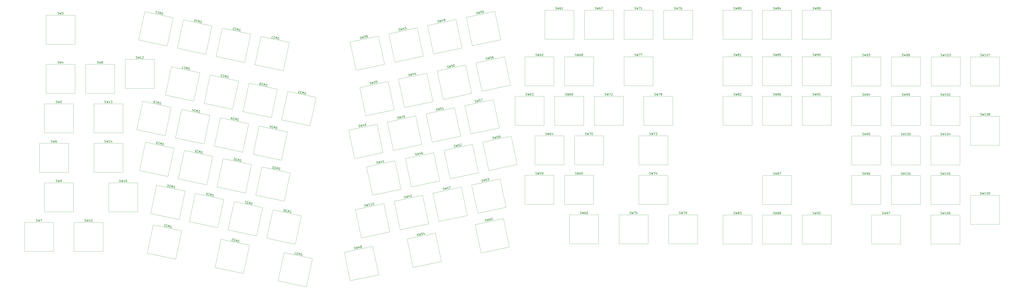
<source format=gbr>
%TF.GenerationSoftware,KiCad,Pcbnew,(6.0.9)*%
%TF.CreationDate,2022-12-16T23:57:13-05:00*%
%TF.ProjectId,rp2040 keeb,72703230-3430-4206-9b65-65622e6b6963,rev?*%
%TF.SameCoordinates,Original*%
%TF.FileFunction,Legend,Top*%
%TF.FilePolarity,Positive*%
%FSLAX46Y46*%
G04 Gerber Fmt 4.6, Leading zero omitted, Abs format (unit mm)*
G04 Created by KiCad (PCBNEW (6.0.9)) date 2022-12-16 23:57:13*
%MOMM*%
%LPD*%
G01*
G04 APERTURE LIST*
%ADD10C,0.150000*%
%ADD11C,0.120000*%
G04 APERTURE END LIST*
D10*
%TO.C,SW103*%
X502384285Y-115989511D02*
X502527142Y-116037130D01*
X502765238Y-116037130D01*
X502860476Y-115989511D01*
X502908095Y-115941892D01*
X502955714Y-115846654D01*
X502955714Y-115751416D01*
X502908095Y-115656178D01*
X502860476Y-115608559D01*
X502765238Y-115560940D01*
X502574761Y-115513321D01*
X502479523Y-115465702D01*
X502431904Y-115418083D01*
X502384285Y-115322845D01*
X502384285Y-115227607D01*
X502431904Y-115132369D01*
X502479523Y-115084750D01*
X502574761Y-115037130D01*
X502812857Y-115037130D01*
X502955714Y-115084750D01*
X503289047Y-115037130D02*
X503527142Y-116037130D01*
X503717619Y-115322845D01*
X503908095Y-116037130D01*
X504146190Y-115037130D01*
X505050952Y-116037130D02*
X504479523Y-116037130D01*
X504765238Y-116037130D02*
X504765238Y-115037130D01*
X504670000Y-115179988D01*
X504574761Y-115275226D01*
X504479523Y-115322845D01*
X505670000Y-115037130D02*
X505765238Y-115037130D01*
X505860476Y-115084750D01*
X505908095Y-115132369D01*
X505955714Y-115227607D01*
X506003333Y-115418083D01*
X506003333Y-115656178D01*
X505955714Y-115846654D01*
X505908095Y-115941892D01*
X505860476Y-115989511D01*
X505765238Y-116037130D01*
X505670000Y-116037130D01*
X505574761Y-115989511D01*
X505527142Y-115941892D01*
X505479523Y-115846654D01*
X505431904Y-115656178D01*
X505431904Y-115418083D01*
X505479523Y-115227607D01*
X505527142Y-115132369D01*
X505574761Y-115084750D01*
X505670000Y-115037130D01*
X506336666Y-115037130D02*
X506955714Y-115037130D01*
X506622380Y-115418083D01*
X506765238Y-115418083D01*
X506860476Y-115465702D01*
X506908095Y-115513321D01*
X506955714Y-115608559D01*
X506955714Y-115846654D01*
X506908095Y-115941892D01*
X506860476Y-115989511D01*
X506765238Y-116037130D01*
X506479523Y-116037130D01*
X506384285Y-115989511D01*
X506336666Y-115941892D01*
%TO.C,SW16*%
X146963879Y-99149434D02*
X146834044Y-99073154D01*
X146601152Y-99023651D01*
X146498094Y-99050428D01*
X146441615Y-99087106D01*
X146375235Y-99170362D01*
X146355434Y-99263519D01*
X146382212Y-99366577D01*
X146418890Y-99423056D01*
X146502146Y-99489435D01*
X146678559Y-99575616D01*
X146761816Y-99641996D01*
X146798493Y-99698475D01*
X146825271Y-99801532D01*
X146805470Y-99894689D01*
X146739090Y-99977945D01*
X146682611Y-100014623D01*
X146579554Y-100041401D01*
X146346661Y-99991898D01*
X146216827Y-99915618D01*
X145880877Y-99892892D02*
X145855896Y-98865242D01*
X145521074Y-99524317D01*
X145483269Y-98786037D01*
X145042465Y-99714682D01*
X144365386Y-98548424D02*
X144924327Y-98667231D01*
X144644856Y-98607827D02*
X144436945Y-99585975D01*
X144559803Y-99466041D01*
X144672761Y-99392685D01*
X144775819Y-99365908D01*
X143319062Y-99348362D02*
X143505375Y-99387964D01*
X143608433Y-99361187D01*
X143664912Y-99324509D01*
X143787771Y-99204574D01*
X143873951Y-99028161D01*
X143953156Y-98655534D01*
X143926378Y-98552476D01*
X143889700Y-98495997D01*
X143806444Y-98429617D01*
X143620130Y-98390015D01*
X143517073Y-98416793D01*
X143460594Y-98453470D01*
X143394214Y-98536727D01*
X143344711Y-98769619D01*
X143371489Y-98872677D01*
X143408167Y-98929156D01*
X143491423Y-98995535D01*
X143677737Y-99035137D01*
X143780794Y-99008360D01*
X143837273Y-98971682D01*
X143903653Y-98888426D01*
%TO.C,SW14*%
X100211795Y-157638260D02*
X100354652Y-157685879D01*
X100592747Y-157685879D01*
X100687985Y-157638260D01*
X100735604Y-157590641D01*
X100783223Y-157495403D01*
X100783223Y-157400165D01*
X100735604Y-157304927D01*
X100687985Y-157257308D01*
X100592747Y-157209689D01*
X100402271Y-157162070D01*
X100307033Y-157114451D01*
X100259414Y-157066832D01*
X100211795Y-156971594D01*
X100211795Y-156876356D01*
X100259414Y-156781118D01*
X100307033Y-156733499D01*
X100402271Y-156685879D01*
X100640366Y-156685879D01*
X100783223Y-156733499D01*
X101116557Y-156685879D02*
X101354652Y-157685879D01*
X101545128Y-156971594D01*
X101735604Y-157685879D01*
X101973699Y-156685879D01*
X102878461Y-157685879D02*
X102307033Y-157685879D01*
X102592747Y-157685879D02*
X102592747Y-156685879D01*
X102497509Y-156828737D01*
X102402271Y-156923975D01*
X102307033Y-156971594D01*
X103735604Y-157019213D02*
X103735604Y-157685879D01*
X103497509Y-156638260D02*
X103259414Y-157352546D01*
X103878461Y-157352546D01*
%TO.C,SW12*%
X115293044Y-117157010D02*
X115435901Y-117204629D01*
X115673996Y-117204629D01*
X115769234Y-117157010D01*
X115816853Y-117109391D01*
X115864472Y-117014153D01*
X115864472Y-116918915D01*
X115816853Y-116823677D01*
X115769234Y-116776058D01*
X115673996Y-116728439D01*
X115483520Y-116680820D01*
X115388282Y-116633201D01*
X115340663Y-116585582D01*
X115293044Y-116490344D01*
X115293044Y-116395106D01*
X115340663Y-116299868D01*
X115388282Y-116252249D01*
X115483520Y-116204629D01*
X115721615Y-116204629D01*
X115864472Y-116252249D01*
X116197806Y-116204629D02*
X116435901Y-117204629D01*
X116626377Y-116490344D01*
X116816853Y-117204629D01*
X117054948Y-116204629D01*
X117959710Y-117204629D02*
X117388282Y-117204629D01*
X117673996Y-117204629D02*
X117673996Y-116204629D01*
X117578758Y-116347487D01*
X117483520Y-116442725D01*
X117388282Y-116490344D01*
X118340663Y-116299868D02*
X118388282Y-116252249D01*
X118483520Y-116204629D01*
X118721615Y-116204629D01*
X118816853Y-116252249D01*
X118864472Y-116299868D01*
X118912091Y-116395106D01*
X118912091Y-116490344D01*
X118864472Y-116633201D01*
X118293044Y-117204629D01*
X118912091Y-117204629D01*
%TO.C,SW64*%
X312266726Y-153989511D02*
X312409583Y-154037130D01*
X312647678Y-154037130D01*
X312742916Y-153989511D01*
X312790535Y-153941892D01*
X312838154Y-153846654D01*
X312838154Y-153751416D01*
X312790535Y-153656178D01*
X312742916Y-153608559D01*
X312647678Y-153560940D01*
X312457202Y-153513321D01*
X312361964Y-153465702D01*
X312314345Y-153418083D01*
X312266726Y-153322845D01*
X312266726Y-153227607D01*
X312314345Y-153132369D01*
X312361964Y-153084750D01*
X312457202Y-153037130D01*
X312695297Y-153037130D01*
X312838154Y-153084750D01*
X313171488Y-153037130D02*
X313409583Y-154037130D01*
X313600059Y-153322845D01*
X313790535Y-154037130D01*
X314028630Y-153037130D01*
X314838154Y-153037130D02*
X314647678Y-153037130D01*
X314552440Y-153084750D01*
X314504821Y-153132369D01*
X314409583Y-153275226D01*
X314361964Y-153465702D01*
X314361964Y-153846654D01*
X314409583Y-153941892D01*
X314457202Y-153989511D01*
X314552440Y-154037130D01*
X314742916Y-154037130D01*
X314838154Y-153989511D01*
X314885773Y-153941892D01*
X314933392Y-153846654D01*
X314933392Y-153608559D01*
X314885773Y-153513321D01*
X314838154Y-153465702D01*
X314742916Y-153418083D01*
X314552440Y-153418083D01*
X314457202Y-153465702D01*
X314409583Y-153513321D01*
X314361964Y-153608559D01*
X315790535Y-153370464D02*
X315790535Y-154037130D01*
X315552440Y-152989511D02*
X315314345Y-153703797D01*
X315933392Y-153703797D01*
%TO.C,SW99*%
X483710476Y-135039511D02*
X483853333Y-135087130D01*
X484091428Y-135087130D01*
X484186666Y-135039511D01*
X484234285Y-134991892D01*
X484281904Y-134896654D01*
X484281904Y-134801416D01*
X484234285Y-134706178D01*
X484186666Y-134658559D01*
X484091428Y-134610940D01*
X483900952Y-134563321D01*
X483805714Y-134515702D01*
X483758095Y-134468083D01*
X483710476Y-134372845D01*
X483710476Y-134277607D01*
X483758095Y-134182369D01*
X483805714Y-134134750D01*
X483900952Y-134087130D01*
X484139047Y-134087130D01*
X484281904Y-134134750D01*
X484615238Y-134087130D02*
X484853333Y-135087130D01*
X485043809Y-134372845D01*
X485234285Y-135087130D01*
X485472380Y-134087130D01*
X485900952Y-135087130D02*
X486091428Y-135087130D01*
X486186666Y-135039511D01*
X486234285Y-134991892D01*
X486329523Y-134849035D01*
X486377142Y-134658559D01*
X486377142Y-134277607D01*
X486329523Y-134182369D01*
X486281904Y-134134750D01*
X486186666Y-134087130D01*
X485996190Y-134087130D01*
X485900952Y-134134750D01*
X485853333Y-134182369D01*
X485805714Y-134277607D01*
X485805714Y-134515702D01*
X485853333Y-134610940D01*
X485900952Y-134658559D01*
X485996190Y-134706178D01*
X486186666Y-134706178D01*
X486281904Y-134658559D01*
X486329523Y-134610940D01*
X486377142Y-134515702D01*
X486853333Y-135087130D02*
X487043809Y-135087130D01*
X487139047Y-135039511D01*
X487186666Y-134991892D01*
X487281904Y-134849035D01*
X487329523Y-134658559D01*
X487329523Y-134277607D01*
X487281904Y-134182369D01*
X487234285Y-134134750D01*
X487139047Y-134087130D01*
X486948571Y-134087130D01*
X486853333Y-134134750D01*
X486805714Y-134182369D01*
X486758095Y-134277607D01*
X486758095Y-134515702D01*
X486805714Y-134610940D01*
X486853333Y-134658559D01*
X486948571Y-134706178D01*
X487139047Y-134706178D01*
X487234285Y-134658559D01*
X487281904Y-134610940D01*
X487329523Y-134515702D01*
%TO.C,SW9*%
X76875485Y-176688260D02*
X77018342Y-176735879D01*
X77256438Y-176735879D01*
X77351676Y-176688260D01*
X77399295Y-176640641D01*
X77446914Y-176545403D01*
X77446914Y-176450165D01*
X77399295Y-176354927D01*
X77351676Y-176307308D01*
X77256438Y-176259689D01*
X77065961Y-176212070D01*
X76970723Y-176164451D01*
X76923104Y-176116832D01*
X76875485Y-176021594D01*
X76875485Y-175926356D01*
X76923104Y-175831118D01*
X76970723Y-175783499D01*
X77065961Y-175735879D01*
X77304057Y-175735879D01*
X77446914Y-175783499D01*
X77780247Y-175735879D02*
X78018342Y-176735879D01*
X78208819Y-176021594D01*
X78399295Y-176735879D01*
X78637390Y-175735879D01*
X79065961Y-176735879D02*
X79256438Y-176735879D01*
X79351676Y-176688260D01*
X79399295Y-176640641D01*
X79494533Y-176497784D01*
X79542152Y-176307308D01*
X79542152Y-175926356D01*
X79494533Y-175831118D01*
X79446914Y-175783499D01*
X79351676Y-175735879D01*
X79161199Y-175735879D01*
X79065961Y-175783499D01*
X79018342Y-175831118D01*
X78970723Y-175926356D01*
X78970723Y-176164451D01*
X79018342Y-176259689D01*
X79065961Y-176307308D01*
X79161199Y-176354927D01*
X79351676Y-176354927D01*
X79446914Y-176307308D01*
X79494533Y-176259689D01*
X79542152Y-176164451D01*
%TO.C,SW51*%
X259751032Y-142318088D02*
X259900668Y-142334964D01*
X260133560Y-142285462D01*
X260216816Y-142219082D01*
X260253494Y-142162603D01*
X260280272Y-142059545D01*
X260260471Y-141966389D01*
X260194091Y-141883132D01*
X260137612Y-141846454D01*
X260034555Y-141819677D01*
X259838340Y-141812701D01*
X259735283Y-141785923D01*
X259678804Y-141749245D01*
X259612424Y-141665989D01*
X259592623Y-141572832D01*
X259619400Y-141469775D01*
X259656078Y-141413296D01*
X259739335Y-141346916D01*
X259972227Y-141297413D01*
X260121863Y-141314290D01*
X260438011Y-141198408D02*
X260878815Y-142127053D01*
X260916621Y-141388774D01*
X261251443Y-142047848D01*
X261276424Y-141020198D01*
X262114836Y-140841988D02*
X261649051Y-140940993D01*
X261701478Y-141416678D01*
X261738156Y-141360199D01*
X261821413Y-141293820D01*
X262054305Y-141244317D01*
X262157362Y-141271094D01*
X262213841Y-141307772D01*
X262280221Y-141391029D01*
X262329724Y-141623921D01*
X262302946Y-141726978D01*
X262266269Y-141783457D01*
X262183012Y-141849837D01*
X261950120Y-141899340D01*
X261847062Y-141872562D01*
X261790583Y-141835885D01*
X263300895Y-141612224D02*
X262741954Y-141731030D01*
X263021424Y-141671627D02*
X262813513Y-140693479D01*
X262750057Y-140853016D01*
X262676702Y-140965974D01*
X262593445Y-141032354D01*
%TO.C,SW3*%
X77669234Y-95893260D02*
X77812091Y-95940879D01*
X78050187Y-95940879D01*
X78145425Y-95893260D01*
X78193044Y-95845641D01*
X78240663Y-95750403D01*
X78240663Y-95655165D01*
X78193044Y-95559927D01*
X78145425Y-95512308D01*
X78050187Y-95464689D01*
X77859710Y-95417070D01*
X77764472Y-95369451D01*
X77716853Y-95321832D01*
X77669234Y-95226594D01*
X77669234Y-95131356D01*
X77716853Y-95036118D01*
X77764472Y-94988499D01*
X77859710Y-94940879D01*
X78097806Y-94940879D01*
X78240663Y-94988499D01*
X78573996Y-94940879D02*
X78812091Y-95940879D01*
X79002568Y-95226594D01*
X79193044Y-95940879D01*
X79431139Y-94940879D01*
X79716853Y-94940879D02*
X80335901Y-94940879D01*
X80002568Y-95321832D01*
X80145425Y-95321832D01*
X80240663Y-95369451D01*
X80288282Y-95417070D01*
X80335901Y-95512308D01*
X80335901Y-95750403D01*
X80288282Y-95845641D01*
X80240663Y-95893260D01*
X80145425Y-95940879D01*
X79859710Y-95940879D01*
X79764472Y-95893260D01*
X79716853Y-95845641D01*
%TO.C,SW71*%
X355129226Y-93484414D02*
X355272083Y-93532033D01*
X355510178Y-93532033D01*
X355605416Y-93484414D01*
X355653035Y-93436795D01*
X355700654Y-93341557D01*
X355700654Y-93246319D01*
X355653035Y-93151081D01*
X355605416Y-93103462D01*
X355510178Y-93055843D01*
X355319702Y-93008224D01*
X355224464Y-92960605D01*
X355176845Y-92912986D01*
X355129226Y-92817748D01*
X355129226Y-92722510D01*
X355176845Y-92627272D01*
X355224464Y-92579653D01*
X355319702Y-92532033D01*
X355557797Y-92532033D01*
X355700654Y-92579653D01*
X356033988Y-92532033D02*
X356272083Y-93532033D01*
X356462559Y-92817748D01*
X356653035Y-93532033D01*
X356891130Y-92532033D01*
X357176845Y-92532033D02*
X357843511Y-92532033D01*
X357414940Y-93532033D01*
X358748273Y-93532033D02*
X358176845Y-93532033D01*
X358462559Y-93532033D02*
X358462559Y-92532033D01*
X358367321Y-92674891D01*
X358272083Y-92770129D01*
X358176845Y-92817748D01*
%TO.C,SW17*%
X141197592Y-121740153D02*
X141067757Y-121663873D01*
X140834865Y-121614370D01*
X140731807Y-121641147D01*
X140675328Y-121677825D01*
X140608948Y-121761081D01*
X140589147Y-121854238D01*
X140615925Y-121957296D01*
X140652603Y-122013775D01*
X140735859Y-122080154D01*
X140912272Y-122166335D01*
X140995529Y-122232715D01*
X141032206Y-122289194D01*
X141058984Y-122392251D01*
X141039183Y-122485408D01*
X140972803Y-122568664D01*
X140916324Y-122605342D01*
X140813267Y-122632120D01*
X140580374Y-122582617D01*
X140450540Y-122506337D01*
X140114590Y-122483611D02*
X140089609Y-121455961D01*
X139754787Y-122115036D01*
X139716982Y-121376756D01*
X139276178Y-122305401D01*
X138599099Y-121139143D02*
X139158040Y-121257950D01*
X138878569Y-121198546D02*
X138670658Y-122176694D01*
X138793516Y-122056760D01*
X138906474Y-121983404D01*
X139009532Y-121956627D01*
X138065138Y-122047987D02*
X137413039Y-121909379D01*
X138040157Y-121020336D01*
%TO.C,SW100*%
X483234285Y-154089511D02*
X483377142Y-154137130D01*
X483615238Y-154137130D01*
X483710476Y-154089511D01*
X483758095Y-154041892D01*
X483805714Y-153946654D01*
X483805714Y-153851416D01*
X483758095Y-153756178D01*
X483710476Y-153708559D01*
X483615238Y-153660940D01*
X483424761Y-153613321D01*
X483329523Y-153565702D01*
X483281904Y-153518083D01*
X483234285Y-153422845D01*
X483234285Y-153327607D01*
X483281904Y-153232369D01*
X483329523Y-153184750D01*
X483424761Y-153137130D01*
X483662857Y-153137130D01*
X483805714Y-153184750D01*
X484139047Y-153137130D02*
X484377142Y-154137130D01*
X484567619Y-153422845D01*
X484758095Y-154137130D01*
X484996190Y-153137130D01*
X485900952Y-154137130D02*
X485329523Y-154137130D01*
X485615238Y-154137130D02*
X485615238Y-153137130D01*
X485520000Y-153279988D01*
X485424761Y-153375226D01*
X485329523Y-153422845D01*
X486520000Y-153137130D02*
X486615238Y-153137130D01*
X486710476Y-153184750D01*
X486758095Y-153232369D01*
X486805714Y-153327607D01*
X486853333Y-153518083D01*
X486853333Y-153756178D01*
X486805714Y-153946654D01*
X486758095Y-154041892D01*
X486710476Y-154089511D01*
X486615238Y-154137130D01*
X486520000Y-154137130D01*
X486424761Y-154089511D01*
X486377142Y-154041892D01*
X486329523Y-153946654D01*
X486281904Y-153756178D01*
X486281904Y-153518083D01*
X486329523Y-153327607D01*
X486377142Y-153232369D01*
X486424761Y-153184750D01*
X486520000Y-153137130D01*
X487472380Y-153137130D02*
X487567619Y-153137130D01*
X487662857Y-153184750D01*
X487710476Y-153232369D01*
X487758095Y-153327607D01*
X487805714Y-153518083D01*
X487805714Y-153756178D01*
X487758095Y-153946654D01*
X487710476Y-154041892D01*
X487662857Y-154089511D01*
X487567619Y-154137130D01*
X487472380Y-154137130D01*
X487377142Y-154089511D01*
X487329523Y-154041892D01*
X487281904Y-153946654D01*
X487234285Y-153756178D01*
X487234285Y-153518083D01*
X487281904Y-153327607D01*
X487329523Y-153232369D01*
X487377142Y-153184750D01*
X487472380Y-153137130D01*
%TO.C,SW97*%
X474185476Y-192189511D02*
X474328333Y-192237130D01*
X474566428Y-192237130D01*
X474661666Y-192189511D01*
X474709285Y-192141892D01*
X474756904Y-192046654D01*
X474756904Y-191951416D01*
X474709285Y-191856178D01*
X474661666Y-191808559D01*
X474566428Y-191760940D01*
X474375952Y-191713321D01*
X474280714Y-191665702D01*
X474233095Y-191618083D01*
X474185476Y-191522845D01*
X474185476Y-191427607D01*
X474233095Y-191332369D01*
X474280714Y-191284750D01*
X474375952Y-191237130D01*
X474614047Y-191237130D01*
X474756904Y-191284750D01*
X475090238Y-191237130D02*
X475328333Y-192237130D01*
X475518809Y-191522845D01*
X475709285Y-192237130D01*
X475947380Y-191237130D01*
X476375952Y-192237130D02*
X476566428Y-192237130D01*
X476661666Y-192189511D01*
X476709285Y-192141892D01*
X476804523Y-191999035D01*
X476852142Y-191808559D01*
X476852142Y-191427607D01*
X476804523Y-191332369D01*
X476756904Y-191284750D01*
X476661666Y-191237130D01*
X476471190Y-191237130D01*
X476375952Y-191284750D01*
X476328333Y-191332369D01*
X476280714Y-191427607D01*
X476280714Y-191665702D01*
X476328333Y-191760940D01*
X476375952Y-191808559D01*
X476471190Y-191856178D01*
X476661666Y-191856178D01*
X476756904Y-191808559D01*
X476804523Y-191760940D01*
X476852142Y-191665702D01*
X477185476Y-191237130D02*
X477852142Y-191237130D01*
X477423571Y-192237130D01*
%TO.C,SW95*%
X464660476Y-154089511D02*
X464803333Y-154137130D01*
X465041428Y-154137130D01*
X465136666Y-154089511D01*
X465184285Y-154041892D01*
X465231904Y-153946654D01*
X465231904Y-153851416D01*
X465184285Y-153756178D01*
X465136666Y-153708559D01*
X465041428Y-153660940D01*
X464850952Y-153613321D01*
X464755714Y-153565702D01*
X464708095Y-153518083D01*
X464660476Y-153422845D01*
X464660476Y-153327607D01*
X464708095Y-153232369D01*
X464755714Y-153184750D01*
X464850952Y-153137130D01*
X465089047Y-153137130D01*
X465231904Y-153184750D01*
X465565238Y-153137130D02*
X465803333Y-154137130D01*
X465993809Y-153422845D01*
X466184285Y-154137130D01*
X466422380Y-153137130D01*
X466850952Y-154137130D02*
X467041428Y-154137130D01*
X467136666Y-154089511D01*
X467184285Y-154041892D01*
X467279523Y-153899035D01*
X467327142Y-153708559D01*
X467327142Y-153327607D01*
X467279523Y-153232369D01*
X467231904Y-153184750D01*
X467136666Y-153137130D01*
X466946190Y-153137130D01*
X466850952Y-153184750D01*
X466803333Y-153232369D01*
X466755714Y-153327607D01*
X466755714Y-153565702D01*
X466803333Y-153660940D01*
X466850952Y-153708559D01*
X466946190Y-153756178D01*
X467136666Y-153756178D01*
X467231904Y-153708559D01*
X467279523Y-153660940D01*
X467327142Y-153565702D01*
X468231904Y-153137130D02*
X467755714Y-153137130D01*
X467708095Y-153613321D01*
X467755714Y-153565702D01*
X467850952Y-153518083D01*
X468089047Y-153518083D01*
X468184285Y-153565702D01*
X468231904Y-153613321D01*
X468279523Y-153708559D01*
X468279523Y-153946654D01*
X468231904Y-154041892D01*
X468184285Y-154089511D01*
X468089047Y-154137130D01*
X467850952Y-154137130D01*
X467755714Y-154089511D01*
X467708095Y-154041892D01*
%TO.C,SW110*%
X225280831Y-188596131D02*
X225430467Y-188613008D01*
X225663360Y-188563505D01*
X225746616Y-188497126D01*
X225783294Y-188440647D01*
X225810071Y-188337589D01*
X225790270Y-188244432D01*
X225723890Y-188161176D01*
X225667411Y-188124498D01*
X225564354Y-188097721D01*
X225368140Y-188090744D01*
X225265082Y-188063967D01*
X225208603Y-188027289D01*
X225142223Y-187944033D01*
X225122422Y-187850876D01*
X225149200Y-187747818D01*
X225185878Y-187691339D01*
X225269134Y-187624960D01*
X225502026Y-187575457D01*
X225651662Y-187592334D01*
X225967811Y-187476451D02*
X226408615Y-188405096D01*
X226446420Y-187666817D01*
X226781242Y-188325892D01*
X226806223Y-187298241D01*
X227899125Y-188088278D02*
X227340184Y-188207085D01*
X227619655Y-188147682D02*
X227411743Y-187169534D01*
X227348288Y-187329071D01*
X227274932Y-187442029D01*
X227191676Y-187508408D01*
X228830695Y-187890267D02*
X228271753Y-188009074D01*
X228551224Y-187949671D02*
X228343312Y-186971523D01*
X228279857Y-187131059D01*
X228206501Y-187244018D01*
X228123245Y-187310397D01*
X229228303Y-186783412D02*
X229321460Y-186763611D01*
X229424517Y-186790389D01*
X229480996Y-186827067D01*
X229547376Y-186910323D01*
X229633556Y-187086736D01*
X229683059Y-187319628D01*
X229676083Y-187515843D01*
X229649306Y-187618900D01*
X229612628Y-187675379D01*
X229529371Y-187741759D01*
X229436215Y-187761560D01*
X229333157Y-187734783D01*
X229276678Y-187698105D01*
X229210298Y-187614848D01*
X229124118Y-187438435D01*
X229074615Y-187205543D01*
X229081591Y-187009328D01*
X229108369Y-186906271D01*
X229145046Y-186849792D01*
X229228303Y-186783412D01*
%TO.C,SW59*%
X307504226Y-173039511D02*
X307647083Y-173087130D01*
X307885178Y-173087130D01*
X307980416Y-173039511D01*
X308028035Y-172991892D01*
X308075654Y-172896654D01*
X308075654Y-172801416D01*
X308028035Y-172706178D01*
X307980416Y-172658559D01*
X307885178Y-172610940D01*
X307694702Y-172563321D01*
X307599464Y-172515702D01*
X307551845Y-172468083D01*
X307504226Y-172372845D01*
X307504226Y-172277607D01*
X307551845Y-172182369D01*
X307599464Y-172134750D01*
X307694702Y-172087130D01*
X307932797Y-172087130D01*
X308075654Y-172134750D01*
X308408988Y-172087130D02*
X308647083Y-173087130D01*
X308837559Y-172372845D01*
X309028035Y-173087130D01*
X309266130Y-172087130D01*
X310123273Y-172087130D02*
X309647083Y-172087130D01*
X309599464Y-172563321D01*
X309647083Y-172515702D01*
X309742321Y-172468083D01*
X309980416Y-172468083D01*
X310075654Y-172515702D01*
X310123273Y-172563321D01*
X310170892Y-172658559D01*
X310170892Y-172896654D01*
X310123273Y-172991892D01*
X310075654Y-173039511D01*
X309980416Y-173087130D01*
X309742321Y-173087130D01*
X309647083Y-173039511D01*
X309599464Y-172991892D01*
X310647083Y-173087130D02*
X310837559Y-173087130D01*
X310932797Y-173039511D01*
X310980416Y-172991892D01*
X311075654Y-172849035D01*
X311123273Y-172658559D01*
X311123273Y-172277607D01*
X311075654Y-172182369D01*
X311028035Y-172134750D01*
X310932797Y-172087130D01*
X310742321Y-172087130D01*
X310647083Y-172134750D01*
X310599464Y-172182369D01*
X310551845Y-172277607D01*
X310551845Y-172515702D01*
X310599464Y-172610940D01*
X310647083Y-172658559D01*
X310742321Y-172706178D01*
X310932797Y-172706178D01*
X311028035Y-172658559D01*
X311075654Y-172610940D01*
X311123273Y-172515702D01*
%TO.C,SW11*%
X128356345Y-95167053D02*
X128226510Y-95090773D01*
X127993618Y-95041270D01*
X127890560Y-95068047D01*
X127834081Y-95104725D01*
X127767701Y-95187981D01*
X127747900Y-95281138D01*
X127774678Y-95384196D01*
X127811356Y-95440675D01*
X127894612Y-95507054D01*
X128071025Y-95593235D01*
X128154282Y-95659615D01*
X128190959Y-95716094D01*
X128217737Y-95819151D01*
X128197936Y-95912308D01*
X128131556Y-95995564D01*
X128075077Y-96032242D01*
X127972020Y-96059020D01*
X127739127Y-96009517D01*
X127609293Y-95933237D01*
X127273343Y-95910511D02*
X127248362Y-94882861D01*
X126913540Y-95541936D01*
X126875735Y-94803656D01*
X126434931Y-95732301D01*
X125757852Y-94566043D02*
X126316793Y-94684850D01*
X126037322Y-94625446D02*
X125829411Y-95603594D01*
X125952269Y-95483660D01*
X126065227Y-95410304D01*
X126168285Y-95383527D01*
X124826282Y-94368032D02*
X125385224Y-94486839D01*
X125105753Y-94427435D02*
X124897841Y-95405583D01*
X125020700Y-95285649D01*
X125133658Y-95212293D01*
X125236716Y-95185516D01*
%TO.C,SW40*%
X222483609Y-150239523D02*
X222633245Y-150256399D01*
X222866137Y-150206897D01*
X222949393Y-150140517D01*
X222986071Y-150084038D01*
X223012849Y-149980980D01*
X222993048Y-149887824D01*
X222926668Y-149804567D01*
X222870189Y-149767889D01*
X222767132Y-149741112D01*
X222570917Y-149734136D01*
X222467860Y-149707358D01*
X222411381Y-149670680D01*
X222345001Y-149587424D01*
X222325200Y-149494267D01*
X222351977Y-149391210D01*
X222388655Y-149334731D01*
X222471912Y-149268351D01*
X222704804Y-149218848D01*
X222854440Y-149235725D01*
X223170588Y-149119843D02*
X223611392Y-150048488D01*
X223649198Y-149310209D01*
X223984020Y-149969283D01*
X224009001Y-148941633D01*
X224870138Y-149099373D02*
X225008746Y-149751471D01*
X224558042Y-148776248D02*
X224473658Y-149524427D01*
X225079178Y-149395720D01*
X225499511Y-148624815D02*
X225592668Y-148605014D01*
X225695726Y-148631791D01*
X225752205Y-148668469D01*
X225818584Y-148751725D01*
X225904765Y-148928139D01*
X225954268Y-149161031D01*
X225947291Y-149357245D01*
X225920514Y-149460303D01*
X225883836Y-149516782D01*
X225800580Y-149583161D01*
X225707423Y-149602963D01*
X225604365Y-149576185D01*
X225547886Y-149539507D01*
X225481507Y-149456251D01*
X225395326Y-149279838D01*
X225345823Y-149046945D01*
X225352800Y-148850731D01*
X225379577Y-148747674D01*
X225416255Y-148691195D01*
X225499511Y-148624815D01*
%TO.C,SW105*%
X502284285Y-173139511D02*
X502427142Y-173187130D01*
X502665238Y-173187130D01*
X502760476Y-173139511D01*
X502808095Y-173091892D01*
X502855714Y-172996654D01*
X502855714Y-172901416D01*
X502808095Y-172806178D01*
X502760476Y-172758559D01*
X502665238Y-172710940D01*
X502474761Y-172663321D01*
X502379523Y-172615702D01*
X502331904Y-172568083D01*
X502284285Y-172472845D01*
X502284285Y-172377607D01*
X502331904Y-172282369D01*
X502379523Y-172234750D01*
X502474761Y-172187130D01*
X502712857Y-172187130D01*
X502855714Y-172234750D01*
X503189047Y-172187130D02*
X503427142Y-173187130D01*
X503617619Y-172472845D01*
X503808095Y-173187130D01*
X504046190Y-172187130D01*
X504950952Y-173187130D02*
X504379523Y-173187130D01*
X504665238Y-173187130D02*
X504665238Y-172187130D01*
X504570000Y-172329988D01*
X504474761Y-172425226D01*
X504379523Y-172472845D01*
X505570000Y-172187130D02*
X505665238Y-172187130D01*
X505760476Y-172234750D01*
X505808095Y-172282369D01*
X505855714Y-172377607D01*
X505903333Y-172568083D01*
X505903333Y-172806178D01*
X505855714Y-172996654D01*
X505808095Y-173091892D01*
X505760476Y-173139511D01*
X505665238Y-173187130D01*
X505570000Y-173187130D01*
X505474761Y-173139511D01*
X505427142Y-173091892D01*
X505379523Y-172996654D01*
X505331904Y-172806178D01*
X505331904Y-172568083D01*
X505379523Y-172377607D01*
X505427142Y-172282369D01*
X505474761Y-172234750D01*
X505570000Y-172187130D01*
X506808095Y-172187130D02*
X506331904Y-172187130D01*
X506284285Y-172663321D01*
X506331904Y-172615702D01*
X506427142Y-172568083D01*
X506665238Y-172568083D01*
X506760476Y-172615702D01*
X506808095Y-172663321D01*
X506855714Y-172758559D01*
X506855714Y-172996654D01*
X506808095Y-173091892D01*
X506760476Y-173139511D01*
X506665238Y-173187130D01*
X506427142Y-173187130D01*
X506331904Y-173139511D01*
X506284285Y-173091892D01*
%TO.C,SW4*%
X77669234Y-119538260D02*
X77812091Y-119585879D01*
X78050187Y-119585879D01*
X78145425Y-119538260D01*
X78193044Y-119490641D01*
X78240663Y-119395403D01*
X78240663Y-119300165D01*
X78193044Y-119204927D01*
X78145425Y-119157308D01*
X78050187Y-119109689D01*
X77859710Y-119062070D01*
X77764472Y-119014451D01*
X77716853Y-118966832D01*
X77669234Y-118871594D01*
X77669234Y-118776356D01*
X77716853Y-118681118D01*
X77764472Y-118633499D01*
X77859710Y-118585879D01*
X78097806Y-118585879D01*
X78240663Y-118633499D01*
X78573996Y-118585879D02*
X78812091Y-119585879D01*
X79002568Y-118871594D01*
X79193044Y-119585879D01*
X79431139Y-118585879D01*
X80240663Y-118919213D02*
X80240663Y-119585879D01*
X80002568Y-118538260D02*
X79764472Y-119252546D01*
X80383520Y-119252546D01*
%TO.C,SW33*%
X197098727Y-133622305D02*
X196968892Y-133546025D01*
X196736000Y-133496522D01*
X196632942Y-133523299D01*
X196576463Y-133559977D01*
X196510083Y-133643233D01*
X196490282Y-133736390D01*
X196517060Y-133839448D01*
X196553738Y-133895927D01*
X196636994Y-133962306D01*
X196813407Y-134048487D01*
X196896664Y-134114867D01*
X196933341Y-134171346D01*
X196960119Y-134274403D01*
X196940318Y-134367560D01*
X196873938Y-134450816D01*
X196817459Y-134487494D01*
X196714402Y-134514272D01*
X196481509Y-134464769D01*
X196351675Y-134388489D01*
X196015725Y-134365763D02*
X195990744Y-133338113D01*
X195655922Y-133997188D01*
X195618117Y-133258908D01*
X195177313Y-134187553D01*
X194897842Y-134128150D02*
X194292322Y-133999443D01*
X194697576Y-133696119D01*
X194557840Y-133666417D01*
X194474584Y-133600038D01*
X194437906Y-133543559D01*
X194411129Y-133440501D01*
X194460631Y-133207609D01*
X194527011Y-133124353D01*
X194583490Y-133087675D01*
X194686547Y-133060897D01*
X194966018Y-133120301D01*
X195049274Y-133186680D01*
X195085952Y-133243159D01*
X193966273Y-133930139D02*
X193360753Y-133801432D01*
X193766006Y-133498108D01*
X193626271Y-133468406D01*
X193543015Y-133402027D01*
X193506337Y-133345548D01*
X193479559Y-133242490D01*
X193529062Y-133009598D01*
X193595442Y-132926341D01*
X193651921Y-132889664D01*
X193754978Y-132862886D01*
X194034449Y-132922290D01*
X194117705Y-132988669D01*
X194154383Y-133045148D01*
%TO.C,SW47*%
X263014039Y-180575691D02*
X263163675Y-180592567D01*
X263396567Y-180543065D01*
X263479823Y-180476685D01*
X263516501Y-180420206D01*
X263543279Y-180317148D01*
X263523478Y-180223992D01*
X263457098Y-180140735D01*
X263400619Y-180104057D01*
X263297562Y-180077280D01*
X263101347Y-180070304D01*
X262998290Y-180043526D01*
X262941811Y-180006848D01*
X262875431Y-179923592D01*
X262855630Y-179830435D01*
X262882407Y-179727378D01*
X262919085Y-179670899D01*
X263002342Y-179604519D01*
X263235234Y-179555016D01*
X263384870Y-179571893D01*
X263701018Y-179456011D02*
X264141822Y-180384656D01*
X264179628Y-179646377D01*
X264514450Y-180305451D01*
X264539431Y-179277801D01*
X265400568Y-179435541D02*
X265539176Y-180087639D01*
X265088472Y-179112416D02*
X265004088Y-179860595D01*
X265609608Y-179731888D01*
X265750471Y-179020386D02*
X266402569Y-178881779D01*
X266191275Y-179949031D01*
%TO.C,SW84*%
X421804226Y-93484414D02*
X421947083Y-93532033D01*
X422185178Y-93532033D01*
X422280416Y-93484414D01*
X422328035Y-93436795D01*
X422375654Y-93341557D01*
X422375654Y-93246319D01*
X422328035Y-93151081D01*
X422280416Y-93103462D01*
X422185178Y-93055843D01*
X421994702Y-93008224D01*
X421899464Y-92960605D01*
X421851845Y-92912986D01*
X421804226Y-92817748D01*
X421804226Y-92722510D01*
X421851845Y-92627272D01*
X421899464Y-92579653D01*
X421994702Y-92532033D01*
X422232797Y-92532033D01*
X422375654Y-92579653D01*
X422708988Y-92532033D02*
X422947083Y-93532033D01*
X423137559Y-92817748D01*
X423328035Y-93532033D01*
X423566130Y-92532033D01*
X424089940Y-92960605D02*
X423994702Y-92912986D01*
X423947083Y-92865367D01*
X423899464Y-92770129D01*
X423899464Y-92722510D01*
X423947083Y-92627272D01*
X423994702Y-92579653D01*
X424089940Y-92532033D01*
X424280416Y-92532033D01*
X424375654Y-92579653D01*
X424423273Y-92627272D01*
X424470892Y-92722510D01*
X424470892Y-92770129D01*
X424423273Y-92865367D01*
X424375654Y-92912986D01*
X424280416Y-92960605D01*
X424089940Y-92960605D01*
X423994702Y-93008224D01*
X423947083Y-93055843D01*
X423899464Y-93151081D01*
X423899464Y-93341557D01*
X423947083Y-93436795D01*
X423994702Y-93484414D01*
X424089940Y-93532033D01*
X424280416Y-93532033D01*
X424375654Y-93484414D01*
X424423273Y-93436795D01*
X424470892Y-93341557D01*
X424470892Y-93151081D01*
X424423273Y-93055843D01*
X424375654Y-93008224D01*
X424280416Y-92960605D01*
X425328035Y-92865367D02*
X425328035Y-93532033D01*
X425089940Y-92484414D02*
X424851845Y-93198700D01*
X425470892Y-93198700D01*
%TO.C,SW8*%
X96719234Y-119538260D02*
X96862091Y-119585879D01*
X97100187Y-119585879D01*
X97195425Y-119538260D01*
X97243044Y-119490641D01*
X97290663Y-119395403D01*
X97290663Y-119300165D01*
X97243044Y-119204927D01*
X97195425Y-119157308D01*
X97100187Y-119109689D01*
X96909710Y-119062070D01*
X96814472Y-119014451D01*
X96766853Y-118966832D01*
X96719234Y-118871594D01*
X96719234Y-118776356D01*
X96766853Y-118681118D01*
X96814472Y-118633499D01*
X96909710Y-118585879D01*
X97147806Y-118585879D01*
X97290663Y-118633499D01*
X97623996Y-118585879D02*
X97862091Y-119585879D01*
X98052568Y-118871594D01*
X98243044Y-119585879D01*
X98481139Y-118585879D01*
X99004948Y-119014451D02*
X98909710Y-118966832D01*
X98862091Y-118919213D01*
X98814472Y-118823975D01*
X98814472Y-118776356D01*
X98862091Y-118681118D01*
X98909710Y-118633499D01*
X99004948Y-118585879D01*
X99195425Y-118585879D01*
X99290663Y-118633499D01*
X99338282Y-118681118D01*
X99385901Y-118776356D01*
X99385901Y-118823975D01*
X99338282Y-118919213D01*
X99290663Y-118966832D01*
X99195425Y-119014451D01*
X99004948Y-119014451D01*
X98909710Y-119062070D01*
X98862091Y-119109689D01*
X98814472Y-119204927D01*
X98814472Y-119395403D01*
X98862091Y-119490641D01*
X98909710Y-119538260D01*
X99004948Y-119585879D01*
X99195425Y-119585879D01*
X99290663Y-119538260D01*
X99338282Y-119490641D01*
X99385901Y-119395403D01*
X99385901Y-119204927D01*
X99338282Y-119109689D01*
X99290663Y-119062070D01*
X99195425Y-119014451D01*
%TO.C,SW102*%
X502284285Y-135039511D02*
X502427142Y-135087130D01*
X502665238Y-135087130D01*
X502760476Y-135039511D01*
X502808095Y-134991892D01*
X502855714Y-134896654D01*
X502855714Y-134801416D01*
X502808095Y-134706178D01*
X502760476Y-134658559D01*
X502665238Y-134610940D01*
X502474761Y-134563321D01*
X502379523Y-134515702D01*
X502331904Y-134468083D01*
X502284285Y-134372845D01*
X502284285Y-134277607D01*
X502331904Y-134182369D01*
X502379523Y-134134750D01*
X502474761Y-134087130D01*
X502712857Y-134087130D01*
X502855714Y-134134750D01*
X503189047Y-134087130D02*
X503427142Y-135087130D01*
X503617619Y-134372845D01*
X503808095Y-135087130D01*
X504046190Y-134087130D01*
X504950952Y-135087130D02*
X504379523Y-135087130D01*
X504665238Y-135087130D02*
X504665238Y-134087130D01*
X504570000Y-134229988D01*
X504474761Y-134325226D01*
X504379523Y-134372845D01*
X505570000Y-134087130D02*
X505665238Y-134087130D01*
X505760476Y-134134750D01*
X505808095Y-134182369D01*
X505855714Y-134277607D01*
X505903333Y-134468083D01*
X505903333Y-134706178D01*
X505855714Y-134896654D01*
X505808095Y-134991892D01*
X505760476Y-135039511D01*
X505665238Y-135087130D01*
X505570000Y-135087130D01*
X505474761Y-135039511D01*
X505427142Y-134991892D01*
X505379523Y-134896654D01*
X505331904Y-134706178D01*
X505331904Y-134468083D01*
X505379523Y-134277607D01*
X505427142Y-134182369D01*
X505474761Y-134134750D01*
X505570000Y-134087130D01*
X506284285Y-134182369D02*
X506331904Y-134134750D01*
X506427142Y-134087130D01*
X506665238Y-134087130D01*
X506760476Y-134134750D01*
X506808095Y-134182369D01*
X506855714Y-134277607D01*
X506855714Y-134372845D01*
X506808095Y-134515702D01*
X506236666Y-135087130D01*
X506855714Y-135087130D01*
%TO.C,SW34*%
X183319530Y-150264581D02*
X183189695Y-150188301D01*
X182956803Y-150138798D01*
X182853745Y-150165575D01*
X182797266Y-150202253D01*
X182730886Y-150285509D01*
X182711085Y-150378666D01*
X182737863Y-150481724D01*
X182774541Y-150538203D01*
X182857797Y-150604582D01*
X183034210Y-150690763D01*
X183117467Y-150757143D01*
X183154144Y-150813622D01*
X183180922Y-150916679D01*
X183161121Y-151009836D01*
X183094741Y-151093092D01*
X183038262Y-151129770D01*
X182935205Y-151156548D01*
X182702312Y-151107045D01*
X182572478Y-151030765D01*
X182236528Y-151008039D02*
X182211547Y-149980389D01*
X181876725Y-150639464D01*
X181838920Y-149901184D01*
X181398116Y-150829829D01*
X181118645Y-150770426D02*
X180513125Y-150641719D01*
X180918379Y-150338395D01*
X180778643Y-150308693D01*
X180695387Y-150242314D01*
X180658709Y-150185835D01*
X180631932Y-150082777D01*
X180681434Y-149849885D01*
X180747814Y-149766629D01*
X180804293Y-149729951D01*
X180907350Y-149703173D01*
X181186821Y-149762577D01*
X181270077Y-149828956D01*
X181306755Y-149885435D01*
X179744017Y-150137460D02*
X179882624Y-149485361D01*
X179897704Y-150559590D02*
X180279105Y-149910416D01*
X179673585Y-149781709D01*
%TO.C,SW93*%
X464660476Y-115989511D02*
X464803333Y-116037130D01*
X465041428Y-116037130D01*
X465136666Y-115989511D01*
X465184285Y-115941892D01*
X465231904Y-115846654D01*
X465231904Y-115751416D01*
X465184285Y-115656178D01*
X465136666Y-115608559D01*
X465041428Y-115560940D01*
X464850952Y-115513321D01*
X464755714Y-115465702D01*
X464708095Y-115418083D01*
X464660476Y-115322845D01*
X464660476Y-115227607D01*
X464708095Y-115132369D01*
X464755714Y-115084750D01*
X464850952Y-115037130D01*
X465089047Y-115037130D01*
X465231904Y-115084750D01*
X465565238Y-115037130D02*
X465803333Y-116037130D01*
X465993809Y-115322845D01*
X466184285Y-116037130D01*
X466422380Y-115037130D01*
X466850952Y-116037130D02*
X467041428Y-116037130D01*
X467136666Y-115989511D01*
X467184285Y-115941892D01*
X467279523Y-115799035D01*
X467327142Y-115608559D01*
X467327142Y-115227607D01*
X467279523Y-115132369D01*
X467231904Y-115084750D01*
X467136666Y-115037130D01*
X466946190Y-115037130D01*
X466850952Y-115084750D01*
X466803333Y-115132369D01*
X466755714Y-115227607D01*
X466755714Y-115465702D01*
X466803333Y-115560940D01*
X466850952Y-115608559D01*
X466946190Y-115656178D01*
X467136666Y-115656178D01*
X467231904Y-115608559D01*
X467279523Y-115560940D01*
X467327142Y-115465702D01*
X467660476Y-115037130D02*
X468279523Y-115037130D01*
X467946190Y-115418083D01*
X468089047Y-115418083D01*
X468184285Y-115465702D01*
X468231904Y-115513321D01*
X468279523Y-115608559D01*
X468279523Y-115846654D01*
X468231904Y-115941892D01*
X468184285Y-115989511D01*
X468089047Y-116037130D01*
X467803333Y-116037130D01*
X467708095Y-115989511D01*
X467660476Y-115941892D01*
%TO.C,SW10*%
X90686795Y-195738260D02*
X90829652Y-195785879D01*
X91067747Y-195785879D01*
X91162985Y-195738260D01*
X91210604Y-195690641D01*
X91258223Y-195595403D01*
X91258223Y-195500165D01*
X91210604Y-195404927D01*
X91162985Y-195357308D01*
X91067747Y-195309689D01*
X90877271Y-195262070D01*
X90782033Y-195214451D01*
X90734414Y-195166832D01*
X90686795Y-195071594D01*
X90686795Y-194976356D01*
X90734414Y-194881118D01*
X90782033Y-194833499D01*
X90877271Y-194785879D01*
X91115366Y-194785879D01*
X91258223Y-194833499D01*
X91591557Y-194785879D02*
X91829652Y-195785879D01*
X92020128Y-195071594D01*
X92210604Y-195785879D01*
X92448699Y-194785879D01*
X93353461Y-195785879D02*
X92782033Y-195785879D01*
X93067747Y-195785879D02*
X93067747Y-194785879D01*
X92972509Y-194928737D01*
X92877271Y-195023975D01*
X92782033Y-195071594D01*
X93972509Y-194785879D02*
X94067747Y-194785879D01*
X94162985Y-194833499D01*
X94210604Y-194881118D01*
X94258223Y-194976356D01*
X94305842Y-195166832D01*
X94305842Y-195404927D01*
X94258223Y-195595403D01*
X94210604Y-195690641D01*
X94162985Y-195738260D01*
X94067747Y-195785879D01*
X93972509Y-195785879D01*
X93877271Y-195738260D01*
X93829652Y-195690641D01*
X93782033Y-195595403D01*
X93734414Y-195404927D01*
X93734414Y-195166832D01*
X93782033Y-194976356D01*
X93829652Y-194881118D01*
X93877271Y-194833499D01*
X93972509Y-194785879D01*
%TO.C,SW31*%
X171354973Y-186738558D02*
X171225138Y-186662278D01*
X170992246Y-186612775D01*
X170889188Y-186639552D01*
X170832709Y-186676230D01*
X170766329Y-186759486D01*
X170746528Y-186852643D01*
X170773306Y-186955701D01*
X170809984Y-187012180D01*
X170893240Y-187078559D01*
X171069653Y-187164740D01*
X171152910Y-187231120D01*
X171189587Y-187287599D01*
X171216365Y-187390656D01*
X171196564Y-187483813D01*
X171130184Y-187567069D01*
X171073705Y-187603747D01*
X170970648Y-187630525D01*
X170737755Y-187581022D01*
X170607921Y-187504742D01*
X170271971Y-187482016D02*
X170246990Y-186454366D01*
X169912168Y-187113441D01*
X169874363Y-186375161D01*
X169433559Y-187303806D01*
X169154088Y-187244403D02*
X168548568Y-187115696D01*
X168953822Y-186812372D01*
X168814086Y-186782670D01*
X168730830Y-186716291D01*
X168694152Y-186659812D01*
X168667375Y-186556754D01*
X168716877Y-186323862D01*
X168783257Y-186240606D01*
X168839736Y-186203928D01*
X168942793Y-186177150D01*
X169222264Y-186236554D01*
X169305520Y-186302933D01*
X169342198Y-186359412D01*
X167824910Y-185939537D02*
X168383852Y-186058344D01*
X168104381Y-185998940D02*
X167896469Y-186977088D01*
X168019328Y-186857154D01*
X168132286Y-186783798D01*
X168235344Y-186757021D01*
%TO.C,SW96*%
X464660476Y-173139511D02*
X464803333Y-173187130D01*
X465041428Y-173187130D01*
X465136666Y-173139511D01*
X465184285Y-173091892D01*
X465231904Y-172996654D01*
X465231904Y-172901416D01*
X465184285Y-172806178D01*
X465136666Y-172758559D01*
X465041428Y-172710940D01*
X464850952Y-172663321D01*
X464755714Y-172615702D01*
X464708095Y-172568083D01*
X464660476Y-172472845D01*
X464660476Y-172377607D01*
X464708095Y-172282369D01*
X464755714Y-172234750D01*
X464850952Y-172187130D01*
X465089047Y-172187130D01*
X465231904Y-172234750D01*
X465565238Y-172187130D02*
X465803333Y-173187130D01*
X465993809Y-172472845D01*
X466184285Y-173187130D01*
X466422380Y-172187130D01*
X466850952Y-173187130D02*
X467041428Y-173187130D01*
X467136666Y-173139511D01*
X467184285Y-173091892D01*
X467279523Y-172949035D01*
X467327142Y-172758559D01*
X467327142Y-172377607D01*
X467279523Y-172282369D01*
X467231904Y-172234750D01*
X467136666Y-172187130D01*
X466946190Y-172187130D01*
X466850952Y-172234750D01*
X466803333Y-172282369D01*
X466755714Y-172377607D01*
X466755714Y-172615702D01*
X466803333Y-172710940D01*
X466850952Y-172758559D01*
X466946190Y-172806178D01*
X467136666Y-172806178D01*
X467231904Y-172758559D01*
X467279523Y-172710940D01*
X467327142Y-172615702D01*
X468184285Y-172187130D02*
X467993809Y-172187130D01*
X467898571Y-172234750D01*
X467850952Y-172282369D01*
X467755714Y-172425226D01*
X467708095Y-172615702D01*
X467708095Y-172996654D01*
X467755714Y-173091892D01*
X467803333Y-173139511D01*
X467898571Y-173187130D01*
X468089047Y-173187130D01*
X468184285Y-173139511D01*
X468231904Y-173091892D01*
X468279523Y-172996654D01*
X468279523Y-172758559D01*
X468231904Y-172663321D01*
X468184285Y-172615702D01*
X468089047Y-172568083D01*
X467898571Y-172568083D01*
X467803333Y-172615702D01*
X467755714Y-172663321D01*
X467708095Y-172758559D01*
%TO.C,SW15*%
X107355545Y-176688260D02*
X107498402Y-176735879D01*
X107736497Y-176735879D01*
X107831735Y-176688260D01*
X107879354Y-176640641D01*
X107926973Y-176545403D01*
X107926973Y-176450165D01*
X107879354Y-176354927D01*
X107831735Y-176307308D01*
X107736497Y-176259689D01*
X107546021Y-176212070D01*
X107450783Y-176164451D01*
X107403164Y-176116832D01*
X107355545Y-176021594D01*
X107355545Y-175926356D01*
X107403164Y-175831118D01*
X107450783Y-175783499D01*
X107546021Y-175735879D01*
X107784116Y-175735879D01*
X107926973Y-175783499D01*
X108260307Y-175735879D02*
X108498402Y-176735879D01*
X108688878Y-176021594D01*
X108879354Y-176735879D01*
X109117449Y-175735879D01*
X110022211Y-176735879D02*
X109450783Y-176735879D01*
X109736497Y-176735879D02*
X109736497Y-175735879D01*
X109641259Y-175878737D01*
X109546021Y-175973975D01*
X109450783Y-176021594D01*
X110926973Y-175735879D02*
X110450783Y-175735879D01*
X110403164Y-176212070D01*
X110450783Y-176164451D01*
X110546021Y-176116832D01*
X110784116Y-176116832D01*
X110879354Y-176164451D01*
X110926973Y-176212070D01*
X110974592Y-176307308D01*
X110974592Y-176545403D01*
X110926973Y-176640641D01*
X110879354Y-176688260D01*
X110784116Y-176735879D01*
X110546021Y-176735879D01*
X110450783Y-176688260D01*
X110403164Y-176640641D01*
%TO.C,SW101*%
X483234285Y-173139511D02*
X483377142Y-173187130D01*
X483615238Y-173187130D01*
X483710476Y-173139511D01*
X483758095Y-173091892D01*
X483805714Y-172996654D01*
X483805714Y-172901416D01*
X483758095Y-172806178D01*
X483710476Y-172758559D01*
X483615238Y-172710940D01*
X483424761Y-172663321D01*
X483329523Y-172615702D01*
X483281904Y-172568083D01*
X483234285Y-172472845D01*
X483234285Y-172377607D01*
X483281904Y-172282369D01*
X483329523Y-172234750D01*
X483424761Y-172187130D01*
X483662857Y-172187130D01*
X483805714Y-172234750D01*
X484139047Y-172187130D02*
X484377142Y-173187130D01*
X484567619Y-172472845D01*
X484758095Y-173187130D01*
X484996190Y-172187130D01*
X485900952Y-173187130D02*
X485329523Y-173187130D01*
X485615238Y-173187130D02*
X485615238Y-172187130D01*
X485520000Y-172329988D01*
X485424761Y-172425226D01*
X485329523Y-172472845D01*
X486520000Y-172187130D02*
X486615238Y-172187130D01*
X486710476Y-172234750D01*
X486758095Y-172282369D01*
X486805714Y-172377607D01*
X486853333Y-172568083D01*
X486853333Y-172806178D01*
X486805714Y-172996654D01*
X486758095Y-173091892D01*
X486710476Y-173139511D01*
X486615238Y-173187130D01*
X486520000Y-173187130D01*
X486424761Y-173139511D01*
X486377142Y-173091892D01*
X486329523Y-172996654D01*
X486281904Y-172806178D01*
X486281904Y-172568083D01*
X486329523Y-172377607D01*
X486377142Y-172282369D01*
X486424761Y-172234750D01*
X486520000Y-172187130D01*
X487805714Y-173187130D02*
X487234285Y-173187130D01*
X487520000Y-173187130D02*
X487520000Y-172187130D01*
X487424761Y-172329988D01*
X487329523Y-172425226D01*
X487234285Y-172472845D01*
%TO.C,SW13*%
X100211795Y-138588260D02*
X100354652Y-138635879D01*
X100592747Y-138635879D01*
X100687985Y-138588260D01*
X100735604Y-138540641D01*
X100783223Y-138445403D01*
X100783223Y-138350165D01*
X100735604Y-138254927D01*
X100687985Y-138207308D01*
X100592747Y-138159689D01*
X100402271Y-138112070D01*
X100307033Y-138064451D01*
X100259414Y-138016832D01*
X100211795Y-137921594D01*
X100211795Y-137826356D01*
X100259414Y-137731118D01*
X100307033Y-137683499D01*
X100402271Y-137635879D01*
X100640366Y-137635879D01*
X100783223Y-137683499D01*
X101116557Y-137635879D02*
X101354652Y-138635879D01*
X101545128Y-137921594D01*
X101735604Y-138635879D01*
X101973699Y-137635879D01*
X102878461Y-138635879D02*
X102307033Y-138635879D01*
X102592747Y-138635879D02*
X102592747Y-137635879D01*
X102497509Y-137778737D01*
X102402271Y-137873975D01*
X102307033Y-137921594D01*
X103211795Y-137635879D02*
X103830842Y-137635879D01*
X103497509Y-138016832D01*
X103640366Y-138016832D01*
X103735604Y-138064451D01*
X103783223Y-138112070D01*
X103830842Y-138207308D01*
X103830842Y-138445403D01*
X103783223Y-138540641D01*
X103735604Y-138588260D01*
X103640366Y-138635879D01*
X103354652Y-138635879D01*
X103259414Y-138588260D01*
X103211795Y-138540641D01*
%TO.C,SW81*%
X402754226Y-115889511D02*
X402897083Y-115937130D01*
X403135178Y-115937130D01*
X403230416Y-115889511D01*
X403278035Y-115841892D01*
X403325654Y-115746654D01*
X403325654Y-115651416D01*
X403278035Y-115556178D01*
X403230416Y-115508559D01*
X403135178Y-115460940D01*
X402944702Y-115413321D01*
X402849464Y-115365702D01*
X402801845Y-115318083D01*
X402754226Y-115222845D01*
X402754226Y-115127607D01*
X402801845Y-115032369D01*
X402849464Y-114984750D01*
X402944702Y-114937130D01*
X403182797Y-114937130D01*
X403325654Y-114984750D01*
X403658988Y-114937130D02*
X403897083Y-115937130D01*
X404087559Y-115222845D01*
X404278035Y-115937130D01*
X404516130Y-114937130D01*
X405039940Y-115365702D02*
X404944702Y-115318083D01*
X404897083Y-115270464D01*
X404849464Y-115175226D01*
X404849464Y-115127607D01*
X404897083Y-115032369D01*
X404944702Y-114984750D01*
X405039940Y-114937130D01*
X405230416Y-114937130D01*
X405325654Y-114984750D01*
X405373273Y-115032369D01*
X405420892Y-115127607D01*
X405420892Y-115175226D01*
X405373273Y-115270464D01*
X405325654Y-115318083D01*
X405230416Y-115365702D01*
X405039940Y-115365702D01*
X404944702Y-115413321D01*
X404897083Y-115460940D01*
X404849464Y-115556178D01*
X404849464Y-115746654D01*
X404897083Y-115841892D01*
X404944702Y-115889511D01*
X405039940Y-115937130D01*
X405230416Y-115937130D01*
X405325654Y-115889511D01*
X405373273Y-115841892D01*
X405420892Y-115746654D01*
X405420892Y-115556178D01*
X405373273Y-115460940D01*
X405325654Y-115413321D01*
X405230416Y-115365702D01*
X406373273Y-115937130D02*
X405801845Y-115937130D01*
X406087559Y-115937130D02*
X406087559Y-114937130D01*
X405992321Y-115079988D01*
X405897083Y-115175226D01*
X405801845Y-115222845D01*
%TO.C,SW104*%
X502284285Y-154089511D02*
X502427142Y-154137130D01*
X502665238Y-154137130D01*
X502760476Y-154089511D01*
X502808095Y-154041892D01*
X502855714Y-153946654D01*
X502855714Y-153851416D01*
X502808095Y-153756178D01*
X502760476Y-153708559D01*
X502665238Y-153660940D01*
X502474761Y-153613321D01*
X502379523Y-153565702D01*
X502331904Y-153518083D01*
X502284285Y-153422845D01*
X502284285Y-153327607D01*
X502331904Y-153232369D01*
X502379523Y-153184750D01*
X502474761Y-153137130D01*
X502712857Y-153137130D01*
X502855714Y-153184750D01*
X503189047Y-153137130D02*
X503427142Y-154137130D01*
X503617619Y-153422845D01*
X503808095Y-154137130D01*
X504046190Y-153137130D01*
X504950952Y-154137130D02*
X504379523Y-154137130D01*
X504665238Y-154137130D02*
X504665238Y-153137130D01*
X504570000Y-153279988D01*
X504474761Y-153375226D01*
X504379523Y-153422845D01*
X505570000Y-153137130D02*
X505665238Y-153137130D01*
X505760476Y-153184750D01*
X505808095Y-153232369D01*
X505855714Y-153327607D01*
X505903333Y-153518083D01*
X505903333Y-153756178D01*
X505855714Y-153946654D01*
X505808095Y-154041892D01*
X505760476Y-154089511D01*
X505665238Y-154137130D01*
X505570000Y-154137130D01*
X505474761Y-154089511D01*
X505427142Y-154041892D01*
X505379523Y-153946654D01*
X505331904Y-153756178D01*
X505331904Y-153518083D01*
X505379523Y-153327607D01*
X505427142Y-153232369D01*
X505474761Y-153184750D01*
X505570000Y-153137130D01*
X506760476Y-153470464D02*
X506760476Y-154137130D01*
X506522380Y-153089511D02*
X506284285Y-153803797D01*
X506903333Y-153803797D01*
%TO.C,SW20*%
X134087552Y-178817119D02*
X133957717Y-178740839D01*
X133724825Y-178691336D01*
X133621767Y-178718113D01*
X133565288Y-178754791D01*
X133498908Y-178838047D01*
X133479107Y-178931204D01*
X133505885Y-179034262D01*
X133542563Y-179090741D01*
X133625819Y-179157120D01*
X133802232Y-179243301D01*
X133885489Y-179309681D01*
X133922166Y-179366160D01*
X133948944Y-179469217D01*
X133929143Y-179562374D01*
X133862763Y-179645630D01*
X133806284Y-179682308D01*
X133703227Y-179709086D01*
X133470334Y-179659583D01*
X133340500Y-179583303D01*
X133004550Y-179560577D02*
X132979569Y-178532927D01*
X132644747Y-179192002D01*
X132606942Y-178453722D01*
X132166138Y-179382367D01*
X131859889Y-179219907D02*
X131803410Y-179256584D01*
X131700353Y-179283362D01*
X131467461Y-179233859D01*
X131384204Y-179167479D01*
X131347526Y-179111000D01*
X131320749Y-179007943D01*
X131340550Y-178914786D01*
X131416830Y-178784951D01*
X132094579Y-178344816D01*
X131489059Y-178216109D01*
X130675627Y-179065549D02*
X130582470Y-179045748D01*
X130499214Y-178979369D01*
X130462536Y-178922890D01*
X130435758Y-178819832D01*
X130428782Y-178623618D01*
X130478285Y-178390726D01*
X130564466Y-178214312D01*
X130630845Y-178131056D01*
X130687324Y-178094378D01*
X130790382Y-178067601D01*
X130883539Y-178087402D01*
X130966795Y-178153781D01*
X131003473Y-178210260D01*
X131030250Y-178313318D01*
X131037226Y-178509532D01*
X130987724Y-178742425D01*
X130901543Y-178918838D01*
X130835163Y-179002094D01*
X130778684Y-179038772D01*
X130675627Y-179065549D01*
%TO.C,SW78*%
X364654226Y-134939511D02*
X364797083Y-134987130D01*
X365035178Y-134987130D01*
X365130416Y-134939511D01*
X365178035Y-134891892D01*
X365225654Y-134796654D01*
X365225654Y-134701416D01*
X365178035Y-134606178D01*
X365130416Y-134558559D01*
X365035178Y-134510940D01*
X364844702Y-134463321D01*
X364749464Y-134415702D01*
X364701845Y-134368083D01*
X364654226Y-134272845D01*
X364654226Y-134177607D01*
X364701845Y-134082369D01*
X364749464Y-134034750D01*
X364844702Y-133987130D01*
X365082797Y-133987130D01*
X365225654Y-134034750D01*
X365558988Y-133987130D02*
X365797083Y-134987130D01*
X365987559Y-134272845D01*
X366178035Y-134987130D01*
X366416130Y-133987130D01*
X366701845Y-133987130D02*
X367368511Y-133987130D01*
X366939940Y-134987130D01*
X367892321Y-134415702D02*
X367797083Y-134368083D01*
X367749464Y-134320464D01*
X367701845Y-134225226D01*
X367701845Y-134177607D01*
X367749464Y-134082369D01*
X367797083Y-134034750D01*
X367892321Y-133987130D01*
X368082797Y-133987130D01*
X368178035Y-134034750D01*
X368225654Y-134082369D01*
X368273273Y-134177607D01*
X368273273Y-134225226D01*
X368225654Y-134320464D01*
X368178035Y-134368083D01*
X368082797Y-134415702D01*
X367892321Y-134415702D01*
X367797083Y-134463321D01*
X367749464Y-134510940D01*
X367701845Y-134606178D01*
X367701845Y-134796654D01*
X367749464Y-134891892D01*
X367797083Y-134939511D01*
X367892321Y-134987130D01*
X368082797Y-134987130D01*
X368178035Y-134939511D01*
X368225654Y-134891892D01*
X368273273Y-134796654D01*
X368273273Y-134606178D01*
X368225654Y-134510940D01*
X368178035Y-134463321D01*
X368082797Y-134415702D01*
%TO.C,SW85*%
X421804226Y-115889511D02*
X421947083Y-115937130D01*
X422185178Y-115937130D01*
X422280416Y-115889511D01*
X422328035Y-115841892D01*
X422375654Y-115746654D01*
X422375654Y-115651416D01*
X422328035Y-115556178D01*
X422280416Y-115508559D01*
X422185178Y-115460940D01*
X421994702Y-115413321D01*
X421899464Y-115365702D01*
X421851845Y-115318083D01*
X421804226Y-115222845D01*
X421804226Y-115127607D01*
X421851845Y-115032369D01*
X421899464Y-114984750D01*
X421994702Y-114937130D01*
X422232797Y-114937130D01*
X422375654Y-114984750D01*
X422708988Y-114937130D02*
X422947083Y-115937130D01*
X423137559Y-115222845D01*
X423328035Y-115937130D01*
X423566130Y-114937130D01*
X424089940Y-115365702D02*
X423994702Y-115318083D01*
X423947083Y-115270464D01*
X423899464Y-115175226D01*
X423899464Y-115127607D01*
X423947083Y-115032369D01*
X423994702Y-114984750D01*
X424089940Y-114937130D01*
X424280416Y-114937130D01*
X424375654Y-114984750D01*
X424423273Y-115032369D01*
X424470892Y-115127607D01*
X424470892Y-115175226D01*
X424423273Y-115270464D01*
X424375654Y-115318083D01*
X424280416Y-115365702D01*
X424089940Y-115365702D01*
X423994702Y-115413321D01*
X423947083Y-115460940D01*
X423899464Y-115556178D01*
X423899464Y-115746654D01*
X423947083Y-115841892D01*
X423994702Y-115889511D01*
X424089940Y-115937130D01*
X424280416Y-115937130D01*
X424375654Y-115889511D01*
X424423273Y-115841892D01*
X424470892Y-115746654D01*
X424470892Y-115556178D01*
X424423273Y-115460940D01*
X424375654Y-115413321D01*
X424280416Y-115365702D01*
X425375654Y-114937130D02*
X424899464Y-114937130D01*
X424851845Y-115413321D01*
X424899464Y-115365702D01*
X424994702Y-115318083D01*
X425232797Y-115318083D01*
X425328035Y-115365702D01*
X425375654Y-115413321D01*
X425423273Y-115508559D01*
X425423273Y-115746654D01*
X425375654Y-115841892D01*
X425328035Y-115889511D01*
X425232797Y-115937130D01*
X424994702Y-115937130D01*
X424899464Y-115889511D01*
X424851845Y-115841892D01*
%TO.C,SW92*%
X440854226Y-192189511D02*
X440997083Y-192237130D01*
X441235178Y-192237130D01*
X441330416Y-192189511D01*
X441378035Y-192141892D01*
X441425654Y-192046654D01*
X441425654Y-191951416D01*
X441378035Y-191856178D01*
X441330416Y-191808559D01*
X441235178Y-191760940D01*
X441044702Y-191713321D01*
X440949464Y-191665702D01*
X440901845Y-191618083D01*
X440854226Y-191522845D01*
X440854226Y-191427607D01*
X440901845Y-191332369D01*
X440949464Y-191284750D01*
X441044702Y-191237130D01*
X441282797Y-191237130D01*
X441425654Y-191284750D01*
X441758988Y-191237130D02*
X441997083Y-192237130D01*
X442187559Y-191522845D01*
X442378035Y-192237130D01*
X442616130Y-191237130D01*
X443044702Y-192237130D02*
X443235178Y-192237130D01*
X443330416Y-192189511D01*
X443378035Y-192141892D01*
X443473273Y-191999035D01*
X443520892Y-191808559D01*
X443520892Y-191427607D01*
X443473273Y-191332369D01*
X443425654Y-191284750D01*
X443330416Y-191237130D01*
X443139940Y-191237130D01*
X443044702Y-191284750D01*
X442997083Y-191332369D01*
X442949464Y-191427607D01*
X442949464Y-191665702D01*
X442997083Y-191760940D01*
X443044702Y-191808559D01*
X443139940Y-191856178D01*
X443330416Y-191856178D01*
X443425654Y-191808559D01*
X443473273Y-191760940D01*
X443520892Y-191665702D01*
X443901845Y-191332369D02*
X443949464Y-191284750D01*
X444044702Y-191237130D01*
X444282797Y-191237130D01*
X444378035Y-191284750D01*
X444425654Y-191332369D01*
X444473273Y-191427607D01*
X444473273Y-191522845D01*
X444425654Y-191665702D01*
X443854226Y-192237130D01*
X444473273Y-192237130D01*
%TO.C,SW28*%
X178465014Y-129661588D02*
X178335179Y-129585308D01*
X178102287Y-129535805D01*
X177999229Y-129562582D01*
X177942750Y-129599260D01*
X177876370Y-129682516D01*
X177856569Y-129775673D01*
X177883347Y-129878731D01*
X177920025Y-129935210D01*
X178003281Y-130001589D01*
X178179694Y-130087770D01*
X178262951Y-130154150D01*
X178299628Y-130210629D01*
X178326406Y-130313686D01*
X178306605Y-130406843D01*
X178240225Y-130490099D01*
X178183746Y-130526777D01*
X178080689Y-130553555D01*
X177847796Y-130504052D01*
X177717962Y-130427772D01*
X177382012Y-130405046D02*
X177357031Y-129377396D01*
X177022209Y-130036471D01*
X176984404Y-129298191D01*
X176543600Y-130226836D01*
X176237351Y-130064376D02*
X176180872Y-130101053D01*
X176077815Y-130127831D01*
X175844923Y-130078328D01*
X175761666Y-130011948D01*
X175724988Y-129955469D01*
X175698211Y-129852412D01*
X175718012Y-129759255D01*
X175794292Y-129629420D01*
X176472041Y-129189285D01*
X175866521Y-129060578D01*
X175188772Y-129500713D02*
X175272029Y-129567093D01*
X175308707Y-129623572D01*
X175335484Y-129726629D01*
X175325583Y-129773207D01*
X175259204Y-129856464D01*
X175202725Y-129893142D01*
X175099667Y-129919919D01*
X174913354Y-129880317D01*
X174830097Y-129813937D01*
X174793419Y-129757458D01*
X174766642Y-129654401D01*
X174776543Y-129607822D01*
X174842922Y-129524566D01*
X174899401Y-129487888D01*
X175002459Y-129461111D01*
X175188772Y-129500713D01*
X175291830Y-129473936D01*
X175348309Y-129437258D01*
X175414688Y-129354001D01*
X175454291Y-129167688D01*
X175427513Y-129064630D01*
X175390835Y-129008151D01*
X175307579Y-128941771D01*
X175121265Y-128902169D01*
X175018208Y-128928947D01*
X174961729Y-128965624D01*
X174895349Y-129048881D01*
X174855747Y-129235195D01*
X174882524Y-129338252D01*
X174919202Y-129394731D01*
X175002459Y-129461111D01*
%TO.C,SW76*%
X374179226Y-93484414D02*
X374322083Y-93532033D01*
X374560178Y-93532033D01*
X374655416Y-93484414D01*
X374703035Y-93436795D01*
X374750654Y-93341557D01*
X374750654Y-93246319D01*
X374703035Y-93151081D01*
X374655416Y-93103462D01*
X374560178Y-93055843D01*
X374369702Y-93008224D01*
X374274464Y-92960605D01*
X374226845Y-92912986D01*
X374179226Y-92817748D01*
X374179226Y-92722510D01*
X374226845Y-92627272D01*
X374274464Y-92579653D01*
X374369702Y-92532033D01*
X374607797Y-92532033D01*
X374750654Y-92579653D01*
X375083988Y-92532033D02*
X375322083Y-93532033D01*
X375512559Y-92817748D01*
X375703035Y-93532033D01*
X375941130Y-92532033D01*
X376226845Y-92532033D02*
X376893511Y-92532033D01*
X376464940Y-93532033D01*
X377703035Y-92532033D02*
X377512559Y-92532033D01*
X377417321Y-92579653D01*
X377369702Y-92627272D01*
X377274464Y-92770129D01*
X377226845Y-92960605D01*
X377226845Y-93341557D01*
X377274464Y-93436795D01*
X377322083Y-93484414D01*
X377417321Y-93532033D01*
X377607797Y-93532033D01*
X377703035Y-93484414D01*
X377750654Y-93436795D01*
X377798273Y-93341557D01*
X377798273Y-93103462D01*
X377750654Y-93008224D01*
X377703035Y-92960605D01*
X377607797Y-92912986D01*
X377417321Y-92912986D01*
X377322083Y-92960605D01*
X377274464Y-93008224D01*
X377226845Y-93103462D01*
%TO.C,SW37*%
X195344824Y-211313343D02*
X195214989Y-211237063D01*
X194982097Y-211187560D01*
X194879039Y-211214337D01*
X194822560Y-211251015D01*
X194756180Y-211334271D01*
X194736379Y-211427428D01*
X194763157Y-211530486D01*
X194799835Y-211586965D01*
X194883091Y-211653344D01*
X195059504Y-211739525D01*
X195142761Y-211805905D01*
X195179438Y-211862384D01*
X195206216Y-211965441D01*
X195186415Y-212058598D01*
X195120035Y-212141854D01*
X195063556Y-212178532D01*
X194960499Y-212205310D01*
X194727606Y-212155807D01*
X194597772Y-212079527D01*
X194261822Y-212056801D02*
X194236841Y-211029151D01*
X193902019Y-211688226D01*
X193864214Y-210949946D01*
X193423410Y-211878591D01*
X193143939Y-211819188D02*
X192538419Y-211690481D01*
X192943673Y-211387157D01*
X192803937Y-211357455D01*
X192720681Y-211291076D01*
X192684003Y-211234597D01*
X192657226Y-211131539D01*
X192706728Y-210898647D01*
X192773108Y-210815391D01*
X192829587Y-210778713D01*
X192932644Y-210751935D01*
X193212115Y-210811339D01*
X193295371Y-210877718D01*
X193332049Y-210934197D01*
X192212370Y-211621177D02*
X191560271Y-211482569D01*
X192187389Y-210593526D01*
%TO.C,SW46*%
X249736466Y-163922338D02*
X249886102Y-163939214D01*
X250118994Y-163889712D01*
X250202250Y-163823332D01*
X250238928Y-163766853D01*
X250265706Y-163663795D01*
X250245905Y-163570639D01*
X250179525Y-163487382D01*
X250123046Y-163450704D01*
X250019989Y-163423927D01*
X249823774Y-163416951D01*
X249720717Y-163390173D01*
X249664238Y-163353495D01*
X249597858Y-163270239D01*
X249578057Y-163177082D01*
X249604834Y-163074025D01*
X249641512Y-163017546D01*
X249724769Y-162951166D01*
X249957661Y-162901663D01*
X250107297Y-162918540D01*
X250423445Y-162802658D02*
X250864249Y-163731303D01*
X250902055Y-162993024D01*
X251236877Y-163652098D01*
X251261858Y-162624448D01*
X252122995Y-162782188D02*
X252261603Y-163434286D01*
X251810899Y-162459063D02*
X251726515Y-163207242D01*
X252332035Y-163078535D01*
X252985261Y-162258127D02*
X252798947Y-162297729D01*
X252715690Y-162364109D01*
X252679012Y-162420588D01*
X252615557Y-162580124D01*
X252608581Y-162776339D01*
X252687785Y-163148967D01*
X252754165Y-163232223D01*
X252810644Y-163268901D01*
X252913702Y-163295678D01*
X253100015Y-163256076D01*
X253183272Y-163189696D01*
X253219950Y-163133217D01*
X253246727Y-163030160D01*
X253197224Y-162797268D01*
X253130845Y-162714011D01*
X253074366Y-162677333D01*
X252971308Y-162650556D01*
X252784994Y-162690158D01*
X252701738Y-162756538D01*
X252665060Y-162813017D01*
X252638283Y-162916074D01*
%TO.C,SW58*%
X287003890Y-156000903D02*
X287153526Y-156017779D01*
X287386418Y-155968277D01*
X287469674Y-155901897D01*
X287506352Y-155845418D01*
X287533130Y-155742360D01*
X287513329Y-155649204D01*
X287446949Y-155565947D01*
X287390470Y-155529269D01*
X287287413Y-155502492D01*
X287091198Y-155495516D01*
X286988141Y-155468738D01*
X286931662Y-155432060D01*
X286865282Y-155348804D01*
X286845481Y-155255647D01*
X286872258Y-155152590D01*
X286908936Y-155096111D01*
X286992193Y-155029731D01*
X287225085Y-154980228D01*
X287374721Y-154997105D01*
X287690869Y-154881223D02*
X288131673Y-155809868D01*
X288169479Y-155071589D01*
X288504301Y-155730663D01*
X288529282Y-154703013D01*
X289367694Y-154524803D02*
X288901909Y-154623808D01*
X288954336Y-155099493D01*
X288991014Y-155043014D01*
X289074271Y-154976635D01*
X289307163Y-154927132D01*
X289410220Y-154953909D01*
X289466699Y-154990587D01*
X289533079Y-155073844D01*
X289582582Y-155306736D01*
X289555804Y-155409793D01*
X289519127Y-155466272D01*
X289435870Y-155532652D01*
X289202978Y-155582155D01*
X289099920Y-155555377D01*
X289043441Y-155518700D01*
X290062319Y-154815302D02*
X289959261Y-154788524D01*
X289902782Y-154751846D01*
X289836403Y-154668590D01*
X289826502Y-154622012D01*
X289853280Y-154518954D01*
X289889957Y-154462475D01*
X289973214Y-154396096D01*
X290159528Y-154356493D01*
X290262585Y-154383271D01*
X290319064Y-154419949D01*
X290385444Y-154503205D01*
X290395344Y-154549783D01*
X290368567Y-154652841D01*
X290331889Y-154709320D01*
X290248633Y-154775699D01*
X290062319Y-154815302D01*
X289979062Y-154881681D01*
X289942385Y-154938160D01*
X289915607Y-155041218D01*
X289955209Y-155227532D01*
X290021589Y-155310788D01*
X290078068Y-155347466D01*
X290181126Y-155374243D01*
X290367439Y-155334641D01*
X290450696Y-155268261D01*
X290487374Y-155211782D01*
X290514151Y-155108725D01*
X290474549Y-154922411D01*
X290408169Y-154839155D01*
X290351690Y-154802477D01*
X290248633Y-154775699D01*
%TO.C,SW41*%
X231102754Y-167883056D02*
X231252390Y-167899932D01*
X231485282Y-167850430D01*
X231568538Y-167784050D01*
X231605216Y-167727571D01*
X231631994Y-167624513D01*
X231612193Y-167531357D01*
X231545813Y-167448100D01*
X231489334Y-167411422D01*
X231386277Y-167384645D01*
X231190062Y-167377669D01*
X231087005Y-167350891D01*
X231030526Y-167314213D01*
X230964146Y-167230957D01*
X230944345Y-167137800D01*
X230971122Y-167034743D01*
X231007800Y-166978264D01*
X231091057Y-166911884D01*
X231323949Y-166862381D01*
X231473585Y-166879258D01*
X231789733Y-166763376D02*
X232230537Y-167692021D01*
X232268343Y-166953742D01*
X232603165Y-167612816D01*
X232628146Y-166585166D01*
X233489283Y-166742906D02*
X233627891Y-167395004D01*
X233177187Y-166419781D02*
X233092803Y-167167960D01*
X233698323Y-167039253D01*
X234652617Y-167177192D02*
X234093676Y-167295998D01*
X234373146Y-167236595D02*
X234165235Y-166258447D01*
X234101779Y-166417984D01*
X234028424Y-166530942D01*
X233945167Y-166597322D01*
%TO.C,SW5*%
X76875485Y-138592010D02*
X77018342Y-138639629D01*
X77256438Y-138639629D01*
X77351676Y-138592010D01*
X77399295Y-138544391D01*
X77446914Y-138449153D01*
X77446914Y-138353915D01*
X77399295Y-138258677D01*
X77351676Y-138211058D01*
X77256438Y-138163439D01*
X77065961Y-138115820D01*
X76970723Y-138068201D01*
X76923104Y-138020582D01*
X76875485Y-137925344D01*
X76875485Y-137830106D01*
X76923104Y-137734868D01*
X76970723Y-137687249D01*
X77065961Y-137639629D01*
X77304057Y-137639629D01*
X77446914Y-137687249D01*
X77780247Y-137639629D02*
X78018342Y-138639629D01*
X78208819Y-137925344D01*
X78399295Y-138639629D01*
X78637390Y-137639629D01*
X79494533Y-137639629D02*
X79018342Y-137639629D01*
X78970723Y-138115820D01*
X79018342Y-138068201D01*
X79113580Y-138020582D01*
X79351676Y-138020582D01*
X79446914Y-138068201D01*
X79494533Y-138115820D01*
X79542152Y-138211058D01*
X79542152Y-138449153D01*
X79494533Y-138544391D01*
X79446914Y-138592010D01*
X79351676Y-138639629D01*
X79113580Y-138639629D01*
X79018342Y-138592010D01*
X78970723Y-138544391D01*
%TO.C,SW75*%
X352747976Y-192089511D02*
X352890833Y-192137130D01*
X353128928Y-192137130D01*
X353224166Y-192089511D01*
X353271785Y-192041892D01*
X353319404Y-191946654D01*
X353319404Y-191851416D01*
X353271785Y-191756178D01*
X353224166Y-191708559D01*
X353128928Y-191660940D01*
X352938452Y-191613321D01*
X352843214Y-191565702D01*
X352795595Y-191518083D01*
X352747976Y-191422845D01*
X352747976Y-191327607D01*
X352795595Y-191232369D01*
X352843214Y-191184750D01*
X352938452Y-191137130D01*
X353176547Y-191137130D01*
X353319404Y-191184750D01*
X353652738Y-191137130D02*
X353890833Y-192137130D01*
X354081309Y-191422845D01*
X354271785Y-192137130D01*
X354509880Y-191137130D01*
X354795595Y-191137130D02*
X355462261Y-191137130D01*
X355033690Y-192137130D01*
X356319404Y-191137130D02*
X355843214Y-191137130D01*
X355795595Y-191613321D01*
X355843214Y-191565702D01*
X355938452Y-191518083D01*
X356176547Y-191518083D01*
X356271785Y-191565702D01*
X356319404Y-191613321D01*
X356367023Y-191708559D01*
X356367023Y-191946654D01*
X356319404Y-192041892D01*
X356271785Y-192089511D01*
X356176547Y-192137130D01*
X355938452Y-192137130D01*
X355843214Y-192089511D01*
X355795595Y-192041892D01*
%TO.C,SW98*%
X483710476Y-115989511D02*
X483853333Y-116037130D01*
X484091428Y-116037130D01*
X484186666Y-115989511D01*
X484234285Y-115941892D01*
X484281904Y-115846654D01*
X484281904Y-115751416D01*
X484234285Y-115656178D01*
X484186666Y-115608559D01*
X484091428Y-115560940D01*
X483900952Y-115513321D01*
X483805714Y-115465702D01*
X483758095Y-115418083D01*
X483710476Y-115322845D01*
X483710476Y-115227607D01*
X483758095Y-115132369D01*
X483805714Y-115084750D01*
X483900952Y-115037130D01*
X484139047Y-115037130D01*
X484281904Y-115084750D01*
X484615238Y-115037130D02*
X484853333Y-116037130D01*
X485043809Y-115322845D01*
X485234285Y-116037130D01*
X485472380Y-115037130D01*
X485900952Y-116037130D02*
X486091428Y-116037130D01*
X486186666Y-115989511D01*
X486234285Y-115941892D01*
X486329523Y-115799035D01*
X486377142Y-115608559D01*
X486377142Y-115227607D01*
X486329523Y-115132369D01*
X486281904Y-115084750D01*
X486186666Y-115037130D01*
X485996190Y-115037130D01*
X485900952Y-115084750D01*
X485853333Y-115132369D01*
X485805714Y-115227607D01*
X485805714Y-115465702D01*
X485853333Y-115560940D01*
X485900952Y-115608559D01*
X485996190Y-115656178D01*
X486186666Y-115656178D01*
X486281904Y-115608559D01*
X486329523Y-115560940D01*
X486377142Y-115465702D01*
X486948571Y-115465702D02*
X486853333Y-115418083D01*
X486805714Y-115370464D01*
X486758095Y-115275226D01*
X486758095Y-115227607D01*
X486805714Y-115132369D01*
X486853333Y-115084750D01*
X486948571Y-115037130D01*
X487139047Y-115037130D01*
X487234285Y-115084750D01*
X487281904Y-115132369D01*
X487329523Y-115227607D01*
X487329523Y-115275226D01*
X487281904Y-115370464D01*
X487234285Y-115418083D01*
X487139047Y-115465702D01*
X486948571Y-115465702D01*
X486853333Y-115513321D01*
X486805714Y-115560940D01*
X486758095Y-115656178D01*
X486758095Y-115846654D01*
X486805714Y-115941892D01*
X486853333Y-115989511D01*
X486948571Y-116037130D01*
X487139047Y-116037130D01*
X487234285Y-115989511D01*
X487281904Y-115941892D01*
X487329523Y-115846654D01*
X487329523Y-115656178D01*
X487281904Y-115560940D01*
X487234285Y-115513321D01*
X487139047Y-115465702D01*
%TO.C,SW49*%
X260448889Y-99788525D02*
X260598525Y-99805401D01*
X260831417Y-99755899D01*
X260914673Y-99689519D01*
X260951351Y-99633040D01*
X260978129Y-99529982D01*
X260958328Y-99436826D01*
X260891948Y-99353569D01*
X260835469Y-99316891D01*
X260732412Y-99290114D01*
X260536197Y-99283138D01*
X260433140Y-99256360D01*
X260376661Y-99219682D01*
X260310281Y-99136426D01*
X260290480Y-99043269D01*
X260317257Y-98940212D01*
X260353935Y-98883733D01*
X260437192Y-98817353D01*
X260670084Y-98767850D01*
X260819720Y-98784727D01*
X261135868Y-98668845D02*
X261576672Y-99597490D01*
X261614478Y-98859211D01*
X261949300Y-99518285D01*
X261974281Y-98490635D01*
X262835418Y-98648375D02*
X262974026Y-99300473D01*
X262523322Y-98325250D02*
X262438938Y-99073429D01*
X263044458Y-98944722D01*
X263532968Y-99181666D02*
X263719281Y-99142064D01*
X263802538Y-99075684D01*
X263839216Y-99019205D01*
X263902671Y-98859669D01*
X263909647Y-98663455D01*
X263830443Y-98290827D01*
X263764063Y-98207571D01*
X263707584Y-98170893D01*
X263604527Y-98144115D01*
X263418213Y-98183718D01*
X263334956Y-98250097D01*
X263298279Y-98306576D01*
X263271501Y-98409634D01*
X263321004Y-98642526D01*
X263387384Y-98725782D01*
X263443863Y-98762460D01*
X263546920Y-98789237D01*
X263733234Y-98749635D01*
X263816490Y-98683256D01*
X263853168Y-98626777D01*
X263879945Y-98523719D01*
%TO.C,SW42*%
X244380328Y-184536409D02*
X244529964Y-184553285D01*
X244762856Y-184503783D01*
X244846112Y-184437403D01*
X244882790Y-184380924D01*
X244909568Y-184277866D01*
X244889767Y-184184710D01*
X244823387Y-184101453D01*
X244766908Y-184064775D01*
X244663851Y-184037998D01*
X244467636Y-184031022D01*
X244364579Y-184004244D01*
X244308100Y-183967566D01*
X244241720Y-183884310D01*
X244221919Y-183791153D01*
X244248696Y-183688096D01*
X244285374Y-183631617D01*
X244368631Y-183565237D01*
X244601523Y-183515734D01*
X244751159Y-183532611D01*
X245067307Y-183416729D02*
X245508111Y-184345374D01*
X245545917Y-183607095D01*
X245880739Y-184266169D01*
X245905720Y-183238519D01*
X246766857Y-183396259D02*
X246905465Y-184048357D01*
X246454761Y-183073134D02*
X246370377Y-183821313D01*
X246975897Y-183692606D01*
X247183139Y-183064361D02*
X247219817Y-183007882D01*
X247303073Y-182941502D01*
X247535966Y-182891999D01*
X247639023Y-182918777D01*
X247695502Y-182955455D01*
X247761882Y-183038711D01*
X247781683Y-183131868D01*
X247764806Y-183281504D01*
X247324671Y-183959252D01*
X247930191Y-183830545D01*
%TO.C,SW62*%
X307504226Y-115889511D02*
X307647083Y-115937130D01*
X307885178Y-115937130D01*
X307980416Y-115889511D01*
X308028035Y-115841892D01*
X308075654Y-115746654D01*
X308075654Y-115651416D01*
X308028035Y-115556178D01*
X307980416Y-115508559D01*
X307885178Y-115460940D01*
X307694702Y-115413321D01*
X307599464Y-115365702D01*
X307551845Y-115318083D01*
X307504226Y-115222845D01*
X307504226Y-115127607D01*
X307551845Y-115032369D01*
X307599464Y-114984750D01*
X307694702Y-114937130D01*
X307932797Y-114937130D01*
X308075654Y-114984750D01*
X308408988Y-114937130D02*
X308647083Y-115937130D01*
X308837559Y-115222845D01*
X309028035Y-115937130D01*
X309266130Y-114937130D01*
X310075654Y-114937130D02*
X309885178Y-114937130D01*
X309789940Y-114984750D01*
X309742321Y-115032369D01*
X309647083Y-115175226D01*
X309599464Y-115365702D01*
X309599464Y-115746654D01*
X309647083Y-115841892D01*
X309694702Y-115889511D01*
X309789940Y-115937130D01*
X309980416Y-115937130D01*
X310075654Y-115889511D01*
X310123273Y-115841892D01*
X310170892Y-115746654D01*
X310170892Y-115508559D01*
X310123273Y-115413321D01*
X310075654Y-115365702D01*
X309980416Y-115318083D01*
X309789940Y-115318083D01*
X309694702Y-115365702D01*
X309647083Y-115413321D01*
X309599464Y-115508559D01*
X310551845Y-115032369D02*
X310599464Y-114984750D01*
X310694702Y-114937130D01*
X310932797Y-114937130D01*
X311028035Y-114984750D01*
X311075654Y-115032369D01*
X311123273Y-115127607D01*
X311123273Y-115222845D01*
X311075654Y-115365702D01*
X310504226Y-115937130D01*
X311123273Y-115937130D01*
%TO.C,SW108*%
X521334285Y-144564511D02*
X521477142Y-144612130D01*
X521715238Y-144612130D01*
X521810476Y-144564511D01*
X521858095Y-144516892D01*
X521905714Y-144421654D01*
X521905714Y-144326416D01*
X521858095Y-144231178D01*
X521810476Y-144183559D01*
X521715238Y-144135940D01*
X521524761Y-144088321D01*
X521429523Y-144040702D01*
X521381904Y-143993083D01*
X521334285Y-143897845D01*
X521334285Y-143802607D01*
X521381904Y-143707369D01*
X521429523Y-143659750D01*
X521524761Y-143612130D01*
X521762857Y-143612130D01*
X521905714Y-143659750D01*
X522239047Y-143612130D02*
X522477142Y-144612130D01*
X522667619Y-143897845D01*
X522858095Y-144612130D01*
X523096190Y-143612130D01*
X524000952Y-144612130D02*
X523429523Y-144612130D01*
X523715238Y-144612130D02*
X523715238Y-143612130D01*
X523620000Y-143754988D01*
X523524761Y-143850226D01*
X523429523Y-143897845D01*
X524620000Y-143612130D02*
X524715238Y-143612130D01*
X524810476Y-143659750D01*
X524858095Y-143707369D01*
X524905714Y-143802607D01*
X524953333Y-143993083D01*
X524953333Y-144231178D01*
X524905714Y-144421654D01*
X524858095Y-144516892D01*
X524810476Y-144564511D01*
X524715238Y-144612130D01*
X524620000Y-144612130D01*
X524524761Y-144564511D01*
X524477142Y-144516892D01*
X524429523Y-144421654D01*
X524381904Y-144231178D01*
X524381904Y-143993083D01*
X524429523Y-143802607D01*
X524477142Y-143707369D01*
X524524761Y-143659750D01*
X524620000Y-143612130D01*
X525524761Y-144040702D02*
X525429523Y-143993083D01*
X525381904Y-143945464D01*
X525334285Y-143850226D01*
X525334285Y-143802607D01*
X525381904Y-143707369D01*
X525429523Y-143659750D01*
X525524761Y-143612130D01*
X525715238Y-143612130D01*
X525810476Y-143659750D01*
X525858095Y-143707369D01*
X525905714Y-143802607D01*
X525905714Y-143850226D01*
X525858095Y-143945464D01*
X525810476Y-143993083D01*
X525715238Y-144040702D01*
X525524761Y-144040702D01*
X525429523Y-144088321D01*
X525381904Y-144135940D01*
X525334285Y-144231178D01*
X525334285Y-144421654D01*
X525381904Y-144516892D01*
X525429523Y-144564511D01*
X525524761Y-144612130D01*
X525715238Y-144612130D01*
X525810476Y-144564511D01*
X525858095Y-144516892D01*
X525905714Y-144421654D01*
X525905714Y-144231178D01*
X525858095Y-144135940D01*
X525810476Y-144088321D01*
X525715238Y-144040702D01*
%TO.C,SW86*%
X421804226Y-134939511D02*
X421947083Y-134987130D01*
X422185178Y-134987130D01*
X422280416Y-134939511D01*
X422328035Y-134891892D01*
X422375654Y-134796654D01*
X422375654Y-134701416D01*
X422328035Y-134606178D01*
X422280416Y-134558559D01*
X422185178Y-134510940D01*
X421994702Y-134463321D01*
X421899464Y-134415702D01*
X421851845Y-134368083D01*
X421804226Y-134272845D01*
X421804226Y-134177607D01*
X421851845Y-134082369D01*
X421899464Y-134034750D01*
X421994702Y-133987130D01*
X422232797Y-133987130D01*
X422375654Y-134034750D01*
X422708988Y-133987130D02*
X422947083Y-134987130D01*
X423137559Y-134272845D01*
X423328035Y-134987130D01*
X423566130Y-133987130D01*
X424089940Y-134415702D02*
X423994702Y-134368083D01*
X423947083Y-134320464D01*
X423899464Y-134225226D01*
X423899464Y-134177607D01*
X423947083Y-134082369D01*
X423994702Y-134034750D01*
X424089940Y-133987130D01*
X424280416Y-133987130D01*
X424375654Y-134034750D01*
X424423273Y-134082369D01*
X424470892Y-134177607D01*
X424470892Y-134225226D01*
X424423273Y-134320464D01*
X424375654Y-134368083D01*
X424280416Y-134415702D01*
X424089940Y-134415702D01*
X423994702Y-134463321D01*
X423947083Y-134510940D01*
X423899464Y-134606178D01*
X423899464Y-134796654D01*
X423947083Y-134891892D01*
X423994702Y-134939511D01*
X424089940Y-134987130D01*
X424280416Y-134987130D01*
X424375654Y-134939511D01*
X424423273Y-134891892D01*
X424470892Y-134796654D01*
X424470892Y-134606178D01*
X424423273Y-134510940D01*
X424375654Y-134463321D01*
X424280416Y-134415702D01*
X425328035Y-133987130D02*
X425137559Y-133987130D01*
X425042321Y-134034750D01*
X424994702Y-134082369D01*
X424899464Y-134225226D01*
X424851845Y-134415702D01*
X424851845Y-134796654D01*
X424899464Y-134891892D01*
X424947083Y-134939511D01*
X425042321Y-134987130D01*
X425232797Y-134987130D01*
X425328035Y-134939511D01*
X425375654Y-134891892D01*
X425423273Y-134796654D01*
X425423273Y-134558559D01*
X425375654Y-134463321D01*
X425328035Y-134415702D01*
X425232797Y-134368083D01*
X425042321Y-134368083D01*
X424947083Y-134415702D01*
X424899464Y-134463321D01*
X424851845Y-134558559D01*
%TO.C,SW26*%
X152721258Y-182777837D02*
X152591423Y-182701557D01*
X152358531Y-182652054D01*
X152255473Y-182678831D01*
X152198994Y-182715509D01*
X152132614Y-182798765D01*
X152112813Y-182891922D01*
X152139591Y-182994980D01*
X152176269Y-183051459D01*
X152259525Y-183117838D01*
X152435938Y-183204019D01*
X152519195Y-183270399D01*
X152555872Y-183326878D01*
X152582650Y-183429935D01*
X152562849Y-183523092D01*
X152496469Y-183606348D01*
X152439990Y-183643026D01*
X152336933Y-183669804D01*
X152104040Y-183620301D01*
X151974206Y-183544021D01*
X151638256Y-183521295D02*
X151613275Y-182493645D01*
X151278453Y-183152720D01*
X151240648Y-182414440D01*
X150799844Y-183343085D01*
X150493595Y-183180625D02*
X150437116Y-183217302D01*
X150334059Y-183244080D01*
X150101167Y-183194577D01*
X150017910Y-183128197D01*
X149981232Y-183071718D01*
X149954455Y-182968661D01*
X149974256Y-182875504D01*
X150050536Y-182745669D01*
X150728285Y-182305534D01*
X150122765Y-182176827D01*
X149076441Y-182976765D02*
X149262754Y-183016367D01*
X149365812Y-182989590D01*
X149422291Y-182952912D01*
X149545150Y-182832977D01*
X149631330Y-182656564D01*
X149710535Y-182283937D01*
X149683757Y-182180879D01*
X149647079Y-182124400D01*
X149563823Y-182058020D01*
X149377509Y-182018418D01*
X149274452Y-182045196D01*
X149217973Y-182081873D01*
X149151593Y-182165130D01*
X149102090Y-182398022D01*
X149128868Y-182501080D01*
X149165546Y-182557559D01*
X149248802Y-182623938D01*
X149435116Y-182663540D01*
X149538173Y-182636763D01*
X149594652Y-182600085D01*
X149661032Y-182516829D01*
%TO.C,SW30*%
X166027582Y-166030339D02*
X165897747Y-165954059D01*
X165664855Y-165904556D01*
X165561797Y-165931333D01*
X165505318Y-165968011D01*
X165438938Y-166051267D01*
X165419137Y-166144424D01*
X165445915Y-166247482D01*
X165482593Y-166303961D01*
X165565849Y-166370340D01*
X165742262Y-166456521D01*
X165825519Y-166522901D01*
X165862196Y-166579380D01*
X165888974Y-166682437D01*
X165869173Y-166775594D01*
X165802793Y-166858850D01*
X165746314Y-166895528D01*
X165643257Y-166922306D01*
X165410364Y-166872803D01*
X165280530Y-166796523D01*
X164944580Y-166773797D02*
X164919599Y-165746147D01*
X164584777Y-166405222D01*
X164546972Y-165666942D01*
X164106168Y-166595587D01*
X163826697Y-166536184D02*
X163221177Y-166407477D01*
X163626431Y-166104153D01*
X163486695Y-166074451D01*
X163403439Y-166008072D01*
X163366761Y-165951593D01*
X163339984Y-165848535D01*
X163389486Y-165615643D01*
X163455866Y-165532387D01*
X163512345Y-165495709D01*
X163615402Y-165468931D01*
X163894873Y-165528335D01*
X163978129Y-165594714D01*
X164014807Y-165651193D01*
X162615657Y-166278769D02*
X162522500Y-166258968D01*
X162439244Y-166192589D01*
X162402566Y-166136110D01*
X162375788Y-166033052D01*
X162368812Y-165836838D01*
X162418315Y-165603946D01*
X162504496Y-165427532D01*
X162570875Y-165344276D01*
X162627354Y-165307598D01*
X162730412Y-165280821D01*
X162823569Y-165300622D01*
X162906825Y-165367001D01*
X162943503Y-165423480D01*
X162970280Y-165526538D01*
X162977256Y-165722752D01*
X162927754Y-165955645D01*
X162841573Y-166132058D01*
X162775193Y-166215314D01*
X162718714Y-166251992D01*
X162615657Y-166278769D01*
%TO.C,SW22*%
X165597592Y-103110150D02*
X165467757Y-103033870D01*
X165234865Y-102984367D01*
X165131807Y-103011144D01*
X165075328Y-103047822D01*
X165008948Y-103131078D01*
X164989147Y-103224235D01*
X165015925Y-103327293D01*
X165052603Y-103383772D01*
X165135859Y-103450151D01*
X165312272Y-103536332D01*
X165395529Y-103602712D01*
X165432206Y-103659191D01*
X165458984Y-103762248D01*
X165439183Y-103855405D01*
X165372803Y-103938661D01*
X165316324Y-103975339D01*
X165213267Y-104002117D01*
X164980374Y-103952614D01*
X164850540Y-103876334D01*
X164514590Y-103853608D02*
X164489609Y-102825958D01*
X164154787Y-103485033D01*
X164116982Y-102746753D01*
X163676178Y-103675398D01*
X163369929Y-103512938D02*
X163313450Y-103549615D01*
X163210393Y-103576393D01*
X162977501Y-103526890D01*
X162894244Y-103460510D01*
X162857566Y-103404031D01*
X162830789Y-103300974D01*
X162850590Y-103207817D01*
X162926870Y-103077982D01*
X163604619Y-102637847D01*
X162999099Y-102509140D01*
X162438360Y-103314926D02*
X162381881Y-103351604D01*
X162278824Y-103378382D01*
X162045932Y-103328879D01*
X161962675Y-103262499D01*
X161925997Y-103206020D01*
X161899220Y-103102963D01*
X161919021Y-103009806D01*
X161995301Y-102879971D01*
X162673049Y-102439836D01*
X162067529Y-102311129D01*
%TO.C,SW60*%
X283287077Y-195720204D02*
X283436713Y-195737080D01*
X283669605Y-195687578D01*
X283752861Y-195621198D01*
X283789539Y-195564719D01*
X283816317Y-195461661D01*
X283796516Y-195368505D01*
X283730136Y-195285248D01*
X283673657Y-195248570D01*
X283570600Y-195221793D01*
X283374385Y-195214817D01*
X283271328Y-195188039D01*
X283214849Y-195151361D01*
X283148469Y-195068105D01*
X283128668Y-194974948D01*
X283155445Y-194871891D01*
X283192123Y-194815412D01*
X283275380Y-194749032D01*
X283508272Y-194699529D01*
X283657908Y-194716406D01*
X283974056Y-194600524D02*
X284414860Y-195529169D01*
X284452666Y-194790890D01*
X284787488Y-195449964D01*
X284812469Y-194422314D01*
X285604302Y-194254004D02*
X285417989Y-194293607D01*
X285334732Y-194359986D01*
X285298054Y-194416465D01*
X285234599Y-194576002D01*
X285227623Y-194772216D01*
X285306827Y-195144844D01*
X285373207Y-195228100D01*
X285429686Y-195264778D01*
X285532743Y-195291555D01*
X285719057Y-195251953D01*
X285802314Y-195185573D01*
X285838991Y-195129094D01*
X285865769Y-195026037D01*
X285816266Y-194793145D01*
X285749886Y-194709888D01*
X285693407Y-194673210D01*
X285590350Y-194646433D01*
X285404036Y-194686035D01*
X285320780Y-194752415D01*
X285284102Y-194808894D01*
X285257325Y-194911951D01*
X286302979Y-194105496D02*
X286396136Y-194085695D01*
X286499194Y-194112472D01*
X286555673Y-194149150D01*
X286622052Y-194232406D01*
X286708233Y-194408820D01*
X286757736Y-194641712D01*
X286750759Y-194837926D01*
X286723982Y-194940984D01*
X286687304Y-194997463D01*
X286604048Y-195063842D01*
X286510891Y-195083644D01*
X286407833Y-195056866D01*
X286351354Y-195020188D01*
X286284975Y-194936932D01*
X286198794Y-194760519D01*
X286149291Y-194527626D01*
X286156268Y-194331412D01*
X286183045Y-194228355D01*
X286219723Y-194171876D01*
X286302979Y-194105496D01*
%TO.C,SW48*%
X220390478Y-209111197D02*
X220540114Y-209128073D01*
X220773006Y-209078571D01*
X220856262Y-209012191D01*
X220892940Y-208955712D01*
X220919718Y-208852654D01*
X220899917Y-208759498D01*
X220833537Y-208676241D01*
X220777058Y-208639563D01*
X220674001Y-208612786D01*
X220477786Y-208605810D01*
X220374729Y-208579032D01*
X220318250Y-208542354D01*
X220251870Y-208459098D01*
X220232069Y-208365941D01*
X220258846Y-208262884D01*
X220295524Y-208206405D01*
X220378781Y-208140025D01*
X220611673Y-208090522D01*
X220761309Y-208107399D01*
X221077457Y-207991517D02*
X221518261Y-208920162D01*
X221556067Y-208181883D01*
X221890889Y-208840957D01*
X221915870Y-207813307D01*
X222777007Y-207971047D02*
X222915615Y-208623145D01*
X222464911Y-207647922D02*
X222380527Y-208396101D01*
X222986047Y-208267394D01*
X223448907Y-207925596D02*
X223345849Y-207898818D01*
X223289370Y-207862140D01*
X223222991Y-207778884D01*
X223213090Y-207732306D01*
X223239868Y-207629248D01*
X223276545Y-207572769D01*
X223359802Y-207506390D01*
X223546116Y-207466787D01*
X223649173Y-207493565D01*
X223705652Y-207530243D01*
X223772032Y-207613499D01*
X223781932Y-207660077D01*
X223755155Y-207763135D01*
X223718477Y-207819614D01*
X223635221Y-207885993D01*
X223448907Y-207925596D01*
X223365650Y-207991975D01*
X223328973Y-208048454D01*
X223302195Y-208151512D01*
X223341797Y-208337826D01*
X223408177Y-208421082D01*
X223464656Y-208457760D01*
X223567714Y-208484537D01*
X223754027Y-208444935D01*
X223837284Y-208378555D01*
X223873962Y-208322076D01*
X223900739Y-208219019D01*
X223861137Y-208032705D01*
X223794757Y-207949449D01*
X223738278Y-207912771D01*
X223635221Y-207885993D01*
%TO.C,SW7*%
X67350485Y-195738260D02*
X67493342Y-195785879D01*
X67731438Y-195785879D01*
X67826676Y-195738260D01*
X67874295Y-195690641D01*
X67921914Y-195595403D01*
X67921914Y-195500165D01*
X67874295Y-195404927D01*
X67826676Y-195357308D01*
X67731438Y-195309689D01*
X67540961Y-195262070D01*
X67445723Y-195214451D01*
X67398104Y-195166832D01*
X67350485Y-195071594D01*
X67350485Y-194976356D01*
X67398104Y-194881118D01*
X67445723Y-194833499D01*
X67540961Y-194785879D01*
X67779057Y-194785879D01*
X67921914Y-194833499D01*
X68255247Y-194785879D02*
X68493342Y-195785879D01*
X68683819Y-195071594D01*
X68874295Y-195785879D01*
X69112390Y-194785879D01*
X69398104Y-194785879D02*
X70064771Y-194785879D01*
X69636199Y-195785879D01*
%TO.C,SW63*%
X302741726Y-134939511D02*
X302884583Y-134987130D01*
X303122678Y-134987130D01*
X303217916Y-134939511D01*
X303265535Y-134891892D01*
X303313154Y-134796654D01*
X303313154Y-134701416D01*
X303265535Y-134606178D01*
X303217916Y-134558559D01*
X303122678Y-134510940D01*
X302932202Y-134463321D01*
X302836964Y-134415702D01*
X302789345Y-134368083D01*
X302741726Y-134272845D01*
X302741726Y-134177607D01*
X302789345Y-134082369D01*
X302836964Y-134034750D01*
X302932202Y-133987130D01*
X303170297Y-133987130D01*
X303313154Y-134034750D01*
X303646488Y-133987130D02*
X303884583Y-134987130D01*
X304075059Y-134272845D01*
X304265535Y-134987130D01*
X304503630Y-133987130D01*
X305313154Y-133987130D02*
X305122678Y-133987130D01*
X305027440Y-134034750D01*
X304979821Y-134082369D01*
X304884583Y-134225226D01*
X304836964Y-134415702D01*
X304836964Y-134796654D01*
X304884583Y-134891892D01*
X304932202Y-134939511D01*
X305027440Y-134987130D01*
X305217916Y-134987130D01*
X305313154Y-134939511D01*
X305360773Y-134891892D01*
X305408392Y-134796654D01*
X305408392Y-134558559D01*
X305360773Y-134463321D01*
X305313154Y-134415702D01*
X305217916Y-134368083D01*
X305027440Y-134368083D01*
X304932202Y-134415702D01*
X304884583Y-134463321D01*
X304836964Y-134558559D01*
X305741726Y-133987130D02*
X306360773Y-133987130D01*
X306027440Y-134368083D01*
X306170297Y-134368083D01*
X306265535Y-134415702D01*
X306313154Y-134463321D01*
X306360773Y-134558559D01*
X306360773Y-134796654D01*
X306313154Y-134891892D01*
X306265535Y-134939511D01*
X306170297Y-134987130D01*
X305884583Y-134987130D01*
X305789345Y-134939511D01*
X305741726Y-134891892D01*
%TO.C,SW55*%
X279082601Y-95827808D02*
X279232237Y-95844684D01*
X279465129Y-95795182D01*
X279548385Y-95728802D01*
X279585063Y-95672323D01*
X279611841Y-95569265D01*
X279592040Y-95476109D01*
X279525660Y-95392852D01*
X279469181Y-95356174D01*
X279366124Y-95329397D01*
X279169909Y-95322421D01*
X279066852Y-95295643D01*
X279010373Y-95258965D01*
X278943993Y-95175709D01*
X278924192Y-95082552D01*
X278950969Y-94979495D01*
X278987647Y-94923016D01*
X279070904Y-94856636D01*
X279303796Y-94807133D01*
X279453432Y-94824010D01*
X279769580Y-94708128D02*
X280210384Y-95636773D01*
X280248190Y-94898494D01*
X280583012Y-95557568D01*
X280607993Y-94529918D01*
X281446405Y-94351708D02*
X280980620Y-94450713D01*
X281033047Y-94926398D01*
X281069725Y-94869919D01*
X281152982Y-94803540D01*
X281385874Y-94754037D01*
X281488931Y-94780814D01*
X281545410Y-94817492D01*
X281611790Y-94900749D01*
X281661293Y-95133641D01*
X281634515Y-95236698D01*
X281597838Y-95293177D01*
X281514581Y-95359557D01*
X281281689Y-95409060D01*
X281178631Y-95382282D01*
X281122152Y-95345605D01*
X282377974Y-94153697D02*
X281912189Y-94252702D01*
X281964617Y-94728387D01*
X282001294Y-94671908D01*
X282084551Y-94605529D01*
X282317443Y-94556026D01*
X282420501Y-94582803D01*
X282476980Y-94619481D01*
X282543359Y-94702738D01*
X282592862Y-94935630D01*
X282566085Y-95038687D01*
X282529407Y-95095166D01*
X282446150Y-95161546D01*
X282213258Y-95211049D01*
X282110201Y-95184271D01*
X282053722Y-95147593D01*
%TO.C,SW61*%
X317029226Y-93484414D02*
X317172083Y-93532033D01*
X317410178Y-93532033D01*
X317505416Y-93484414D01*
X317553035Y-93436795D01*
X317600654Y-93341557D01*
X317600654Y-93246319D01*
X317553035Y-93151081D01*
X317505416Y-93103462D01*
X317410178Y-93055843D01*
X317219702Y-93008224D01*
X317124464Y-92960605D01*
X317076845Y-92912986D01*
X317029226Y-92817748D01*
X317029226Y-92722510D01*
X317076845Y-92627272D01*
X317124464Y-92579653D01*
X317219702Y-92532033D01*
X317457797Y-92532033D01*
X317600654Y-92579653D01*
X317933988Y-92532033D02*
X318172083Y-93532033D01*
X318362559Y-92817748D01*
X318553035Y-93532033D01*
X318791130Y-92532033D01*
X319600654Y-92532033D02*
X319410178Y-92532033D01*
X319314940Y-92579653D01*
X319267321Y-92627272D01*
X319172083Y-92770129D01*
X319124464Y-92960605D01*
X319124464Y-93341557D01*
X319172083Y-93436795D01*
X319219702Y-93484414D01*
X319314940Y-93532033D01*
X319505416Y-93532033D01*
X319600654Y-93484414D01*
X319648273Y-93436795D01*
X319695892Y-93341557D01*
X319695892Y-93103462D01*
X319648273Y-93008224D01*
X319600654Y-92960605D01*
X319505416Y-92912986D01*
X319314940Y-92912986D01*
X319219702Y-92960605D01*
X319172083Y-93008224D01*
X319124464Y-93103462D01*
X320648273Y-93532033D02*
X320076845Y-93532033D01*
X320362559Y-93532033D02*
X320362559Y-92532033D01*
X320267321Y-92674891D01*
X320172083Y-92770129D01*
X320076845Y-92817748D01*
%TO.C,SW24*%
X146052106Y-142343149D02*
X145922271Y-142266869D01*
X145689379Y-142217366D01*
X145586321Y-142244143D01*
X145529842Y-142280821D01*
X145463462Y-142364077D01*
X145443661Y-142457234D01*
X145470439Y-142560292D01*
X145507117Y-142616771D01*
X145590373Y-142683150D01*
X145766786Y-142769331D01*
X145850043Y-142835711D01*
X145886720Y-142892190D01*
X145913498Y-142995247D01*
X145893697Y-143088404D01*
X145827317Y-143171660D01*
X145770838Y-143208338D01*
X145667781Y-143235116D01*
X145434888Y-143185613D01*
X145305054Y-143109333D01*
X144969104Y-143086607D02*
X144944123Y-142058957D01*
X144609301Y-142718032D01*
X144571496Y-141979752D01*
X144130692Y-142908397D01*
X143824443Y-142745937D02*
X143767964Y-142782614D01*
X143664907Y-142809392D01*
X143432015Y-142759889D01*
X143348758Y-142693509D01*
X143312080Y-142637030D01*
X143285303Y-142533973D01*
X143305104Y-142440816D01*
X143381384Y-142310981D01*
X144059133Y-141870846D01*
X143453613Y-141742139D01*
X142476593Y-142216028D02*
X142615200Y-141563929D01*
X142630280Y-142638158D02*
X143011681Y-141988984D01*
X142406161Y-141860277D01*
%TO.C,SW6*%
X74494235Y-157638260D02*
X74637092Y-157685879D01*
X74875188Y-157685879D01*
X74970426Y-157638260D01*
X75018045Y-157590641D01*
X75065664Y-157495403D01*
X75065664Y-157400165D01*
X75018045Y-157304927D01*
X74970426Y-157257308D01*
X74875188Y-157209689D01*
X74684711Y-157162070D01*
X74589473Y-157114451D01*
X74541854Y-157066832D01*
X74494235Y-156971594D01*
X74494235Y-156876356D01*
X74541854Y-156781118D01*
X74589473Y-156733499D01*
X74684711Y-156685879D01*
X74922807Y-156685879D01*
X75065664Y-156733499D01*
X75398997Y-156685879D02*
X75637092Y-157685879D01*
X75827569Y-156971594D01*
X76018045Y-157685879D01*
X76256140Y-156685879D01*
X77065664Y-156685879D02*
X76875188Y-156685879D01*
X76779949Y-156733499D01*
X76732330Y-156781118D01*
X76637092Y-156923975D01*
X76589473Y-157114451D01*
X76589473Y-157495403D01*
X76637092Y-157590641D01*
X76684711Y-157638260D01*
X76779949Y-157685879D01*
X76970426Y-157685879D01*
X77065664Y-157638260D01*
X77113283Y-157590641D01*
X77160902Y-157495403D01*
X77160902Y-157257308D01*
X77113283Y-157162070D01*
X77065664Y-157114451D01*
X76970426Y-157066832D01*
X76779949Y-157066832D01*
X76684711Y-157114451D01*
X76637092Y-157162070D01*
X76589473Y-157257308D01*
%TO.C,SW66*%
X328935476Y-192089511D02*
X329078333Y-192137130D01*
X329316428Y-192137130D01*
X329411666Y-192089511D01*
X329459285Y-192041892D01*
X329506904Y-191946654D01*
X329506904Y-191851416D01*
X329459285Y-191756178D01*
X329411666Y-191708559D01*
X329316428Y-191660940D01*
X329125952Y-191613321D01*
X329030714Y-191565702D01*
X328983095Y-191518083D01*
X328935476Y-191422845D01*
X328935476Y-191327607D01*
X328983095Y-191232369D01*
X329030714Y-191184750D01*
X329125952Y-191137130D01*
X329364047Y-191137130D01*
X329506904Y-191184750D01*
X329840238Y-191137130D02*
X330078333Y-192137130D01*
X330268809Y-191422845D01*
X330459285Y-192137130D01*
X330697380Y-191137130D01*
X331506904Y-191137130D02*
X331316428Y-191137130D01*
X331221190Y-191184750D01*
X331173571Y-191232369D01*
X331078333Y-191375226D01*
X331030714Y-191565702D01*
X331030714Y-191946654D01*
X331078333Y-192041892D01*
X331125952Y-192089511D01*
X331221190Y-192137130D01*
X331411666Y-192137130D01*
X331506904Y-192089511D01*
X331554523Y-192041892D01*
X331602142Y-191946654D01*
X331602142Y-191708559D01*
X331554523Y-191613321D01*
X331506904Y-191565702D01*
X331411666Y-191518083D01*
X331221190Y-191518083D01*
X331125952Y-191565702D01*
X331078333Y-191613321D01*
X331030714Y-191708559D01*
X332459285Y-191137130D02*
X332268809Y-191137130D01*
X332173571Y-191184750D01*
X332125952Y-191232369D01*
X332030714Y-191375226D01*
X331983095Y-191565702D01*
X331983095Y-191946654D01*
X332030714Y-192041892D01*
X332078333Y-192089511D01*
X332173571Y-192137130D01*
X332364047Y-192137130D01*
X332459285Y-192089511D01*
X332506904Y-192041892D01*
X332554523Y-191946654D01*
X332554523Y-191708559D01*
X332506904Y-191613321D01*
X332459285Y-191565702D01*
X332364047Y-191518083D01*
X332173571Y-191518083D01*
X332078333Y-191565702D01*
X332030714Y-191613321D01*
X331983095Y-191708559D01*
%TO.C,SW94*%
X464660476Y-135039511D02*
X464803333Y-135087130D01*
X465041428Y-135087130D01*
X465136666Y-135039511D01*
X465184285Y-134991892D01*
X465231904Y-134896654D01*
X465231904Y-134801416D01*
X465184285Y-134706178D01*
X465136666Y-134658559D01*
X465041428Y-134610940D01*
X464850952Y-134563321D01*
X464755714Y-134515702D01*
X464708095Y-134468083D01*
X464660476Y-134372845D01*
X464660476Y-134277607D01*
X464708095Y-134182369D01*
X464755714Y-134134750D01*
X464850952Y-134087130D01*
X465089047Y-134087130D01*
X465231904Y-134134750D01*
X465565238Y-134087130D02*
X465803333Y-135087130D01*
X465993809Y-134372845D01*
X466184285Y-135087130D01*
X466422380Y-134087130D01*
X466850952Y-135087130D02*
X467041428Y-135087130D01*
X467136666Y-135039511D01*
X467184285Y-134991892D01*
X467279523Y-134849035D01*
X467327142Y-134658559D01*
X467327142Y-134277607D01*
X467279523Y-134182369D01*
X467231904Y-134134750D01*
X467136666Y-134087130D01*
X466946190Y-134087130D01*
X466850952Y-134134750D01*
X466803333Y-134182369D01*
X466755714Y-134277607D01*
X466755714Y-134515702D01*
X466803333Y-134610940D01*
X466850952Y-134658559D01*
X466946190Y-134706178D01*
X467136666Y-134706178D01*
X467231904Y-134658559D01*
X467279523Y-134610940D01*
X467327142Y-134515702D01*
X468184285Y-134420464D02*
X468184285Y-135087130D01*
X467946190Y-134039511D02*
X467708095Y-134753797D01*
X468327142Y-134753797D01*
%TO.C,SW36*%
X189988685Y-190699271D02*
X189858850Y-190622991D01*
X189625958Y-190573488D01*
X189522900Y-190600265D01*
X189466421Y-190636943D01*
X189400041Y-190720199D01*
X189380240Y-190813356D01*
X189407018Y-190916414D01*
X189443696Y-190972893D01*
X189526952Y-191039272D01*
X189703365Y-191125453D01*
X189786622Y-191191833D01*
X189823299Y-191248312D01*
X189850077Y-191351369D01*
X189830276Y-191444526D01*
X189763896Y-191527782D01*
X189707417Y-191564460D01*
X189604360Y-191591238D01*
X189371467Y-191541735D01*
X189241633Y-191465455D01*
X188905683Y-191442729D02*
X188880702Y-190415079D01*
X188545880Y-191074154D01*
X188508075Y-190335874D01*
X188067271Y-191264519D01*
X187787800Y-191205116D02*
X187182280Y-191076409D01*
X187587534Y-190773085D01*
X187447798Y-190743383D01*
X187364542Y-190677004D01*
X187327864Y-190620525D01*
X187301087Y-190517467D01*
X187350589Y-190284575D01*
X187416969Y-190201319D01*
X187473448Y-190164641D01*
X187576505Y-190137863D01*
X187855976Y-190197267D01*
X187939232Y-190263646D01*
X187975910Y-190320125D01*
X186343868Y-190898199D02*
X186530181Y-190937801D01*
X186633239Y-190911024D01*
X186689718Y-190874346D01*
X186812577Y-190754411D01*
X186898757Y-190577998D01*
X186977962Y-190205371D01*
X186951184Y-190102313D01*
X186914506Y-190045834D01*
X186831250Y-189979454D01*
X186644936Y-189939852D01*
X186541879Y-189966630D01*
X186485400Y-190003307D01*
X186419020Y-190086564D01*
X186369517Y-190319456D01*
X186396295Y-190422514D01*
X186432973Y-190478993D01*
X186516229Y-190545372D01*
X186702543Y-190584974D01*
X186805600Y-190558197D01*
X186862079Y-190521519D01*
X186928459Y-190438263D01*
%TO.C,SW50*%
X265107170Y-121704017D02*
X265256806Y-121720893D01*
X265489698Y-121671391D01*
X265572954Y-121605011D01*
X265609632Y-121548532D01*
X265636410Y-121445474D01*
X265616609Y-121352318D01*
X265550229Y-121269061D01*
X265493750Y-121232383D01*
X265390693Y-121205606D01*
X265194478Y-121198630D01*
X265091421Y-121171852D01*
X265034942Y-121135174D01*
X264968562Y-121051918D01*
X264948761Y-120958761D01*
X264975538Y-120855704D01*
X265012216Y-120799225D01*
X265095473Y-120732845D01*
X265328365Y-120683342D01*
X265478001Y-120700219D01*
X265794149Y-120584337D02*
X266234953Y-121512982D01*
X266272759Y-120774703D01*
X266607581Y-121433777D01*
X266632562Y-120406127D01*
X267470974Y-120227917D02*
X267005189Y-120326922D01*
X267057616Y-120802607D01*
X267094294Y-120746128D01*
X267177551Y-120679749D01*
X267410443Y-120630246D01*
X267513500Y-120657023D01*
X267569979Y-120693701D01*
X267636359Y-120776958D01*
X267685862Y-121009850D01*
X267659084Y-121112907D01*
X267622407Y-121169386D01*
X267539150Y-121235766D01*
X267306258Y-121285269D01*
X267203200Y-121258491D01*
X267146721Y-121221814D01*
X268123072Y-120089309D02*
X268216229Y-120069508D01*
X268319287Y-120096285D01*
X268375766Y-120132963D01*
X268442145Y-120216219D01*
X268528326Y-120392633D01*
X268577829Y-120625525D01*
X268570852Y-120821739D01*
X268544075Y-120924797D01*
X268507397Y-120981276D01*
X268424141Y-121047655D01*
X268330984Y-121067457D01*
X268227926Y-121040679D01*
X268171447Y-121004001D01*
X268105068Y-120920745D01*
X268018887Y-120744332D01*
X267969384Y-120511439D01*
X267976361Y-120315225D01*
X268003138Y-120212168D01*
X268039816Y-120155689D01*
X268123072Y-120089309D01*
%TO.C,SW80*%
X402754226Y-93484414D02*
X402897083Y-93532033D01*
X403135178Y-93532033D01*
X403230416Y-93484414D01*
X403278035Y-93436795D01*
X403325654Y-93341557D01*
X403325654Y-93246319D01*
X403278035Y-93151081D01*
X403230416Y-93103462D01*
X403135178Y-93055843D01*
X402944702Y-93008224D01*
X402849464Y-92960605D01*
X402801845Y-92912986D01*
X402754226Y-92817748D01*
X402754226Y-92722510D01*
X402801845Y-92627272D01*
X402849464Y-92579653D01*
X402944702Y-92532033D01*
X403182797Y-92532033D01*
X403325654Y-92579653D01*
X403658988Y-92532033D02*
X403897083Y-93532033D01*
X404087559Y-92817748D01*
X404278035Y-93532033D01*
X404516130Y-92532033D01*
X405039940Y-92960605D02*
X404944702Y-92912986D01*
X404897083Y-92865367D01*
X404849464Y-92770129D01*
X404849464Y-92722510D01*
X404897083Y-92627272D01*
X404944702Y-92579653D01*
X405039940Y-92532033D01*
X405230416Y-92532033D01*
X405325654Y-92579653D01*
X405373273Y-92627272D01*
X405420892Y-92722510D01*
X405420892Y-92770129D01*
X405373273Y-92865367D01*
X405325654Y-92912986D01*
X405230416Y-92960605D01*
X405039940Y-92960605D01*
X404944702Y-93008224D01*
X404897083Y-93055843D01*
X404849464Y-93151081D01*
X404849464Y-93341557D01*
X404897083Y-93436795D01*
X404944702Y-93484414D01*
X405039940Y-93532033D01*
X405230416Y-93532033D01*
X405325654Y-93484414D01*
X405373273Y-93436795D01*
X405420892Y-93341557D01*
X405420892Y-93151081D01*
X405373273Y-93055843D01*
X405325654Y-93008224D01*
X405230416Y-92960605D01*
X406039940Y-92532033D02*
X406135178Y-92532033D01*
X406230416Y-92579653D01*
X406278035Y-92627272D01*
X406325654Y-92722510D01*
X406373273Y-92912986D01*
X406373273Y-93151081D01*
X406325654Y-93341557D01*
X406278035Y-93436795D01*
X406230416Y-93484414D01*
X406135178Y-93532033D01*
X406039940Y-93532033D01*
X405944702Y-93484414D01*
X405897083Y-93436795D01*
X405849464Y-93341557D01*
X405801845Y-93151081D01*
X405801845Y-92912986D01*
X405849464Y-92722510D01*
X405897083Y-92627272D01*
X405944702Y-92579653D01*
X406039940Y-92532033D01*
%TO.C,SW109*%
X521334285Y-182664511D02*
X521477142Y-182712130D01*
X521715238Y-182712130D01*
X521810476Y-182664511D01*
X521858095Y-182616892D01*
X521905714Y-182521654D01*
X521905714Y-182426416D01*
X521858095Y-182331178D01*
X521810476Y-182283559D01*
X521715238Y-182235940D01*
X521524761Y-182188321D01*
X521429523Y-182140702D01*
X521381904Y-182093083D01*
X521334285Y-181997845D01*
X521334285Y-181902607D01*
X521381904Y-181807369D01*
X521429523Y-181759750D01*
X521524761Y-181712130D01*
X521762857Y-181712130D01*
X521905714Y-181759750D01*
X522239047Y-181712130D02*
X522477142Y-182712130D01*
X522667619Y-181997845D01*
X522858095Y-182712130D01*
X523096190Y-181712130D01*
X524000952Y-182712130D02*
X523429523Y-182712130D01*
X523715238Y-182712130D02*
X523715238Y-181712130D01*
X523620000Y-181854988D01*
X523524761Y-181950226D01*
X523429523Y-181997845D01*
X524620000Y-181712130D02*
X524715238Y-181712130D01*
X524810476Y-181759750D01*
X524858095Y-181807369D01*
X524905714Y-181902607D01*
X524953333Y-182093083D01*
X524953333Y-182331178D01*
X524905714Y-182521654D01*
X524858095Y-182616892D01*
X524810476Y-182664511D01*
X524715238Y-182712130D01*
X524620000Y-182712130D01*
X524524761Y-182664511D01*
X524477142Y-182616892D01*
X524429523Y-182521654D01*
X524381904Y-182331178D01*
X524381904Y-182093083D01*
X524429523Y-181902607D01*
X524477142Y-181807369D01*
X524524761Y-181759750D01*
X524620000Y-181712130D01*
X525429523Y-182712130D02*
X525620000Y-182712130D01*
X525715238Y-182664511D01*
X525762857Y-182616892D01*
X525858095Y-182474035D01*
X525905714Y-182283559D01*
X525905714Y-181902607D01*
X525858095Y-181807369D01*
X525810476Y-181759750D01*
X525715238Y-181712130D01*
X525524761Y-181712130D01*
X525429523Y-181759750D01*
X525381904Y-181807369D01*
X525334285Y-181902607D01*
X525334285Y-182140702D01*
X525381904Y-182235940D01*
X525429523Y-182283559D01*
X525524761Y-182331178D01*
X525715238Y-182331178D01*
X525810476Y-182283559D01*
X525858095Y-182235940D01*
X525905714Y-182140702D01*
%TO.C,SW29*%
X164685818Y-146303866D02*
X164555983Y-146227586D01*
X164323091Y-146178083D01*
X164220033Y-146204860D01*
X164163554Y-146241538D01*
X164097174Y-146324794D01*
X164077373Y-146417951D01*
X164104151Y-146521009D01*
X164140829Y-146577488D01*
X164224085Y-146643867D01*
X164400498Y-146730048D01*
X164483755Y-146796428D01*
X164520432Y-146852907D01*
X164547210Y-146955964D01*
X164527409Y-147049121D01*
X164461029Y-147132377D01*
X164404550Y-147169055D01*
X164301493Y-147195833D01*
X164068600Y-147146330D01*
X163938766Y-147070050D01*
X163602816Y-147047324D02*
X163577835Y-146019674D01*
X163243013Y-146678749D01*
X163205208Y-145940469D01*
X162764404Y-146869114D01*
X162458155Y-146706654D02*
X162401676Y-146743331D01*
X162298619Y-146770109D01*
X162065727Y-146720606D01*
X161982470Y-146654226D01*
X161945792Y-146597747D01*
X161919015Y-146494690D01*
X161938816Y-146401533D01*
X162015096Y-146271698D01*
X162692845Y-145831563D01*
X162087325Y-145702856D01*
X161621540Y-145603851D02*
X161435226Y-145564248D01*
X161332169Y-145591026D01*
X161275690Y-145627704D01*
X161152831Y-145747638D01*
X161066650Y-145924051D01*
X160987446Y-146296679D01*
X161014223Y-146399736D01*
X161050901Y-146456215D01*
X161134158Y-146522595D01*
X161320471Y-146562197D01*
X161423529Y-146535420D01*
X161480008Y-146498742D01*
X161546387Y-146415485D01*
X161595890Y-146182593D01*
X161569113Y-146079536D01*
X161532435Y-146023057D01*
X161449179Y-145956677D01*
X161262865Y-145917075D01*
X161159807Y-145943852D01*
X161103328Y-145980530D01*
X161036949Y-146063786D01*
%TO.C,SW88*%
X421804226Y-192189511D02*
X421947083Y-192237130D01*
X422185178Y-192237130D01*
X422280416Y-192189511D01*
X422328035Y-192141892D01*
X422375654Y-192046654D01*
X422375654Y-191951416D01*
X422328035Y-191856178D01*
X422280416Y-191808559D01*
X422185178Y-191760940D01*
X421994702Y-191713321D01*
X421899464Y-191665702D01*
X421851845Y-191618083D01*
X421804226Y-191522845D01*
X421804226Y-191427607D01*
X421851845Y-191332369D01*
X421899464Y-191284750D01*
X421994702Y-191237130D01*
X422232797Y-191237130D01*
X422375654Y-191284750D01*
X422708988Y-191237130D02*
X422947083Y-192237130D01*
X423137559Y-191522845D01*
X423328035Y-192237130D01*
X423566130Y-191237130D01*
X424089940Y-191665702D02*
X423994702Y-191618083D01*
X423947083Y-191570464D01*
X423899464Y-191475226D01*
X423899464Y-191427607D01*
X423947083Y-191332369D01*
X423994702Y-191284750D01*
X424089940Y-191237130D01*
X424280416Y-191237130D01*
X424375654Y-191284750D01*
X424423273Y-191332369D01*
X424470892Y-191427607D01*
X424470892Y-191475226D01*
X424423273Y-191570464D01*
X424375654Y-191618083D01*
X424280416Y-191665702D01*
X424089940Y-191665702D01*
X423994702Y-191713321D01*
X423947083Y-191760940D01*
X423899464Y-191856178D01*
X423899464Y-192046654D01*
X423947083Y-192141892D01*
X423994702Y-192189511D01*
X424089940Y-192237130D01*
X424280416Y-192237130D01*
X424375654Y-192189511D01*
X424423273Y-192141892D01*
X424470892Y-192046654D01*
X424470892Y-191856178D01*
X424423273Y-191760940D01*
X424375654Y-191713321D01*
X424280416Y-191665702D01*
X425042321Y-191665702D02*
X424947083Y-191618083D01*
X424899464Y-191570464D01*
X424851845Y-191475226D01*
X424851845Y-191427607D01*
X424899464Y-191332369D01*
X424947083Y-191284750D01*
X425042321Y-191237130D01*
X425232797Y-191237130D01*
X425328035Y-191284750D01*
X425375654Y-191332369D01*
X425423273Y-191427607D01*
X425423273Y-191475226D01*
X425375654Y-191570464D01*
X425328035Y-191618083D01*
X425232797Y-191665702D01*
X425042321Y-191665702D01*
X424947083Y-191713321D01*
X424899464Y-191760940D01*
X424851845Y-191856178D01*
X424851845Y-192046654D01*
X424899464Y-192141892D01*
X424947083Y-192189511D01*
X425042321Y-192237130D01*
X425232797Y-192237130D01*
X425328035Y-192189511D01*
X425375654Y-192141892D01*
X425423273Y-192046654D01*
X425423273Y-191856178D01*
X425375654Y-191760940D01*
X425328035Y-191713321D01*
X425232797Y-191665702D01*
%TO.C,SW44*%
X246473459Y-125664735D02*
X246623095Y-125681611D01*
X246855987Y-125632109D01*
X246939243Y-125565729D01*
X246975921Y-125509250D01*
X247002699Y-125406192D01*
X246982898Y-125313036D01*
X246916518Y-125229779D01*
X246860039Y-125193101D01*
X246756982Y-125166324D01*
X246560767Y-125159348D01*
X246457710Y-125132570D01*
X246401231Y-125095892D01*
X246334851Y-125012636D01*
X246315050Y-124919479D01*
X246341827Y-124816422D01*
X246378505Y-124759943D01*
X246461762Y-124693563D01*
X246694654Y-124644060D01*
X246844290Y-124660937D01*
X247160438Y-124545055D02*
X247601242Y-125473700D01*
X247639048Y-124735421D01*
X247973870Y-125394495D01*
X247998851Y-124366845D01*
X248859988Y-124524585D02*
X248998596Y-125176683D01*
X248547892Y-124201460D02*
X248463508Y-124949639D01*
X249069028Y-124820932D01*
X249791557Y-124326573D02*
X249930165Y-124978672D01*
X249479461Y-124003449D02*
X249395077Y-124751628D01*
X250000597Y-124622921D01*
%TO.C,SW82*%
X402754226Y-134939511D02*
X402897083Y-134987130D01*
X403135178Y-134987130D01*
X403230416Y-134939511D01*
X403278035Y-134891892D01*
X403325654Y-134796654D01*
X403325654Y-134701416D01*
X403278035Y-134606178D01*
X403230416Y-134558559D01*
X403135178Y-134510940D01*
X402944702Y-134463321D01*
X402849464Y-134415702D01*
X402801845Y-134368083D01*
X402754226Y-134272845D01*
X402754226Y-134177607D01*
X402801845Y-134082369D01*
X402849464Y-134034750D01*
X402944702Y-133987130D01*
X403182797Y-133987130D01*
X403325654Y-134034750D01*
X403658988Y-133987130D02*
X403897083Y-134987130D01*
X404087559Y-134272845D01*
X404278035Y-134987130D01*
X404516130Y-133987130D01*
X405039940Y-134415702D02*
X404944702Y-134368083D01*
X404897083Y-134320464D01*
X404849464Y-134225226D01*
X404849464Y-134177607D01*
X404897083Y-134082369D01*
X404944702Y-134034750D01*
X405039940Y-133987130D01*
X405230416Y-133987130D01*
X405325654Y-134034750D01*
X405373273Y-134082369D01*
X405420892Y-134177607D01*
X405420892Y-134225226D01*
X405373273Y-134320464D01*
X405325654Y-134368083D01*
X405230416Y-134415702D01*
X405039940Y-134415702D01*
X404944702Y-134463321D01*
X404897083Y-134510940D01*
X404849464Y-134606178D01*
X404849464Y-134796654D01*
X404897083Y-134891892D01*
X404944702Y-134939511D01*
X405039940Y-134987130D01*
X405230416Y-134987130D01*
X405325654Y-134939511D01*
X405373273Y-134891892D01*
X405420892Y-134796654D01*
X405420892Y-134606178D01*
X405373273Y-134510940D01*
X405325654Y-134463321D01*
X405230416Y-134415702D01*
X405801845Y-134082369D02*
X405849464Y-134034750D01*
X405944702Y-133987130D01*
X406182797Y-133987130D01*
X406278035Y-134034750D01*
X406325654Y-134082369D01*
X406373273Y-134177607D01*
X406373273Y-134272845D01*
X406325654Y-134415702D01*
X405754226Y-134987130D01*
X406373273Y-134987130D01*
%TO.C,SW72*%
X340841726Y-134939511D02*
X340984583Y-134987130D01*
X341222678Y-134987130D01*
X341317916Y-134939511D01*
X341365535Y-134891892D01*
X341413154Y-134796654D01*
X341413154Y-134701416D01*
X341365535Y-134606178D01*
X341317916Y-134558559D01*
X341222678Y-134510940D01*
X341032202Y-134463321D01*
X340936964Y-134415702D01*
X340889345Y-134368083D01*
X340841726Y-134272845D01*
X340841726Y-134177607D01*
X340889345Y-134082369D01*
X340936964Y-134034750D01*
X341032202Y-133987130D01*
X341270297Y-133987130D01*
X341413154Y-134034750D01*
X341746488Y-133987130D02*
X341984583Y-134987130D01*
X342175059Y-134272845D01*
X342365535Y-134987130D01*
X342603630Y-133987130D01*
X342889345Y-133987130D02*
X343556011Y-133987130D01*
X343127440Y-134987130D01*
X343889345Y-134082369D02*
X343936964Y-134034750D01*
X344032202Y-133987130D01*
X344270297Y-133987130D01*
X344365535Y-134034750D01*
X344413154Y-134082369D01*
X344460773Y-134177607D01*
X344460773Y-134272845D01*
X344413154Y-134415702D01*
X343841726Y-134987130D01*
X344460773Y-134987130D01*
%TO.C,SW32*%
X165065042Y-204877176D02*
X164935207Y-204800896D01*
X164702315Y-204751393D01*
X164599257Y-204778170D01*
X164542778Y-204814848D01*
X164476398Y-204898104D01*
X164456597Y-204991261D01*
X164483375Y-205094319D01*
X164520053Y-205150798D01*
X164603309Y-205217177D01*
X164779722Y-205303358D01*
X164862979Y-205369738D01*
X164899656Y-205426217D01*
X164926434Y-205529274D01*
X164906633Y-205622431D01*
X164840253Y-205705687D01*
X164783774Y-205742365D01*
X164680717Y-205769143D01*
X164447824Y-205719640D01*
X164317990Y-205643360D01*
X163982040Y-205620634D02*
X163957059Y-204592984D01*
X163622237Y-205252059D01*
X163584432Y-204513779D01*
X163143628Y-205442424D01*
X162864157Y-205383021D02*
X162258637Y-205254314D01*
X162663891Y-204950990D01*
X162524155Y-204921288D01*
X162440899Y-204854909D01*
X162404221Y-204798430D01*
X162377444Y-204695372D01*
X162426946Y-204462480D01*
X162493326Y-204379224D01*
X162549805Y-204342546D01*
X162652862Y-204315768D01*
X162932333Y-204375172D01*
X163015589Y-204441551D01*
X163052267Y-204498030D01*
X161905810Y-205081952D02*
X161849331Y-205118630D01*
X161746274Y-205145408D01*
X161513382Y-205095905D01*
X161430125Y-205029525D01*
X161393447Y-204973046D01*
X161366670Y-204869989D01*
X161386471Y-204776832D01*
X161462751Y-204646997D01*
X162140499Y-204206862D01*
X161534979Y-204078155D01*
%TO.C,SW91*%
X440854226Y-134939511D02*
X440997083Y-134987130D01*
X441235178Y-134987130D01*
X441330416Y-134939511D01*
X441378035Y-134891892D01*
X441425654Y-134796654D01*
X441425654Y-134701416D01*
X441378035Y-134606178D01*
X441330416Y-134558559D01*
X441235178Y-134510940D01*
X441044702Y-134463321D01*
X440949464Y-134415702D01*
X440901845Y-134368083D01*
X440854226Y-134272845D01*
X440854226Y-134177607D01*
X440901845Y-134082369D01*
X440949464Y-134034750D01*
X441044702Y-133987130D01*
X441282797Y-133987130D01*
X441425654Y-134034750D01*
X441758988Y-133987130D02*
X441997083Y-134987130D01*
X442187559Y-134272845D01*
X442378035Y-134987130D01*
X442616130Y-133987130D01*
X443044702Y-134987130D02*
X443235178Y-134987130D01*
X443330416Y-134939511D01*
X443378035Y-134891892D01*
X443473273Y-134749035D01*
X443520892Y-134558559D01*
X443520892Y-134177607D01*
X443473273Y-134082369D01*
X443425654Y-134034750D01*
X443330416Y-133987130D01*
X443139940Y-133987130D01*
X443044702Y-134034750D01*
X442997083Y-134082369D01*
X442949464Y-134177607D01*
X442949464Y-134415702D01*
X442997083Y-134510940D01*
X443044702Y-134558559D01*
X443139940Y-134606178D01*
X443330416Y-134606178D01*
X443425654Y-134558559D01*
X443473273Y-134510940D01*
X443520892Y-134415702D01*
X444473273Y-134987130D02*
X443901845Y-134987130D01*
X444187559Y-134987130D02*
X444187559Y-133987130D01*
X444092321Y-134129988D01*
X443997083Y-134225226D01*
X443901845Y-134272845D01*
%TO.C,SW89*%
X440854226Y-93484414D02*
X440997083Y-93532033D01*
X441235178Y-93532033D01*
X441330416Y-93484414D01*
X441378035Y-93436795D01*
X441425654Y-93341557D01*
X441425654Y-93246319D01*
X441378035Y-93151081D01*
X441330416Y-93103462D01*
X441235178Y-93055843D01*
X441044702Y-93008224D01*
X440949464Y-92960605D01*
X440901845Y-92912986D01*
X440854226Y-92817748D01*
X440854226Y-92722510D01*
X440901845Y-92627272D01*
X440949464Y-92579653D01*
X441044702Y-92532033D01*
X441282797Y-92532033D01*
X441425654Y-92579653D01*
X441758988Y-92532033D02*
X441997083Y-93532033D01*
X442187559Y-92817748D01*
X442378035Y-93532033D01*
X442616130Y-92532033D01*
X443139940Y-92960605D02*
X443044702Y-92912986D01*
X442997083Y-92865367D01*
X442949464Y-92770129D01*
X442949464Y-92722510D01*
X442997083Y-92627272D01*
X443044702Y-92579653D01*
X443139940Y-92532033D01*
X443330416Y-92532033D01*
X443425654Y-92579653D01*
X443473273Y-92627272D01*
X443520892Y-92722510D01*
X443520892Y-92770129D01*
X443473273Y-92865367D01*
X443425654Y-92912986D01*
X443330416Y-92960605D01*
X443139940Y-92960605D01*
X443044702Y-93008224D01*
X442997083Y-93055843D01*
X442949464Y-93151081D01*
X442949464Y-93341557D01*
X442997083Y-93436795D01*
X443044702Y-93484414D01*
X443139940Y-93532033D01*
X443330416Y-93532033D01*
X443425654Y-93484414D01*
X443473273Y-93436795D01*
X443520892Y-93341557D01*
X443520892Y-93151081D01*
X443473273Y-93055843D01*
X443425654Y-93008224D01*
X443330416Y-92960605D01*
X443997083Y-93532033D02*
X444187559Y-93532033D01*
X444282797Y-93484414D01*
X444330416Y-93436795D01*
X444425654Y-93293938D01*
X444473273Y-93103462D01*
X444473273Y-92722510D01*
X444425654Y-92627272D01*
X444378035Y-92579653D01*
X444282797Y-92532033D01*
X444092321Y-92532033D01*
X443997083Y-92579653D01*
X443949464Y-92627272D01*
X443901845Y-92722510D01*
X443901845Y-92960605D01*
X443949464Y-93055843D01*
X443997083Y-93103462D01*
X444092321Y-93151081D01*
X444282797Y-93151081D01*
X444378035Y-93103462D01*
X444425654Y-93055843D01*
X444473273Y-92960605D01*
%TO.C,SW79*%
X376560476Y-192089511D02*
X376703333Y-192137130D01*
X376941428Y-192137130D01*
X377036666Y-192089511D01*
X377084285Y-192041892D01*
X377131904Y-191946654D01*
X377131904Y-191851416D01*
X377084285Y-191756178D01*
X377036666Y-191708559D01*
X376941428Y-191660940D01*
X376750952Y-191613321D01*
X376655714Y-191565702D01*
X376608095Y-191518083D01*
X376560476Y-191422845D01*
X376560476Y-191327607D01*
X376608095Y-191232369D01*
X376655714Y-191184750D01*
X376750952Y-191137130D01*
X376989047Y-191137130D01*
X377131904Y-191184750D01*
X377465238Y-191137130D02*
X377703333Y-192137130D01*
X377893809Y-191422845D01*
X378084285Y-192137130D01*
X378322380Y-191137130D01*
X378608095Y-191137130D02*
X379274761Y-191137130D01*
X378846190Y-192137130D01*
X379703333Y-192137130D02*
X379893809Y-192137130D01*
X379989047Y-192089511D01*
X380036666Y-192041892D01*
X380131904Y-191899035D01*
X380179523Y-191708559D01*
X380179523Y-191327607D01*
X380131904Y-191232369D01*
X380084285Y-191184750D01*
X379989047Y-191137130D01*
X379798571Y-191137130D01*
X379703333Y-191184750D01*
X379655714Y-191232369D01*
X379608095Y-191327607D01*
X379608095Y-191565702D01*
X379655714Y-191660940D01*
X379703333Y-191708559D01*
X379798571Y-191756178D01*
X379989047Y-191756178D01*
X380084285Y-191708559D01*
X380131904Y-191660940D01*
X380179523Y-191565702D01*
%TO.C,SW27*%
X184231302Y-107070869D02*
X184101467Y-106994589D01*
X183868575Y-106945086D01*
X183765517Y-106971863D01*
X183709038Y-107008541D01*
X183642658Y-107091797D01*
X183622857Y-107184954D01*
X183649635Y-107288012D01*
X183686313Y-107344491D01*
X183769569Y-107410870D01*
X183945982Y-107497051D01*
X184029239Y-107563431D01*
X184065916Y-107619910D01*
X184092694Y-107722967D01*
X184072893Y-107816124D01*
X184006513Y-107899380D01*
X183950034Y-107936058D01*
X183846977Y-107962836D01*
X183614084Y-107913333D01*
X183484250Y-107837053D01*
X183148300Y-107814327D02*
X183123319Y-106786677D01*
X182788497Y-107445752D01*
X182750692Y-106707472D01*
X182309888Y-107636117D01*
X182003639Y-107473657D02*
X181947160Y-107510334D01*
X181844103Y-107537112D01*
X181611211Y-107487609D01*
X181527954Y-107421229D01*
X181491276Y-107364750D01*
X181464499Y-107261693D01*
X181484300Y-107168536D01*
X181560580Y-107038701D01*
X182238329Y-106598566D01*
X181632809Y-106469859D01*
X181098848Y-107378703D02*
X180446749Y-107240095D01*
X181073867Y-106351052D01*
%TO.C,SW68*%
X326554226Y-115889511D02*
X326697083Y-115937130D01*
X326935178Y-115937130D01*
X327030416Y-115889511D01*
X327078035Y-115841892D01*
X327125654Y-115746654D01*
X327125654Y-115651416D01*
X327078035Y-115556178D01*
X327030416Y-115508559D01*
X326935178Y-115460940D01*
X326744702Y-115413321D01*
X326649464Y-115365702D01*
X326601845Y-115318083D01*
X326554226Y-115222845D01*
X326554226Y-115127607D01*
X326601845Y-115032369D01*
X326649464Y-114984750D01*
X326744702Y-114937130D01*
X326982797Y-114937130D01*
X327125654Y-114984750D01*
X327458988Y-114937130D02*
X327697083Y-115937130D01*
X327887559Y-115222845D01*
X328078035Y-115937130D01*
X328316130Y-114937130D01*
X329125654Y-114937130D02*
X328935178Y-114937130D01*
X328839940Y-114984750D01*
X328792321Y-115032369D01*
X328697083Y-115175226D01*
X328649464Y-115365702D01*
X328649464Y-115746654D01*
X328697083Y-115841892D01*
X328744702Y-115889511D01*
X328839940Y-115937130D01*
X329030416Y-115937130D01*
X329125654Y-115889511D01*
X329173273Y-115841892D01*
X329220892Y-115746654D01*
X329220892Y-115508559D01*
X329173273Y-115413321D01*
X329125654Y-115365702D01*
X329030416Y-115318083D01*
X328839940Y-115318083D01*
X328744702Y-115365702D01*
X328697083Y-115413321D01*
X328649464Y-115508559D01*
X329792321Y-115365702D02*
X329697083Y-115318083D01*
X329649464Y-115270464D01*
X329601845Y-115175226D01*
X329601845Y-115127607D01*
X329649464Y-115032369D01*
X329697083Y-114984750D01*
X329792321Y-114937130D01*
X329982797Y-114937130D01*
X330078035Y-114984750D01*
X330125654Y-115032369D01*
X330173273Y-115127607D01*
X330173273Y-115175226D01*
X330125654Y-115270464D01*
X330078035Y-115318083D01*
X329982797Y-115365702D01*
X329792321Y-115365702D01*
X329697083Y-115413321D01*
X329649464Y-115460940D01*
X329601845Y-115556178D01*
X329601845Y-115746654D01*
X329649464Y-115841892D01*
X329697083Y-115889511D01*
X329792321Y-115937130D01*
X329982797Y-115937130D01*
X330078035Y-115889511D01*
X330125654Y-115841892D01*
X330173273Y-115746654D01*
X330173273Y-115556178D01*
X330125654Y-115460940D01*
X330078035Y-115413321D01*
X329982797Y-115365702D01*
%TO.C,SW70*%
X331316726Y-153989511D02*
X331459583Y-154037130D01*
X331697678Y-154037130D01*
X331792916Y-153989511D01*
X331840535Y-153941892D01*
X331888154Y-153846654D01*
X331888154Y-153751416D01*
X331840535Y-153656178D01*
X331792916Y-153608559D01*
X331697678Y-153560940D01*
X331507202Y-153513321D01*
X331411964Y-153465702D01*
X331364345Y-153418083D01*
X331316726Y-153322845D01*
X331316726Y-153227607D01*
X331364345Y-153132369D01*
X331411964Y-153084750D01*
X331507202Y-153037130D01*
X331745297Y-153037130D01*
X331888154Y-153084750D01*
X332221488Y-153037130D02*
X332459583Y-154037130D01*
X332650059Y-153322845D01*
X332840535Y-154037130D01*
X333078630Y-153037130D01*
X333364345Y-153037130D02*
X334031011Y-153037130D01*
X333602440Y-154037130D01*
X334602440Y-153037130D02*
X334697678Y-153037130D01*
X334792916Y-153084750D01*
X334840535Y-153132369D01*
X334888154Y-153227607D01*
X334935773Y-153418083D01*
X334935773Y-153656178D01*
X334888154Y-153846654D01*
X334840535Y-153941892D01*
X334792916Y-153989511D01*
X334697678Y-154037130D01*
X334602440Y-154037130D01*
X334507202Y-153989511D01*
X334459583Y-153941892D01*
X334411964Y-153846654D01*
X334364345Y-153656178D01*
X334364345Y-153418083D01*
X334411964Y-153227607D01*
X334459583Y-153132369D01*
X334507202Y-153084750D01*
X334602440Y-153037130D01*
%TO.C,SW74*%
X362272976Y-173039511D02*
X362415833Y-173087130D01*
X362653928Y-173087130D01*
X362749166Y-173039511D01*
X362796785Y-172991892D01*
X362844404Y-172896654D01*
X362844404Y-172801416D01*
X362796785Y-172706178D01*
X362749166Y-172658559D01*
X362653928Y-172610940D01*
X362463452Y-172563321D01*
X362368214Y-172515702D01*
X362320595Y-172468083D01*
X362272976Y-172372845D01*
X362272976Y-172277607D01*
X362320595Y-172182369D01*
X362368214Y-172134750D01*
X362463452Y-172087130D01*
X362701547Y-172087130D01*
X362844404Y-172134750D01*
X363177738Y-172087130D02*
X363415833Y-173087130D01*
X363606309Y-172372845D01*
X363796785Y-173087130D01*
X364034880Y-172087130D01*
X364320595Y-172087130D02*
X364987261Y-172087130D01*
X364558690Y-173087130D01*
X365796785Y-172420464D02*
X365796785Y-173087130D01*
X365558690Y-172039511D02*
X365320595Y-172753797D01*
X365939642Y-172753797D01*
%TO.C,SW57*%
X278384744Y-138357370D02*
X278534380Y-138374246D01*
X278767272Y-138324744D01*
X278850528Y-138258364D01*
X278887206Y-138201885D01*
X278913984Y-138098827D01*
X278894183Y-138005671D01*
X278827803Y-137922414D01*
X278771324Y-137885736D01*
X278668267Y-137858959D01*
X278472052Y-137851983D01*
X278368995Y-137825205D01*
X278312516Y-137788527D01*
X278246136Y-137705271D01*
X278226335Y-137612114D01*
X278253112Y-137509057D01*
X278289790Y-137452578D01*
X278373047Y-137386198D01*
X278605939Y-137336695D01*
X278755575Y-137353572D01*
X279071723Y-137237690D02*
X279512527Y-138166335D01*
X279550333Y-137428056D01*
X279885155Y-138087130D01*
X279910136Y-137059480D01*
X280748548Y-136881270D02*
X280282763Y-136980275D01*
X280335190Y-137455960D01*
X280371868Y-137399481D01*
X280455125Y-137333102D01*
X280688017Y-137283599D01*
X280791074Y-137310376D01*
X280847553Y-137347054D01*
X280913933Y-137430311D01*
X280963436Y-137663203D01*
X280936658Y-137766260D01*
X280899981Y-137822739D01*
X280816724Y-137889119D01*
X280583832Y-137938622D01*
X280480774Y-137911844D01*
X280424295Y-137875167D01*
X281121176Y-136802065D02*
X281773274Y-136663458D01*
X281561980Y-137730710D01*
%TO.C,SW43*%
X241815177Y-103749243D02*
X241964813Y-103766119D01*
X242197705Y-103716617D01*
X242280961Y-103650237D01*
X242317639Y-103593758D01*
X242344417Y-103490700D01*
X242324616Y-103397544D01*
X242258236Y-103314287D01*
X242201757Y-103277609D01*
X242098700Y-103250832D01*
X241902485Y-103243856D01*
X241799428Y-103217078D01*
X241742949Y-103180400D01*
X241676569Y-103097144D01*
X241656768Y-103003987D01*
X241683545Y-102900930D01*
X241720223Y-102844451D01*
X241803480Y-102778071D01*
X242036372Y-102728568D01*
X242186008Y-102745445D01*
X242502156Y-102629563D02*
X242942960Y-103558208D01*
X242980766Y-102819929D01*
X243315588Y-103479003D01*
X243340569Y-102451353D01*
X244201706Y-102609093D02*
X244340314Y-103261191D01*
X243889610Y-102285968D02*
X243805226Y-103034147D01*
X244410746Y-102905440D01*
X244551609Y-102193938D02*
X245157128Y-102065231D01*
X244910284Y-102507163D01*
X245050019Y-102477461D01*
X245153077Y-102504238D01*
X245209556Y-102540916D01*
X245275935Y-102624173D01*
X245325438Y-102857065D01*
X245298661Y-102960122D01*
X245261983Y-103016601D01*
X245178726Y-103082981D01*
X244899256Y-103142384D01*
X244796198Y-103115607D01*
X244739719Y-103078929D01*
%TO.C,SW73*%
X362272976Y-153989511D02*
X362415833Y-154037130D01*
X362653928Y-154037130D01*
X362749166Y-153989511D01*
X362796785Y-153941892D01*
X362844404Y-153846654D01*
X362844404Y-153751416D01*
X362796785Y-153656178D01*
X362749166Y-153608559D01*
X362653928Y-153560940D01*
X362463452Y-153513321D01*
X362368214Y-153465702D01*
X362320595Y-153418083D01*
X362272976Y-153322845D01*
X362272976Y-153227607D01*
X362320595Y-153132369D01*
X362368214Y-153084750D01*
X362463452Y-153037130D01*
X362701547Y-153037130D01*
X362844404Y-153084750D01*
X363177738Y-153037130D02*
X363415833Y-154037130D01*
X363606309Y-153322845D01*
X363796785Y-154037130D01*
X364034880Y-153037130D01*
X364320595Y-153037130D02*
X364987261Y-153037130D01*
X364558690Y-154037130D01*
X365272976Y-153037130D02*
X365892023Y-153037130D01*
X365558690Y-153418083D01*
X365701547Y-153418083D01*
X365796785Y-153465702D01*
X365844404Y-153513321D01*
X365892023Y-153608559D01*
X365892023Y-153846654D01*
X365844404Y-153941892D01*
X365796785Y-153989511D01*
X365701547Y-154037130D01*
X365415833Y-154037130D01*
X365320595Y-153989511D01*
X365272976Y-153941892D01*
%TO.C,SW54*%
X250587077Y-202730204D02*
X250736713Y-202747080D01*
X250969605Y-202697578D01*
X251052861Y-202631198D01*
X251089539Y-202574719D01*
X251116317Y-202471661D01*
X251096516Y-202378505D01*
X251030136Y-202295248D01*
X250973657Y-202258570D01*
X250870600Y-202231793D01*
X250674385Y-202224817D01*
X250571328Y-202198039D01*
X250514849Y-202161361D01*
X250448469Y-202078105D01*
X250428668Y-201984948D01*
X250455445Y-201881891D01*
X250492123Y-201825412D01*
X250575380Y-201759032D01*
X250808272Y-201709529D01*
X250957908Y-201726406D01*
X251274056Y-201610524D02*
X251714860Y-202539169D01*
X251752666Y-201800890D01*
X252087488Y-202459964D01*
X252112469Y-201432314D01*
X252950881Y-201254104D02*
X252485096Y-201353109D01*
X252537523Y-201828794D01*
X252574201Y-201772315D01*
X252657458Y-201705936D01*
X252890350Y-201656433D01*
X252993407Y-201683210D01*
X253049886Y-201719888D01*
X253116266Y-201803145D01*
X253165769Y-202036037D01*
X253138991Y-202139094D01*
X253102314Y-202195573D01*
X253019057Y-202261953D01*
X252786165Y-202311456D01*
X252683107Y-202284678D01*
X252626628Y-202248001D01*
X253905175Y-201392042D02*
X254043783Y-202044141D01*
X253593079Y-201068918D02*
X253508695Y-201817097D01*
X254114215Y-201688390D01*
%TO.C,SW52*%
X268370178Y-159961620D02*
X268519814Y-159978496D01*
X268752706Y-159928994D01*
X268835962Y-159862614D01*
X268872640Y-159806135D01*
X268899418Y-159703077D01*
X268879617Y-159609921D01*
X268813237Y-159526664D01*
X268756758Y-159489986D01*
X268653701Y-159463209D01*
X268457486Y-159456233D01*
X268354429Y-159429455D01*
X268297950Y-159392777D01*
X268231570Y-159309521D01*
X268211769Y-159216364D01*
X268238546Y-159113307D01*
X268275224Y-159056828D01*
X268358481Y-158990448D01*
X268591373Y-158940945D01*
X268741009Y-158957822D01*
X269057157Y-158841940D02*
X269497961Y-159770585D01*
X269535767Y-159032306D01*
X269870589Y-159691380D01*
X269895570Y-158663730D01*
X270733982Y-158485520D02*
X270268197Y-158584525D01*
X270320624Y-159060210D01*
X270357302Y-159003731D01*
X270440559Y-158937352D01*
X270673451Y-158887849D01*
X270776508Y-158914626D01*
X270832987Y-158951304D01*
X270899367Y-159034561D01*
X270948870Y-159267453D01*
X270922092Y-159370510D01*
X270885415Y-159426989D01*
X270802158Y-159493369D01*
X270569266Y-159542872D01*
X270466208Y-159516094D01*
X270409729Y-159479417D01*
X271172989Y-158489572D02*
X271209667Y-158433093D01*
X271292923Y-158366713D01*
X271525816Y-158317210D01*
X271628873Y-158343988D01*
X271685352Y-158380666D01*
X271751732Y-158463922D01*
X271771533Y-158557079D01*
X271754656Y-158706715D01*
X271314521Y-159384463D01*
X271920041Y-159255756D01*
%TO.C,SW83*%
X402754226Y-192189511D02*
X402897083Y-192237130D01*
X403135178Y-192237130D01*
X403230416Y-192189511D01*
X403278035Y-192141892D01*
X403325654Y-192046654D01*
X403325654Y-191951416D01*
X403278035Y-191856178D01*
X403230416Y-191808559D01*
X403135178Y-191760940D01*
X402944702Y-191713321D01*
X402849464Y-191665702D01*
X402801845Y-191618083D01*
X402754226Y-191522845D01*
X402754226Y-191427607D01*
X402801845Y-191332369D01*
X402849464Y-191284750D01*
X402944702Y-191237130D01*
X403182797Y-191237130D01*
X403325654Y-191284750D01*
X403658988Y-191237130D02*
X403897083Y-192237130D01*
X404087559Y-191522845D01*
X404278035Y-192237130D01*
X404516130Y-191237130D01*
X405039940Y-191665702D02*
X404944702Y-191618083D01*
X404897083Y-191570464D01*
X404849464Y-191475226D01*
X404849464Y-191427607D01*
X404897083Y-191332369D01*
X404944702Y-191284750D01*
X405039940Y-191237130D01*
X405230416Y-191237130D01*
X405325654Y-191284750D01*
X405373273Y-191332369D01*
X405420892Y-191427607D01*
X405420892Y-191475226D01*
X405373273Y-191570464D01*
X405325654Y-191618083D01*
X405230416Y-191665702D01*
X405039940Y-191665702D01*
X404944702Y-191713321D01*
X404897083Y-191760940D01*
X404849464Y-191856178D01*
X404849464Y-192046654D01*
X404897083Y-192141892D01*
X404944702Y-192189511D01*
X405039940Y-192237130D01*
X405230416Y-192237130D01*
X405325654Y-192189511D01*
X405373273Y-192141892D01*
X405420892Y-192046654D01*
X405420892Y-191856178D01*
X405373273Y-191760940D01*
X405325654Y-191713321D01*
X405230416Y-191665702D01*
X405754226Y-191237130D02*
X406373273Y-191237130D01*
X406039940Y-191618083D01*
X406182797Y-191618083D01*
X406278035Y-191665702D01*
X406325654Y-191713321D01*
X406373273Y-191808559D01*
X406373273Y-192046654D01*
X406325654Y-192141892D01*
X406278035Y-192189511D01*
X406182797Y-192237130D01*
X405897083Y-192237130D01*
X405801845Y-192189511D01*
X405754226Y-192141892D01*
%TO.C,SW69*%
X321791726Y-134939511D02*
X321934583Y-134987130D01*
X322172678Y-134987130D01*
X322267916Y-134939511D01*
X322315535Y-134891892D01*
X322363154Y-134796654D01*
X322363154Y-134701416D01*
X322315535Y-134606178D01*
X322267916Y-134558559D01*
X322172678Y-134510940D01*
X321982202Y-134463321D01*
X321886964Y-134415702D01*
X321839345Y-134368083D01*
X321791726Y-134272845D01*
X321791726Y-134177607D01*
X321839345Y-134082369D01*
X321886964Y-134034750D01*
X321982202Y-133987130D01*
X322220297Y-133987130D01*
X322363154Y-134034750D01*
X322696488Y-133987130D02*
X322934583Y-134987130D01*
X323125059Y-134272845D01*
X323315535Y-134987130D01*
X323553630Y-133987130D01*
X324363154Y-133987130D02*
X324172678Y-133987130D01*
X324077440Y-134034750D01*
X324029821Y-134082369D01*
X323934583Y-134225226D01*
X323886964Y-134415702D01*
X323886964Y-134796654D01*
X323934583Y-134891892D01*
X323982202Y-134939511D01*
X324077440Y-134987130D01*
X324267916Y-134987130D01*
X324363154Y-134939511D01*
X324410773Y-134891892D01*
X324458392Y-134796654D01*
X324458392Y-134558559D01*
X324410773Y-134463321D01*
X324363154Y-134415702D01*
X324267916Y-134368083D01*
X324077440Y-134368083D01*
X323982202Y-134415702D01*
X323934583Y-134463321D01*
X323886964Y-134558559D01*
X324934583Y-134987130D02*
X325125059Y-134987130D01*
X325220297Y-134939511D01*
X325267916Y-134891892D01*
X325363154Y-134749035D01*
X325410773Y-134558559D01*
X325410773Y-134177607D01*
X325363154Y-134082369D01*
X325315535Y-134034750D01*
X325220297Y-133987130D01*
X325029821Y-133987130D01*
X324934583Y-134034750D01*
X324886964Y-134082369D01*
X324839345Y-134177607D01*
X324839345Y-134415702D01*
X324886964Y-134510940D01*
X324934583Y-134558559D01*
X325029821Y-134606178D01*
X325220297Y-134606178D01*
X325315535Y-134558559D01*
X325363154Y-134510940D01*
X325410773Y-134415702D01*
%TO.C,SW35*%
X184661297Y-169991057D02*
X184531462Y-169914777D01*
X184298570Y-169865274D01*
X184195512Y-169892051D01*
X184139033Y-169928729D01*
X184072653Y-170011985D01*
X184052852Y-170105142D01*
X184079630Y-170208200D01*
X184116308Y-170264679D01*
X184199564Y-170331058D01*
X184375977Y-170417239D01*
X184459234Y-170483619D01*
X184495911Y-170540098D01*
X184522689Y-170643155D01*
X184502888Y-170736312D01*
X184436508Y-170819568D01*
X184380029Y-170856246D01*
X184276972Y-170883024D01*
X184044079Y-170833521D01*
X183914245Y-170757241D01*
X183578295Y-170734515D02*
X183553314Y-169706865D01*
X183218492Y-170365940D01*
X183180687Y-169627660D01*
X182739883Y-170556305D01*
X182460412Y-170496902D02*
X181854892Y-170368195D01*
X182260146Y-170064871D01*
X182120410Y-170035169D01*
X182037154Y-169968790D01*
X182000476Y-169912311D01*
X181973699Y-169809253D01*
X182023201Y-169576361D01*
X182089581Y-169493105D01*
X182146060Y-169456427D01*
X182249117Y-169429649D01*
X182528588Y-169489053D01*
X182611844Y-169555432D01*
X182648522Y-169611911D01*
X180969901Y-170180084D02*
X181435686Y-170279090D01*
X181581270Y-169823206D01*
X181524791Y-169859884D01*
X181421733Y-169886661D01*
X181188841Y-169837158D01*
X181105585Y-169770779D01*
X181068907Y-169714300D01*
X181042129Y-169611242D01*
X181091632Y-169378350D01*
X181158012Y-169295093D01*
X181214491Y-169258416D01*
X181317548Y-169231638D01*
X181550441Y-169281141D01*
X181633697Y-169347521D01*
X181670375Y-169404000D01*
%TO.C,SW56*%
X283740882Y-117743300D02*
X283890518Y-117760176D01*
X284123410Y-117710674D01*
X284206666Y-117644294D01*
X284243344Y-117587815D01*
X284270122Y-117484757D01*
X284250321Y-117391601D01*
X284183941Y-117308344D01*
X284127462Y-117271666D01*
X284024405Y-117244889D01*
X283828190Y-117237913D01*
X283725133Y-117211135D01*
X283668654Y-117174457D01*
X283602274Y-117091201D01*
X283582473Y-116998044D01*
X283609250Y-116894987D01*
X283645928Y-116838508D01*
X283729185Y-116772128D01*
X283962077Y-116722625D01*
X284111713Y-116739502D01*
X284427861Y-116623620D02*
X284868665Y-117552265D01*
X284906471Y-116813986D01*
X285241293Y-117473060D01*
X285266274Y-116445410D01*
X286104686Y-116267200D02*
X285638901Y-116366205D01*
X285691328Y-116841890D01*
X285728006Y-116785411D01*
X285811263Y-116719032D01*
X286044155Y-116669529D01*
X286147212Y-116696306D01*
X286203691Y-116732984D01*
X286270071Y-116816241D01*
X286319574Y-117049133D01*
X286292796Y-117152190D01*
X286256119Y-117208669D01*
X286172862Y-117275049D01*
X285939970Y-117324552D01*
X285836912Y-117297774D01*
X285780433Y-117261097D01*
X286989677Y-116079089D02*
X286803363Y-116118691D01*
X286720106Y-116185071D01*
X286683428Y-116241550D01*
X286619973Y-116401086D01*
X286612997Y-116597301D01*
X286692201Y-116969929D01*
X286758581Y-117053185D01*
X286815060Y-117089863D01*
X286918118Y-117116640D01*
X287104431Y-117077038D01*
X287187688Y-117010658D01*
X287224366Y-116954179D01*
X287251143Y-116851122D01*
X287201640Y-116618230D01*
X287135261Y-116534973D01*
X287078782Y-116498295D01*
X286975724Y-116471518D01*
X286789410Y-116511120D01*
X286706154Y-116577500D01*
X286669476Y-116633979D01*
X286642699Y-116737036D01*
%TO.C,SW39*%
X227839747Y-129625453D02*
X227989383Y-129642329D01*
X228222275Y-129592827D01*
X228305531Y-129526447D01*
X228342209Y-129469968D01*
X228368987Y-129366910D01*
X228349186Y-129273754D01*
X228282806Y-129190497D01*
X228226327Y-129153819D01*
X228123270Y-129127042D01*
X227927055Y-129120066D01*
X227823998Y-129093288D01*
X227767519Y-129056610D01*
X227701139Y-128973354D01*
X227681338Y-128880197D01*
X227708115Y-128777140D01*
X227744793Y-128720661D01*
X227828050Y-128654281D01*
X228060942Y-128604778D01*
X228210578Y-128621655D01*
X228526726Y-128505773D02*
X228967530Y-129434418D01*
X229005336Y-128696139D01*
X229340158Y-129355213D01*
X229365139Y-128327563D01*
X229644609Y-128268159D02*
X230250129Y-128139452D01*
X230003285Y-128581384D01*
X230143020Y-128551682D01*
X230246077Y-128578459D01*
X230302556Y-128615137D01*
X230368936Y-128698394D01*
X230418439Y-128931286D01*
X230391661Y-129034343D01*
X230354984Y-129090822D01*
X230271727Y-129157202D01*
X229992256Y-129216605D01*
X229889199Y-129189828D01*
X229832720Y-129153150D01*
X230923826Y-129018594D02*
X231110139Y-128978992D01*
X231193396Y-128912612D01*
X231230074Y-128856133D01*
X231293529Y-128696597D01*
X231300505Y-128500383D01*
X231221301Y-128127755D01*
X231154921Y-128044499D01*
X231098442Y-128007821D01*
X230995385Y-127981043D01*
X230809071Y-128020646D01*
X230725814Y-128087025D01*
X230689137Y-128143504D01*
X230662359Y-128246562D01*
X230711862Y-128479454D01*
X230778242Y-128562710D01*
X230834721Y-128599388D01*
X230937778Y-128626165D01*
X231124092Y-128586563D01*
X231207348Y-128520184D01*
X231244026Y-128463705D01*
X231270803Y-128360647D01*
%TO.C,SW106*%
X502284285Y-192189511D02*
X502427142Y-192237130D01*
X502665238Y-192237130D01*
X502760476Y-192189511D01*
X502808095Y-192141892D01*
X502855714Y-192046654D01*
X502855714Y-191951416D01*
X502808095Y-191856178D01*
X502760476Y-191808559D01*
X502665238Y-191760940D01*
X502474761Y-191713321D01*
X502379523Y-191665702D01*
X502331904Y-191618083D01*
X502284285Y-191522845D01*
X502284285Y-191427607D01*
X502331904Y-191332369D01*
X502379523Y-191284750D01*
X502474761Y-191237130D01*
X502712857Y-191237130D01*
X502855714Y-191284750D01*
X503189047Y-191237130D02*
X503427142Y-192237130D01*
X503617619Y-191522845D01*
X503808095Y-192237130D01*
X504046190Y-191237130D01*
X504950952Y-192237130D02*
X504379523Y-192237130D01*
X504665238Y-192237130D02*
X504665238Y-191237130D01*
X504570000Y-191379988D01*
X504474761Y-191475226D01*
X504379523Y-191522845D01*
X505570000Y-191237130D02*
X505665238Y-191237130D01*
X505760476Y-191284750D01*
X505808095Y-191332369D01*
X505855714Y-191427607D01*
X505903333Y-191618083D01*
X505903333Y-191856178D01*
X505855714Y-192046654D01*
X505808095Y-192141892D01*
X505760476Y-192189511D01*
X505665238Y-192237130D01*
X505570000Y-192237130D01*
X505474761Y-192189511D01*
X505427142Y-192141892D01*
X505379523Y-192046654D01*
X505331904Y-191856178D01*
X505331904Y-191618083D01*
X505379523Y-191427607D01*
X505427142Y-191332369D01*
X505474761Y-191284750D01*
X505570000Y-191237130D01*
X506760476Y-191237130D02*
X506570000Y-191237130D01*
X506474761Y-191284750D01*
X506427142Y-191332369D01*
X506331904Y-191475226D01*
X506284285Y-191665702D01*
X506284285Y-192046654D01*
X506331904Y-192141892D01*
X506379523Y-192189511D01*
X506474761Y-192237130D01*
X506665238Y-192237130D01*
X506760476Y-192189511D01*
X506808095Y-192141892D01*
X506855714Y-192046654D01*
X506855714Y-191808559D01*
X506808095Y-191713321D01*
X506760476Y-191665702D01*
X506665238Y-191618083D01*
X506474761Y-191618083D01*
X506379523Y-191665702D01*
X506331904Y-191713321D01*
X506284285Y-191808559D01*
%TO.C,SW21*%
X132456047Y-197945921D02*
X132326212Y-197869641D01*
X132093320Y-197820138D01*
X131990262Y-197846915D01*
X131933783Y-197883593D01*
X131867403Y-197966849D01*
X131847602Y-198060006D01*
X131874380Y-198163064D01*
X131911058Y-198219543D01*
X131994314Y-198285922D01*
X132170727Y-198372103D01*
X132253984Y-198438483D01*
X132290661Y-198494962D01*
X132317439Y-198598019D01*
X132297638Y-198691176D01*
X132231258Y-198774432D01*
X132174779Y-198811110D01*
X132071722Y-198837888D01*
X131838829Y-198788385D01*
X131708995Y-198712105D01*
X131373045Y-198689379D02*
X131348064Y-197661729D01*
X131013242Y-198320804D01*
X130975437Y-197582524D01*
X130534633Y-198511169D01*
X130228384Y-198348709D02*
X130171905Y-198385386D01*
X130068848Y-198412164D01*
X129835956Y-198362661D01*
X129752699Y-198296281D01*
X129716021Y-198239802D01*
X129689244Y-198136745D01*
X129709045Y-198043588D01*
X129785325Y-197913753D01*
X130463074Y-197473618D01*
X129857554Y-197344911D01*
X128925984Y-197146900D02*
X129484926Y-197265707D01*
X129205455Y-197206303D02*
X128997543Y-198184451D01*
X129120402Y-198064517D01*
X129233360Y-197991161D01*
X129336418Y-197964384D01*
%TO.C,SW25*%
X147393870Y-162069619D02*
X147264035Y-161993339D01*
X147031143Y-161943836D01*
X146928085Y-161970613D01*
X146871606Y-162007291D01*
X146805226Y-162090547D01*
X146785425Y-162183704D01*
X146812203Y-162286762D01*
X146848881Y-162343241D01*
X146932137Y-162409620D01*
X147108550Y-162495801D01*
X147191807Y-162562181D01*
X147228484Y-162618660D01*
X147255262Y-162721717D01*
X147235461Y-162814874D01*
X147169081Y-162898130D01*
X147112602Y-162934808D01*
X147009545Y-162961586D01*
X146776652Y-162912083D01*
X146646818Y-162835803D01*
X146310868Y-162813077D02*
X146285887Y-161785427D01*
X145951065Y-162444502D01*
X145913260Y-161706222D01*
X145472456Y-162634867D01*
X145166207Y-162472407D02*
X145109728Y-162509084D01*
X145006671Y-162535862D01*
X144773779Y-162486359D01*
X144690522Y-162419979D01*
X144653844Y-162363500D01*
X144627067Y-162260443D01*
X144646868Y-162167286D01*
X144723148Y-162037451D01*
X145400897Y-161597316D01*
X144795377Y-161468609D01*
X143702474Y-162258646D02*
X144168259Y-162357652D01*
X144313843Y-161901768D01*
X144257364Y-161938446D01*
X144154306Y-161965223D01*
X143921414Y-161915720D01*
X143838158Y-161849341D01*
X143801480Y-161792862D01*
X143774702Y-161689804D01*
X143824205Y-161456912D01*
X143890585Y-161373655D01*
X143947064Y-161336978D01*
X144050121Y-161310200D01*
X144283014Y-161359703D01*
X144366270Y-161426083D01*
X144402948Y-161482562D01*
%TO.C,SW67*%
X336079226Y-93484414D02*
X336222083Y-93532033D01*
X336460178Y-93532033D01*
X336555416Y-93484414D01*
X336603035Y-93436795D01*
X336650654Y-93341557D01*
X336650654Y-93246319D01*
X336603035Y-93151081D01*
X336555416Y-93103462D01*
X336460178Y-93055843D01*
X336269702Y-93008224D01*
X336174464Y-92960605D01*
X336126845Y-92912986D01*
X336079226Y-92817748D01*
X336079226Y-92722510D01*
X336126845Y-92627272D01*
X336174464Y-92579653D01*
X336269702Y-92532033D01*
X336507797Y-92532033D01*
X336650654Y-92579653D01*
X336983988Y-92532033D02*
X337222083Y-93532033D01*
X337412559Y-92817748D01*
X337603035Y-93532033D01*
X337841130Y-92532033D01*
X338650654Y-92532033D02*
X338460178Y-92532033D01*
X338364940Y-92579653D01*
X338317321Y-92627272D01*
X338222083Y-92770129D01*
X338174464Y-92960605D01*
X338174464Y-93341557D01*
X338222083Y-93436795D01*
X338269702Y-93484414D01*
X338364940Y-93532033D01*
X338555416Y-93532033D01*
X338650654Y-93484414D01*
X338698273Y-93436795D01*
X338745892Y-93341557D01*
X338745892Y-93103462D01*
X338698273Y-93008224D01*
X338650654Y-92960605D01*
X338555416Y-92912986D01*
X338364940Y-92912986D01*
X338269702Y-92960605D01*
X338222083Y-93008224D01*
X338174464Y-93103462D01*
X339079226Y-92532033D02*
X339745892Y-92532033D01*
X339317321Y-93532033D01*
%TO.C,SW23*%
X159831302Y-125700869D02*
X159701467Y-125624589D01*
X159468575Y-125575086D01*
X159365517Y-125601863D01*
X159309038Y-125638541D01*
X159242658Y-125721797D01*
X159222857Y-125814954D01*
X159249635Y-125918012D01*
X159286313Y-125974491D01*
X159369569Y-126040870D01*
X159545982Y-126127051D01*
X159629239Y-126193431D01*
X159665916Y-126249910D01*
X159692694Y-126352967D01*
X159672893Y-126446124D01*
X159606513Y-126529380D01*
X159550034Y-126566058D01*
X159446977Y-126592836D01*
X159214084Y-126543333D01*
X159084250Y-126467053D01*
X158748300Y-126444327D02*
X158723319Y-125416677D01*
X158388497Y-126075752D01*
X158350692Y-125337472D01*
X157909888Y-126266117D01*
X157603639Y-126103657D02*
X157547160Y-126140334D01*
X157444103Y-126167112D01*
X157211211Y-126117609D01*
X157127954Y-126051229D01*
X157091276Y-125994750D01*
X157064499Y-125891693D01*
X157084300Y-125798536D01*
X157160580Y-125668701D01*
X157838329Y-125228566D01*
X157232809Y-125099859D01*
X156698848Y-126008703D02*
X156093328Y-125879996D01*
X156498581Y-125576672D01*
X156358846Y-125546970D01*
X156275590Y-125480591D01*
X156238912Y-125424112D01*
X156212134Y-125321054D01*
X156261637Y-125088162D01*
X156328017Y-125004905D01*
X156384496Y-124968228D01*
X156487553Y-124941450D01*
X156767024Y-125000854D01*
X156850280Y-125067233D01*
X156886958Y-125123712D01*
%TO.C,SW18*%
X127418395Y-138382427D02*
X127288560Y-138306147D01*
X127055668Y-138256644D01*
X126952610Y-138283421D01*
X126896131Y-138320099D01*
X126829751Y-138403355D01*
X126809950Y-138496512D01*
X126836728Y-138599570D01*
X126873406Y-138656049D01*
X126956662Y-138722428D01*
X127133075Y-138808609D01*
X127216332Y-138874989D01*
X127253009Y-138931468D01*
X127279787Y-139034525D01*
X127259986Y-139127682D01*
X127193606Y-139210938D01*
X127137127Y-139247616D01*
X127034070Y-139274394D01*
X126801177Y-139224891D01*
X126671343Y-139148611D01*
X126335393Y-139125885D02*
X126310412Y-138098235D01*
X125975590Y-138757310D01*
X125937785Y-138019030D01*
X125496981Y-138947675D01*
X124819902Y-137781417D02*
X125378843Y-137900224D01*
X125099372Y-137840820D02*
X124891461Y-138818968D01*
X125014319Y-138699034D01*
X125127277Y-138625678D01*
X125230335Y-138598901D01*
X124142153Y-138221552D02*
X124225410Y-138287932D01*
X124262088Y-138344411D01*
X124288865Y-138447468D01*
X124278964Y-138494046D01*
X124212585Y-138577303D01*
X124156106Y-138613981D01*
X124053048Y-138640758D01*
X123866735Y-138601156D01*
X123783478Y-138534776D01*
X123746800Y-138478297D01*
X123720023Y-138375240D01*
X123729924Y-138328661D01*
X123796303Y-138245405D01*
X123852782Y-138208727D01*
X123955840Y-138181950D01*
X124142153Y-138221552D01*
X124245211Y-138194775D01*
X124301690Y-138158097D01*
X124368069Y-138074840D01*
X124407672Y-137888527D01*
X124380894Y-137785469D01*
X124344216Y-137728990D01*
X124260960Y-137662610D01*
X124074646Y-137623008D01*
X123971589Y-137649786D01*
X123915110Y-137686463D01*
X123848730Y-137769720D01*
X123809128Y-137956034D01*
X123835905Y-138059091D01*
X123872583Y-138115570D01*
X123955840Y-138181950D01*
%TO.C,SW77*%
X355129226Y-115889511D02*
X355272083Y-115937130D01*
X355510178Y-115937130D01*
X355605416Y-115889511D01*
X355653035Y-115841892D01*
X355700654Y-115746654D01*
X355700654Y-115651416D01*
X355653035Y-115556178D01*
X355605416Y-115508559D01*
X355510178Y-115460940D01*
X355319702Y-115413321D01*
X355224464Y-115365702D01*
X355176845Y-115318083D01*
X355129226Y-115222845D01*
X355129226Y-115127607D01*
X355176845Y-115032369D01*
X355224464Y-114984750D01*
X355319702Y-114937130D01*
X355557797Y-114937130D01*
X355700654Y-114984750D01*
X356033988Y-114937130D02*
X356272083Y-115937130D01*
X356462559Y-115222845D01*
X356653035Y-115937130D01*
X356891130Y-114937130D01*
X357176845Y-114937130D02*
X357843511Y-114937130D01*
X357414940Y-115937130D01*
X358129226Y-114937130D02*
X358795892Y-114937130D01*
X358367321Y-115937130D01*
%TO.C,SW38*%
X223181465Y-107709961D02*
X223331101Y-107726837D01*
X223563993Y-107677335D01*
X223647249Y-107610955D01*
X223683927Y-107554476D01*
X223710705Y-107451418D01*
X223690904Y-107358262D01*
X223624524Y-107275005D01*
X223568045Y-107238327D01*
X223464988Y-107211550D01*
X223268773Y-107204574D01*
X223165716Y-107177796D01*
X223109237Y-107141118D01*
X223042857Y-107057862D01*
X223023056Y-106964705D01*
X223049833Y-106861648D01*
X223086511Y-106805169D01*
X223169768Y-106738789D01*
X223402660Y-106689286D01*
X223552296Y-106706163D01*
X223868444Y-106590281D02*
X224309248Y-107518926D01*
X224347054Y-106780647D01*
X224681876Y-107439721D01*
X224706857Y-106412071D01*
X224986327Y-106352667D02*
X225591847Y-106223960D01*
X225345003Y-106665892D01*
X225484738Y-106636190D01*
X225587795Y-106662967D01*
X225644274Y-106699645D01*
X225710654Y-106782902D01*
X225760157Y-107015794D01*
X225733379Y-107118851D01*
X225696702Y-107175330D01*
X225613445Y-107241710D01*
X225333974Y-107301113D01*
X225230917Y-107274336D01*
X225174438Y-107237658D01*
X226239894Y-106524360D02*
X226136836Y-106497582D01*
X226080357Y-106460904D01*
X226013978Y-106377648D01*
X226004077Y-106331070D01*
X226030855Y-106228012D01*
X226067532Y-106171533D01*
X226150789Y-106105154D01*
X226337103Y-106065551D01*
X226440160Y-106092329D01*
X226496639Y-106129007D01*
X226563019Y-106212263D01*
X226572919Y-106258841D01*
X226546142Y-106361899D01*
X226509464Y-106418378D01*
X226426208Y-106484757D01*
X226239894Y-106524360D01*
X226156637Y-106590739D01*
X226119960Y-106647218D01*
X226093182Y-106750276D01*
X226132784Y-106936590D01*
X226199164Y-107019846D01*
X226255643Y-107056524D01*
X226358701Y-107083301D01*
X226545014Y-107043699D01*
X226628271Y-106977319D01*
X226664949Y-106920840D01*
X226691726Y-106817783D01*
X226652124Y-106631469D01*
X226585744Y-106548213D01*
X226529265Y-106511535D01*
X226426208Y-106484757D01*
%TO.C,SW107*%
X521334285Y-115989511D02*
X521477142Y-116037130D01*
X521715238Y-116037130D01*
X521810476Y-115989511D01*
X521858095Y-115941892D01*
X521905714Y-115846654D01*
X521905714Y-115751416D01*
X521858095Y-115656178D01*
X521810476Y-115608559D01*
X521715238Y-115560940D01*
X521524761Y-115513321D01*
X521429523Y-115465702D01*
X521381904Y-115418083D01*
X521334285Y-115322845D01*
X521334285Y-115227607D01*
X521381904Y-115132369D01*
X521429523Y-115084750D01*
X521524761Y-115037130D01*
X521762857Y-115037130D01*
X521905714Y-115084750D01*
X522239047Y-115037130D02*
X522477142Y-116037130D01*
X522667619Y-115322845D01*
X522858095Y-116037130D01*
X523096190Y-115037130D01*
X524000952Y-116037130D02*
X523429523Y-116037130D01*
X523715238Y-116037130D02*
X523715238Y-115037130D01*
X523620000Y-115179988D01*
X523524761Y-115275226D01*
X523429523Y-115322845D01*
X524620000Y-115037130D02*
X524715238Y-115037130D01*
X524810476Y-115084750D01*
X524858095Y-115132369D01*
X524905714Y-115227607D01*
X524953333Y-115418083D01*
X524953333Y-115656178D01*
X524905714Y-115846654D01*
X524858095Y-115941892D01*
X524810476Y-115989511D01*
X524715238Y-116037130D01*
X524620000Y-116037130D01*
X524524761Y-115989511D01*
X524477142Y-115941892D01*
X524429523Y-115846654D01*
X524381904Y-115656178D01*
X524381904Y-115418083D01*
X524429523Y-115227607D01*
X524477142Y-115132369D01*
X524524761Y-115084750D01*
X524620000Y-115037130D01*
X525286666Y-115037130D02*
X525953333Y-115037130D01*
X525524761Y-116037130D01*
%TO.C,SW90*%
X440854226Y-115889511D02*
X440997083Y-115937130D01*
X441235178Y-115937130D01*
X441330416Y-115889511D01*
X441378035Y-115841892D01*
X441425654Y-115746654D01*
X441425654Y-115651416D01*
X441378035Y-115556178D01*
X441330416Y-115508559D01*
X441235178Y-115460940D01*
X441044702Y-115413321D01*
X440949464Y-115365702D01*
X440901845Y-115318083D01*
X440854226Y-115222845D01*
X440854226Y-115127607D01*
X440901845Y-115032369D01*
X440949464Y-114984750D01*
X441044702Y-114937130D01*
X441282797Y-114937130D01*
X441425654Y-114984750D01*
X441758988Y-114937130D02*
X441997083Y-115937130D01*
X442187559Y-115222845D01*
X442378035Y-115937130D01*
X442616130Y-114937130D01*
X443044702Y-115937130D02*
X443235178Y-115937130D01*
X443330416Y-115889511D01*
X443378035Y-115841892D01*
X443473273Y-115699035D01*
X443520892Y-115508559D01*
X443520892Y-115127607D01*
X443473273Y-115032369D01*
X443425654Y-114984750D01*
X443330416Y-114937130D01*
X443139940Y-114937130D01*
X443044702Y-114984750D01*
X442997083Y-115032369D01*
X442949464Y-115127607D01*
X442949464Y-115365702D01*
X442997083Y-115460940D01*
X443044702Y-115508559D01*
X443139940Y-115556178D01*
X443330416Y-115556178D01*
X443425654Y-115508559D01*
X443473273Y-115460940D01*
X443520892Y-115365702D01*
X444139940Y-114937130D02*
X444235178Y-114937130D01*
X444330416Y-114984750D01*
X444378035Y-115032369D01*
X444425654Y-115127607D01*
X444473273Y-115318083D01*
X444473273Y-115556178D01*
X444425654Y-115746654D01*
X444378035Y-115841892D01*
X444330416Y-115889511D01*
X444235178Y-115937130D01*
X444139940Y-115937130D01*
X444044702Y-115889511D01*
X443997083Y-115841892D01*
X443949464Y-115746654D01*
X443901845Y-115556178D01*
X443901845Y-115318083D01*
X443949464Y-115127607D01*
X443997083Y-115032369D01*
X444044702Y-114984750D01*
X444139940Y-114937130D01*
%TO.C,SW45*%
X241117320Y-146278806D02*
X241266956Y-146295682D01*
X241499848Y-146246180D01*
X241583104Y-146179800D01*
X241619782Y-146123321D01*
X241646560Y-146020263D01*
X241626759Y-145927107D01*
X241560379Y-145843850D01*
X241503900Y-145807172D01*
X241400843Y-145780395D01*
X241204628Y-145773419D01*
X241101571Y-145746641D01*
X241045092Y-145709963D01*
X240978712Y-145626707D01*
X240958911Y-145533550D01*
X240985688Y-145430493D01*
X241022366Y-145374014D01*
X241105623Y-145307634D01*
X241338515Y-145258131D01*
X241488151Y-145275008D01*
X241804299Y-145159126D02*
X242245103Y-146087771D01*
X242282909Y-145349492D01*
X242617731Y-146008566D01*
X242642712Y-144980916D01*
X243503849Y-145138656D02*
X243642457Y-145790754D01*
X243191753Y-144815531D02*
X243107369Y-145563710D01*
X243712889Y-145435003D01*
X244412693Y-144604695D02*
X243946908Y-144703700D01*
X243999336Y-145179385D01*
X244036013Y-145122906D01*
X244119270Y-145056527D01*
X244352162Y-145007024D01*
X244455220Y-145033801D01*
X244511699Y-145070479D01*
X244578078Y-145153736D01*
X244627581Y-145386628D01*
X244600804Y-145489685D01*
X244564126Y-145546164D01*
X244480869Y-145612544D01*
X244247977Y-145662047D01*
X244144920Y-145635269D01*
X244088441Y-145598591D01*
%TO.C,SW19*%
X128760159Y-158108901D02*
X128630324Y-158032621D01*
X128397432Y-157983118D01*
X128294374Y-158009895D01*
X128237895Y-158046573D01*
X128171515Y-158129829D01*
X128151714Y-158222986D01*
X128178492Y-158326044D01*
X128215170Y-158382523D01*
X128298426Y-158448902D01*
X128474839Y-158535083D01*
X128558096Y-158601463D01*
X128594773Y-158657942D01*
X128621551Y-158760999D01*
X128601750Y-158854156D01*
X128535370Y-158937412D01*
X128478891Y-158974090D01*
X128375834Y-159000868D01*
X128142941Y-158951365D01*
X128013107Y-158875085D01*
X127677157Y-158852359D02*
X127652176Y-157824709D01*
X127317354Y-158483784D01*
X127279549Y-157745504D01*
X126838745Y-158674149D01*
X126161666Y-157507891D02*
X126720607Y-157626698D01*
X126441136Y-157567294D02*
X126233225Y-158545442D01*
X126356083Y-158425508D01*
X126469041Y-158352152D01*
X126572099Y-158325375D01*
X125695881Y-157408886D02*
X125509567Y-157369283D01*
X125406510Y-157396061D01*
X125350031Y-157432739D01*
X125227172Y-157552673D01*
X125140991Y-157729086D01*
X125061787Y-158101714D01*
X125088564Y-158204771D01*
X125125242Y-158261250D01*
X125208499Y-158327630D01*
X125394812Y-158367232D01*
X125497870Y-158340455D01*
X125554349Y-158303777D01*
X125620728Y-158220520D01*
X125670231Y-157987628D01*
X125643454Y-157884571D01*
X125606776Y-157828092D01*
X125523520Y-157761712D01*
X125337206Y-157722110D01*
X125234148Y-157748887D01*
X125177669Y-157785565D01*
X125111290Y-157868821D01*
%TO.C,SW53*%
X281647750Y-176614973D02*
X281797386Y-176631849D01*
X282030278Y-176582347D01*
X282113534Y-176515967D01*
X282150212Y-176459488D01*
X282176990Y-176356430D01*
X282157189Y-176263274D01*
X282090809Y-176180017D01*
X282034330Y-176143339D01*
X281931273Y-176116562D01*
X281735058Y-176109586D01*
X281632001Y-176082808D01*
X281575522Y-176046130D01*
X281509142Y-175962874D01*
X281489341Y-175869717D01*
X281516118Y-175766660D01*
X281552796Y-175710181D01*
X281636053Y-175643801D01*
X281868945Y-175594298D01*
X282018581Y-175611175D01*
X282334729Y-175495293D02*
X282775533Y-176423938D01*
X282813339Y-175685659D01*
X283148161Y-176344733D01*
X283173142Y-175317083D01*
X284011554Y-175138873D02*
X283545769Y-175237878D01*
X283598196Y-175713563D01*
X283634874Y-175657084D01*
X283718131Y-175590705D01*
X283951023Y-175541202D01*
X284054080Y-175567979D01*
X284110559Y-175604657D01*
X284176939Y-175687914D01*
X284226442Y-175920806D01*
X284199664Y-176023863D01*
X284162987Y-176080342D01*
X284079730Y-176146722D01*
X283846838Y-176196225D01*
X283743780Y-176169447D01*
X283687301Y-176132770D01*
X284384182Y-175059668D02*
X284989701Y-174930961D01*
X284742857Y-175372893D01*
X284882592Y-175343191D01*
X284985650Y-175369968D01*
X285042129Y-175406646D01*
X285108508Y-175489903D01*
X285158011Y-175722795D01*
X285131234Y-175825852D01*
X285094556Y-175882331D01*
X285011299Y-175948711D01*
X284731829Y-176008114D01*
X284628771Y-175981337D01*
X284572292Y-175944659D01*
%TO.C,SW65*%
X326554226Y-173039511D02*
X326697083Y-173087130D01*
X326935178Y-173087130D01*
X327030416Y-173039511D01*
X327078035Y-172991892D01*
X327125654Y-172896654D01*
X327125654Y-172801416D01*
X327078035Y-172706178D01*
X327030416Y-172658559D01*
X326935178Y-172610940D01*
X326744702Y-172563321D01*
X326649464Y-172515702D01*
X326601845Y-172468083D01*
X326554226Y-172372845D01*
X326554226Y-172277607D01*
X326601845Y-172182369D01*
X326649464Y-172134750D01*
X326744702Y-172087130D01*
X326982797Y-172087130D01*
X327125654Y-172134750D01*
X327458988Y-172087130D02*
X327697083Y-173087130D01*
X327887559Y-172372845D01*
X328078035Y-173087130D01*
X328316130Y-172087130D01*
X329125654Y-172087130D02*
X328935178Y-172087130D01*
X328839940Y-172134750D01*
X328792321Y-172182369D01*
X328697083Y-172325226D01*
X328649464Y-172515702D01*
X328649464Y-172896654D01*
X328697083Y-172991892D01*
X328744702Y-173039511D01*
X328839940Y-173087130D01*
X329030416Y-173087130D01*
X329125654Y-173039511D01*
X329173273Y-172991892D01*
X329220892Y-172896654D01*
X329220892Y-172658559D01*
X329173273Y-172563321D01*
X329125654Y-172515702D01*
X329030416Y-172468083D01*
X328839940Y-172468083D01*
X328744702Y-172515702D01*
X328697083Y-172563321D01*
X328649464Y-172658559D01*
X330125654Y-172087130D02*
X329649464Y-172087130D01*
X329601845Y-172563321D01*
X329649464Y-172515702D01*
X329744702Y-172468083D01*
X329982797Y-172468083D01*
X330078035Y-172515702D01*
X330125654Y-172563321D01*
X330173273Y-172658559D01*
X330173273Y-172896654D01*
X330125654Y-172991892D01*
X330078035Y-173039511D01*
X329982797Y-173087130D01*
X329744702Y-173087130D01*
X329649464Y-173039511D01*
X329601845Y-172991892D01*
%TO.C,SW87*%
X421804226Y-173139511D02*
X421947083Y-173187130D01*
X422185178Y-173187130D01*
X422280416Y-173139511D01*
X422328035Y-173091892D01*
X422375654Y-172996654D01*
X422375654Y-172901416D01*
X422328035Y-172806178D01*
X422280416Y-172758559D01*
X422185178Y-172710940D01*
X421994702Y-172663321D01*
X421899464Y-172615702D01*
X421851845Y-172568083D01*
X421804226Y-172472845D01*
X421804226Y-172377607D01*
X421851845Y-172282369D01*
X421899464Y-172234750D01*
X421994702Y-172187130D01*
X422232797Y-172187130D01*
X422375654Y-172234750D01*
X422708988Y-172187130D02*
X422947083Y-173187130D01*
X423137559Y-172472845D01*
X423328035Y-173187130D01*
X423566130Y-172187130D01*
X424089940Y-172615702D02*
X423994702Y-172568083D01*
X423947083Y-172520464D01*
X423899464Y-172425226D01*
X423899464Y-172377607D01*
X423947083Y-172282369D01*
X423994702Y-172234750D01*
X424089940Y-172187130D01*
X424280416Y-172187130D01*
X424375654Y-172234750D01*
X424423273Y-172282369D01*
X424470892Y-172377607D01*
X424470892Y-172425226D01*
X424423273Y-172520464D01*
X424375654Y-172568083D01*
X424280416Y-172615702D01*
X424089940Y-172615702D01*
X423994702Y-172663321D01*
X423947083Y-172710940D01*
X423899464Y-172806178D01*
X423899464Y-172996654D01*
X423947083Y-173091892D01*
X423994702Y-173139511D01*
X424089940Y-173187130D01*
X424280416Y-173187130D01*
X424375654Y-173139511D01*
X424423273Y-173091892D01*
X424470892Y-172996654D01*
X424470892Y-172806178D01*
X424423273Y-172710940D01*
X424375654Y-172663321D01*
X424280416Y-172615702D01*
X424804226Y-172187130D02*
X425470892Y-172187130D01*
X425042321Y-173187130D01*
D11*
%TO.C,SW103*%
X497685000Y-130443750D02*
X497685000Y-116473750D01*
X511655000Y-130443750D02*
X497685000Y-130443750D01*
X497685000Y-116473750D02*
X511655000Y-116473750D01*
X511655000Y-116473750D02*
X511655000Y-130443750D01*
%TO.C,SW16*%
X135188023Y-112251162D02*
X138092549Y-98586440D01*
X148852745Y-115155688D02*
X135188023Y-112251162D01*
X138092549Y-98586440D02*
X151757271Y-101490966D01*
X151757271Y-101490966D02*
X148852745Y-115155688D01*
%TO.C,SW14*%
X109006319Y-158122499D02*
X109006319Y-172092499D01*
X95036319Y-172092499D02*
X95036319Y-158122499D01*
X95036319Y-158122499D02*
X109006319Y-158122499D01*
X109006319Y-172092499D02*
X95036319Y-172092499D01*
%TO.C,SW12*%
X110117568Y-131611249D02*
X110117568Y-117641249D01*
X110117568Y-117641249D02*
X124087568Y-117641249D01*
X124087568Y-131611249D02*
X110117568Y-131611249D01*
X124087568Y-117641249D02*
X124087568Y-131611249D01*
%TO.C,SW64*%
X321061250Y-154473750D02*
X321061250Y-168443750D01*
X307091250Y-154473750D02*
X321061250Y-154473750D01*
X307091250Y-168443750D02*
X307091250Y-154473750D01*
X321061250Y-168443750D02*
X307091250Y-168443750D01*
%TO.C,SW99*%
X492505000Y-149493750D02*
X478535000Y-149493750D01*
X492505000Y-135523750D02*
X492505000Y-149493750D01*
X478535000Y-149493750D02*
X478535000Y-135523750D01*
X478535000Y-135523750D02*
X492505000Y-135523750D01*
%TO.C,SW9*%
X85193819Y-191142499D02*
X71223819Y-191142499D01*
X71223819Y-191142499D02*
X71223819Y-177172499D01*
X85193819Y-177172499D02*
X85193819Y-191142499D01*
X71223819Y-177172499D02*
X85193819Y-177172499D01*
%TO.C,SW51*%
X254789331Y-143867787D02*
X268454053Y-140963260D01*
X257693858Y-157532509D02*
X254789331Y-143867787D01*
X268454053Y-140963260D02*
X271358580Y-154627982D01*
X271358580Y-154627982D02*
X257693858Y-157532509D01*
%TO.C,SW3*%
X85987568Y-96377499D02*
X85987568Y-110347499D01*
X72017568Y-110347499D02*
X72017568Y-96377499D01*
X72017568Y-96377499D02*
X85987568Y-96377499D01*
X85987568Y-110347499D02*
X72017568Y-110347499D01*
%TO.C,SW71*%
X349953750Y-93968653D02*
X363923750Y-93968653D01*
X363923750Y-93968653D02*
X363923750Y-107938653D01*
X349953750Y-107938653D02*
X349953750Y-93968653D01*
X363923750Y-107938653D02*
X349953750Y-107938653D01*
%TO.C,SW17*%
X143086458Y-137746407D02*
X129421736Y-134841881D01*
X145990984Y-124081685D02*
X143086458Y-137746407D01*
X132326262Y-121177159D02*
X145990984Y-124081685D01*
X129421736Y-134841881D02*
X132326262Y-121177159D01*
%TO.C,SW100*%
X478535000Y-154573750D02*
X492505000Y-154573750D01*
X492505000Y-154573750D02*
X492505000Y-168543750D01*
X492505000Y-168543750D02*
X478535000Y-168543750D01*
X478535000Y-168543750D02*
X478535000Y-154573750D01*
%TO.C,SW97*%
X469010000Y-192673750D02*
X482980000Y-192673750D01*
X469010000Y-206643750D02*
X469010000Y-192673750D01*
X482980000Y-206643750D02*
X469010000Y-206643750D01*
X482980000Y-192673750D02*
X482980000Y-206643750D01*
%TO.C,SW95*%
X459485000Y-154573750D02*
X473455000Y-154573750D01*
X459485000Y-168543750D02*
X459485000Y-154573750D01*
X473455000Y-168543750D02*
X459485000Y-168543750D01*
X473455000Y-154573750D02*
X473455000Y-168543750D01*
%TO.C,SW110*%
X223689442Y-203711547D02*
X220784915Y-190046825D01*
X220784915Y-190046825D02*
X234449637Y-187142298D01*
X237354164Y-200807020D02*
X223689442Y-203711547D01*
X234449637Y-187142298D02*
X237354164Y-200807020D01*
%TO.C,SW59*%
X316298750Y-173523750D02*
X316298750Y-187493750D01*
X302328750Y-173523750D02*
X316298750Y-173523750D01*
X302328750Y-187493750D02*
X302328750Y-173523750D01*
X316298750Y-187493750D02*
X302328750Y-187493750D01*
%TO.C,SW11*%
X119485015Y-94604059D02*
X133149737Y-97508585D01*
X133149737Y-97508585D02*
X130245211Y-111173307D01*
X130245211Y-111173307D02*
X116580489Y-108268781D01*
X116580489Y-108268781D02*
X119485015Y-94604059D01*
%TO.C,SW40*%
X231186630Y-148884695D02*
X234091157Y-162549417D01*
X234091157Y-162549417D02*
X220426435Y-165453944D01*
X220426435Y-165453944D02*
X217521908Y-151789222D01*
X217521908Y-151789222D02*
X231186630Y-148884695D01*
%TO.C,SW105*%
X511555000Y-187593750D02*
X497585000Y-187593750D01*
X497585000Y-187593750D02*
X497585000Y-173623750D01*
X511555000Y-173623750D02*
X511555000Y-187593750D01*
X497585000Y-173623750D02*
X511555000Y-173623750D01*
%TO.C,SW4*%
X85987568Y-133992499D02*
X72017568Y-133992499D01*
X72017568Y-120022499D02*
X85987568Y-120022499D01*
X72017568Y-133992499D02*
X72017568Y-120022499D01*
X85987568Y-120022499D02*
X85987568Y-133992499D01*
%TO.C,SW33*%
X188227397Y-133059311D02*
X201892119Y-135963837D01*
X201892119Y-135963837D02*
X198987593Y-149628559D01*
X185322871Y-146724033D02*
X188227397Y-133059311D01*
X198987593Y-149628559D02*
X185322871Y-146724033D01*
%TO.C,SW47*%
X260956865Y-195790112D02*
X258052338Y-182125390D01*
X258052338Y-182125390D02*
X271717060Y-179220863D01*
X271717060Y-179220863D02*
X274621587Y-192885585D01*
X274621587Y-192885585D02*
X260956865Y-195790112D01*
%TO.C,SW84*%
X430598750Y-107938653D02*
X416628750Y-107938653D01*
X416628750Y-107938653D02*
X416628750Y-93968653D01*
X416628750Y-93968653D02*
X430598750Y-93968653D01*
X430598750Y-93968653D02*
X430598750Y-107938653D01*
%TO.C,SW8*%
X105037568Y-120022499D02*
X105037568Y-133992499D01*
X91067568Y-120022499D02*
X105037568Y-120022499D01*
X91067568Y-133992499D02*
X91067568Y-120022499D01*
X105037568Y-133992499D02*
X91067568Y-133992499D01*
%TO.C,SW102*%
X511555000Y-135523750D02*
X511555000Y-149493750D01*
X497585000Y-135523750D02*
X511555000Y-135523750D01*
X497585000Y-149493750D02*
X497585000Y-135523750D01*
X511555000Y-149493750D02*
X497585000Y-149493750D01*
%TO.C,SW34*%
X185208396Y-166270835D02*
X171543674Y-163366309D01*
X171543674Y-163366309D02*
X174448200Y-149701587D01*
X174448200Y-149701587D02*
X188112922Y-152606113D01*
X188112922Y-152606113D02*
X185208396Y-166270835D01*
%TO.C,SW93*%
X459485000Y-130443750D02*
X459485000Y-116473750D01*
X459485000Y-116473750D02*
X473455000Y-116473750D01*
X473455000Y-130443750D02*
X459485000Y-130443750D01*
X473455000Y-116473750D02*
X473455000Y-130443750D01*
%TO.C,SW10*%
X99481319Y-210192499D02*
X85511319Y-210192499D01*
X99481319Y-196222499D02*
X99481319Y-210192499D01*
X85511319Y-210192499D02*
X85511319Y-196222499D01*
X85511319Y-196222499D02*
X99481319Y-196222499D01*
%TO.C,SW31*%
X159579117Y-199840286D02*
X162483643Y-186175564D01*
X162483643Y-186175564D02*
X176148365Y-189080090D01*
X173243839Y-202744812D02*
X159579117Y-199840286D01*
X176148365Y-189080090D02*
X173243839Y-202744812D01*
%TO.C,SW96*%
X473455000Y-187593750D02*
X459485000Y-187593750D01*
X473455000Y-173623750D02*
X473455000Y-187593750D01*
X459485000Y-187593750D02*
X459485000Y-173623750D01*
X459485000Y-173623750D02*
X473455000Y-173623750D01*
%TO.C,SW15*%
X116150069Y-177172499D02*
X116150069Y-191142499D01*
X102180069Y-191142499D02*
X102180069Y-177172499D01*
X102180069Y-177172499D02*
X116150069Y-177172499D01*
X116150069Y-191142499D02*
X102180069Y-191142499D01*
%TO.C,SW101*%
X492505000Y-173623750D02*
X492505000Y-187593750D01*
X478535000Y-173623750D02*
X492505000Y-173623750D01*
X478535000Y-187593750D02*
X478535000Y-173623750D01*
X492505000Y-187593750D02*
X478535000Y-187593750D01*
%TO.C,SW13*%
X109006319Y-153042499D02*
X95036319Y-153042499D01*
X95036319Y-139072499D02*
X109006319Y-139072499D01*
X95036319Y-153042499D02*
X95036319Y-139072499D01*
X109006319Y-139072499D02*
X109006319Y-153042499D01*
%TO.C,SW81*%
X411548750Y-130343750D02*
X397578750Y-130343750D01*
X397578750Y-116373750D02*
X411548750Y-116373750D01*
X411548750Y-116373750D02*
X411548750Y-130343750D01*
X397578750Y-130343750D02*
X397578750Y-116373750D01*
%TO.C,SW104*%
X497585000Y-168543750D02*
X497585000Y-154573750D01*
X511555000Y-168543750D02*
X497585000Y-168543750D01*
X497585000Y-154573750D02*
X511555000Y-154573750D01*
X511555000Y-154573750D02*
X511555000Y-168543750D01*
%TO.C,SW20*%
X125216222Y-178254125D02*
X138880944Y-181158651D01*
X122311696Y-191918847D02*
X125216222Y-178254125D01*
X135976418Y-194823373D02*
X122311696Y-191918847D01*
X138880944Y-181158651D02*
X135976418Y-194823373D01*
%TO.C,SW78*%
X373448750Y-135423750D02*
X373448750Y-149393750D01*
X359478750Y-149393750D02*
X359478750Y-135423750D01*
X359478750Y-135423750D02*
X373448750Y-135423750D01*
X373448750Y-149393750D02*
X359478750Y-149393750D01*
%TO.C,SW85*%
X416628750Y-116373750D02*
X430598750Y-116373750D01*
X430598750Y-130343750D02*
X416628750Y-130343750D01*
X416628750Y-130343750D02*
X416628750Y-116373750D01*
X430598750Y-116373750D02*
X430598750Y-130343750D01*
%TO.C,SW92*%
X435678750Y-192673750D02*
X449648750Y-192673750D01*
X435678750Y-206643750D02*
X435678750Y-192673750D01*
X449648750Y-192673750D02*
X449648750Y-206643750D01*
X449648750Y-206643750D02*
X435678750Y-206643750D01*
%TO.C,SW28*%
X180353880Y-145667842D02*
X166689158Y-142763316D01*
X183258406Y-132003120D02*
X180353880Y-145667842D01*
X166689158Y-142763316D02*
X169593684Y-129098594D01*
X169593684Y-129098594D02*
X183258406Y-132003120D01*
%TO.C,SW76*%
X369003750Y-107938653D02*
X369003750Y-93968653D01*
X382973750Y-93968653D02*
X382973750Y-107938653D01*
X369003750Y-93968653D02*
X382973750Y-93968653D01*
X382973750Y-107938653D02*
X369003750Y-107938653D01*
%TO.C,SW37*%
X200138216Y-213654875D02*
X197233690Y-227319597D01*
X183568968Y-224415071D02*
X186473494Y-210750349D01*
X186473494Y-210750349D02*
X200138216Y-213654875D01*
X197233690Y-227319597D02*
X183568968Y-224415071D01*
%TO.C,SW46*%
X258439487Y-162567510D02*
X261344014Y-176232232D01*
X247679292Y-179136759D02*
X244774765Y-165472037D01*
X244774765Y-165472037D02*
X258439487Y-162567510D01*
X261344014Y-176232232D02*
X247679292Y-179136759D01*
%TO.C,SW58*%
X295706911Y-154646075D02*
X298611438Y-168310797D01*
X298611438Y-168310797D02*
X284946716Y-171215324D01*
X284946716Y-171215324D02*
X282042189Y-157550602D01*
X282042189Y-157550602D02*
X295706911Y-154646075D01*
%TO.C,SW41*%
X242710302Y-180192950D02*
X229045580Y-183097477D01*
X229045580Y-183097477D02*
X226141053Y-169432755D01*
X226141053Y-169432755D02*
X239805775Y-166528228D01*
X239805775Y-166528228D02*
X242710302Y-180192950D01*
%TO.C,SW5*%
X85193819Y-139076249D02*
X85193819Y-153046249D01*
X71223819Y-139076249D02*
X85193819Y-139076249D01*
X85193819Y-153046249D02*
X71223819Y-153046249D01*
X71223819Y-153046249D02*
X71223819Y-139076249D01*
%TO.C,SW75*%
X347572500Y-192573750D02*
X361542500Y-192573750D01*
X361542500Y-192573750D02*
X361542500Y-206543750D01*
X361542500Y-206543750D02*
X347572500Y-206543750D01*
X347572500Y-206543750D02*
X347572500Y-192573750D01*
%TO.C,SW98*%
X492505000Y-130443750D02*
X478535000Y-130443750D01*
X478535000Y-116473750D02*
X492505000Y-116473750D01*
X478535000Y-130443750D02*
X478535000Y-116473750D01*
X492505000Y-116473750D02*
X492505000Y-130443750D01*
%TO.C,SW49*%
X255487188Y-101338224D02*
X269151910Y-98433697D01*
X258391715Y-115002946D02*
X255487188Y-101338224D01*
X272056437Y-112098419D02*
X258391715Y-115002946D01*
X269151910Y-98433697D02*
X272056437Y-112098419D01*
%TO.C,SW42*%
X239418627Y-186086108D02*
X253083349Y-183181581D01*
X242323154Y-199750830D02*
X239418627Y-186086108D01*
X255987876Y-196846303D02*
X242323154Y-199750830D01*
X253083349Y-183181581D02*
X255987876Y-196846303D01*
%TO.C,SW62*%
X302328750Y-130343750D02*
X302328750Y-116373750D01*
X316298750Y-130343750D02*
X302328750Y-130343750D01*
X302328750Y-116373750D02*
X316298750Y-116373750D01*
X316298750Y-116373750D02*
X316298750Y-130343750D01*
%TO.C,SW108*%
X530605000Y-145048750D02*
X530605000Y-159018750D01*
X516635000Y-145048750D02*
X530605000Y-145048750D01*
X516635000Y-159018750D02*
X516635000Y-145048750D01*
X530605000Y-159018750D02*
X516635000Y-159018750D01*
%TO.C,SW86*%
X416628750Y-149393750D02*
X416628750Y-135423750D01*
X416628750Y-135423750D02*
X430598750Y-135423750D01*
X430598750Y-135423750D02*
X430598750Y-149393750D01*
X430598750Y-149393750D02*
X416628750Y-149393750D01*
%TO.C,SW26*%
X157514650Y-185119369D02*
X154610124Y-198784091D01*
X154610124Y-198784091D02*
X140945402Y-195879565D01*
X140945402Y-195879565D02*
X143849928Y-182214843D01*
X143849928Y-182214843D02*
X157514650Y-185119369D01*
%TO.C,SW30*%
X154251726Y-179132067D02*
X157156252Y-165467345D01*
X167916448Y-182036593D02*
X154251726Y-179132067D01*
X170820974Y-168371871D02*
X167916448Y-182036593D01*
X157156252Y-165467345D02*
X170820974Y-168371871D01*
%TO.C,SW22*%
X156726262Y-102547156D02*
X170390984Y-105451682D01*
X167486458Y-119116404D02*
X153821736Y-116211878D01*
X153821736Y-116211878D02*
X156726262Y-102547156D01*
X170390984Y-105451682D02*
X167486458Y-119116404D01*
%TO.C,SW60*%
X278325376Y-197269903D02*
X291990098Y-194365376D01*
X281229903Y-210934625D02*
X278325376Y-197269903D01*
X294894625Y-208030098D02*
X281229903Y-210934625D01*
X291990098Y-194365376D02*
X294894625Y-208030098D01*
%TO.C,SW48*%
X218333304Y-224325618D02*
X215428777Y-210660896D01*
X229093499Y-207756369D02*
X231998026Y-221421091D01*
X215428777Y-210660896D02*
X229093499Y-207756369D01*
X231998026Y-221421091D02*
X218333304Y-224325618D01*
%TO.C,SW7*%
X75668819Y-210192499D02*
X61698819Y-210192499D01*
X61698819Y-210192499D02*
X61698819Y-196222499D01*
X75668819Y-196222499D02*
X75668819Y-210192499D01*
X61698819Y-196222499D02*
X75668819Y-196222499D01*
%TO.C,SW63*%
X311536250Y-149393750D02*
X297566250Y-149393750D01*
X297566250Y-149393750D02*
X297566250Y-135423750D01*
X297566250Y-135423750D02*
X311536250Y-135423750D01*
X311536250Y-135423750D02*
X311536250Y-149393750D01*
%TO.C,SW55*%
X287785622Y-94472980D02*
X290690149Y-108137702D01*
X290690149Y-108137702D02*
X277025427Y-111042229D01*
X274120900Y-97377507D02*
X287785622Y-94472980D01*
X277025427Y-111042229D02*
X274120900Y-97377507D01*
%TO.C,SW61*%
X311853750Y-93968653D02*
X325823750Y-93968653D01*
X325823750Y-93968653D02*
X325823750Y-107938653D01*
X311853750Y-107938653D02*
X311853750Y-93968653D01*
X325823750Y-107938653D02*
X311853750Y-107938653D01*
%TO.C,SW24*%
X134276250Y-155444877D02*
X137180776Y-141780155D01*
X137180776Y-141780155D02*
X150845498Y-144684681D01*
X147940972Y-158349403D02*
X134276250Y-155444877D01*
X150845498Y-144684681D02*
X147940972Y-158349403D01*
%TO.C,SW6*%
X82812569Y-158122499D02*
X82812569Y-172092499D01*
X68842569Y-172092499D02*
X68842569Y-158122499D01*
X82812569Y-172092499D02*
X68842569Y-172092499D01*
X68842569Y-158122499D02*
X82812569Y-158122499D01*
%TO.C,SW66*%
X323760000Y-192573750D02*
X337730000Y-192573750D01*
X337730000Y-192573750D02*
X337730000Y-206543750D01*
X337730000Y-206543750D02*
X323760000Y-206543750D01*
X323760000Y-206543750D02*
X323760000Y-192573750D01*
%TO.C,SW94*%
X473455000Y-135523750D02*
X473455000Y-149493750D01*
X473455000Y-149493750D02*
X459485000Y-149493750D01*
X459485000Y-149493750D02*
X459485000Y-135523750D01*
X459485000Y-135523750D02*
X473455000Y-135523750D01*
%TO.C,SW36*%
X191877551Y-206705525D02*
X178212829Y-203800999D01*
X178212829Y-203800999D02*
X181117355Y-190136277D01*
X181117355Y-190136277D02*
X194782077Y-193040803D01*
X194782077Y-193040803D02*
X191877551Y-206705525D01*
%TO.C,SW50*%
X263049996Y-136918438D02*
X260145469Y-123253716D01*
X260145469Y-123253716D02*
X273810191Y-120349189D01*
X273810191Y-120349189D02*
X276714718Y-134013911D01*
X276714718Y-134013911D02*
X263049996Y-136918438D01*
%TO.C,SW80*%
X397578750Y-107938653D02*
X397578750Y-93968653D01*
X411548750Y-93968653D02*
X411548750Y-107938653D01*
X411548750Y-107938653D02*
X397578750Y-107938653D01*
X397578750Y-93968653D02*
X411548750Y-93968653D01*
%TO.C,SW109*%
X530605000Y-183148750D02*
X530605000Y-197118750D01*
X530605000Y-197118750D02*
X516635000Y-197118750D01*
X516635000Y-197118750D02*
X516635000Y-183148750D01*
X516635000Y-183148750D02*
X530605000Y-183148750D01*
%TO.C,SW29*%
X166574684Y-162310120D02*
X152909962Y-159405594D01*
X169479210Y-148645398D02*
X166574684Y-162310120D01*
X155814488Y-145740872D02*
X169479210Y-148645398D01*
X152909962Y-159405594D02*
X155814488Y-145740872D01*
%TO.C,SW88*%
X416628750Y-192673750D02*
X430598750Y-192673750D01*
X416628750Y-206643750D02*
X416628750Y-192673750D01*
X430598750Y-206643750D02*
X416628750Y-206643750D01*
X430598750Y-192673750D02*
X430598750Y-206643750D01*
%TO.C,SW44*%
X241511758Y-127214434D02*
X255176480Y-124309907D01*
X244416285Y-140879156D02*
X241511758Y-127214434D01*
X258081007Y-137974629D02*
X244416285Y-140879156D01*
X255176480Y-124309907D02*
X258081007Y-137974629D01*
%TO.C,SW82*%
X411548750Y-149393750D02*
X397578750Y-149393750D01*
X397578750Y-149393750D02*
X397578750Y-135423750D01*
X397578750Y-135423750D02*
X411548750Y-135423750D01*
X411548750Y-135423750D02*
X411548750Y-149393750D01*
%TO.C,SW72*%
X335666250Y-135423750D02*
X349636250Y-135423750D01*
X349636250Y-135423750D02*
X349636250Y-149393750D01*
X349636250Y-149393750D02*
X335666250Y-149393750D01*
X335666250Y-149393750D02*
X335666250Y-135423750D01*
%TO.C,SW32*%
X156193712Y-204314182D02*
X169858434Y-207218708D01*
X153289186Y-217978904D02*
X156193712Y-204314182D01*
X169858434Y-207218708D02*
X166953908Y-220883430D01*
X166953908Y-220883430D02*
X153289186Y-217978904D01*
%TO.C,SW91*%
X449648750Y-149393750D02*
X435678750Y-149393750D01*
X449648750Y-135423750D02*
X449648750Y-149393750D01*
X435678750Y-149393750D02*
X435678750Y-135423750D01*
X435678750Y-135423750D02*
X449648750Y-135423750D01*
%TO.C,SW89*%
X435678750Y-107938653D02*
X435678750Y-93968653D01*
X435678750Y-93968653D02*
X449648750Y-93968653D01*
X449648750Y-107938653D02*
X435678750Y-107938653D01*
X449648750Y-93968653D02*
X449648750Y-107938653D01*
%TO.C,SW79*%
X385355000Y-206543750D02*
X371385000Y-206543750D01*
X371385000Y-206543750D02*
X371385000Y-192573750D01*
X371385000Y-192573750D02*
X385355000Y-192573750D01*
X385355000Y-192573750D02*
X385355000Y-206543750D01*
%TO.C,SW27*%
X172455446Y-120172597D02*
X175359972Y-106507875D01*
X186120168Y-123077123D02*
X172455446Y-120172597D01*
X175359972Y-106507875D02*
X189024694Y-109412401D01*
X189024694Y-109412401D02*
X186120168Y-123077123D01*
%TO.C,SW68*%
X335348750Y-116373750D02*
X335348750Y-130343750D01*
X321378750Y-130343750D02*
X321378750Y-116373750D01*
X321378750Y-116373750D02*
X335348750Y-116373750D01*
X335348750Y-130343750D02*
X321378750Y-130343750D01*
%TO.C,SW70*%
X326141250Y-154473750D02*
X340111250Y-154473750D01*
X340111250Y-168443750D02*
X326141250Y-168443750D01*
X326141250Y-168443750D02*
X326141250Y-154473750D01*
X340111250Y-154473750D02*
X340111250Y-168443750D01*
%TO.C,SW74*%
X371067500Y-187493750D02*
X357097500Y-187493750D01*
X371067500Y-173523750D02*
X371067500Y-187493750D01*
X357097500Y-173523750D02*
X371067500Y-173523750D01*
X357097500Y-187493750D02*
X357097500Y-173523750D01*
%TO.C,SW57*%
X273423043Y-139907069D02*
X287087765Y-137002542D01*
X287087765Y-137002542D02*
X289992292Y-150667264D01*
X289992292Y-150667264D02*
X276327570Y-153571791D01*
X276327570Y-153571791D02*
X273423043Y-139907069D01*
%TO.C,SW43*%
X253422725Y-116059137D02*
X239758003Y-118963664D01*
X250518198Y-102394415D02*
X253422725Y-116059137D01*
X239758003Y-118963664D02*
X236853476Y-105298942D01*
X236853476Y-105298942D02*
X250518198Y-102394415D01*
%TO.C,SW73*%
X357097500Y-168443750D02*
X357097500Y-154473750D01*
X371067500Y-154473750D02*
X371067500Y-168443750D01*
X357097500Y-154473750D02*
X371067500Y-154473750D01*
X371067500Y-168443750D02*
X357097500Y-168443750D01*
%TO.C,SW54*%
X262194625Y-215040098D02*
X248529903Y-217944625D01*
X259290098Y-201375376D02*
X262194625Y-215040098D01*
X245625376Y-204279903D02*
X259290098Y-201375376D01*
X248529903Y-217944625D02*
X245625376Y-204279903D01*
%TO.C,SW52*%
X279977726Y-172271514D02*
X266313004Y-175176041D01*
X277073199Y-158606792D02*
X279977726Y-172271514D01*
X263408477Y-161511319D02*
X277073199Y-158606792D01*
X266313004Y-175176041D02*
X263408477Y-161511319D01*
%TO.C,SW83*%
X397578750Y-192673750D02*
X411548750Y-192673750D01*
X397578750Y-206643750D02*
X397578750Y-192673750D01*
X411548750Y-206643750D02*
X397578750Y-206643750D01*
X411548750Y-192673750D02*
X411548750Y-206643750D01*
%TO.C,SW69*%
X330586250Y-135423750D02*
X330586250Y-149393750D01*
X330586250Y-149393750D02*
X316616250Y-149393750D01*
X316616250Y-149393750D02*
X316616250Y-135423750D01*
X316616250Y-135423750D02*
X330586250Y-135423750D01*
%TO.C,SW35*%
X175789967Y-169428063D02*
X189454689Y-172332589D01*
X172885441Y-183092785D02*
X175789967Y-169428063D01*
X186550163Y-185997311D02*
X172885441Y-183092785D01*
X189454689Y-172332589D02*
X186550163Y-185997311D01*
%TO.C,SW56*%
X292443903Y-116388472D02*
X295348430Y-130053194D01*
X295348430Y-130053194D02*
X281683708Y-132957721D01*
X278779181Y-119292999D02*
X292443903Y-116388472D01*
X281683708Y-132957721D02*
X278779181Y-119292999D01*
%TO.C,SW39*%
X225782573Y-144839874D02*
X222878046Y-131175152D01*
X236542768Y-128270625D02*
X239447295Y-141935347D01*
X222878046Y-131175152D02*
X236542768Y-128270625D01*
X239447295Y-141935347D02*
X225782573Y-144839874D01*
%TO.C,SW106*%
X497585000Y-192673750D02*
X511555000Y-192673750D01*
X511555000Y-206643750D02*
X497585000Y-206643750D01*
X511555000Y-192673750D02*
X511555000Y-206643750D01*
X497585000Y-206643750D02*
X497585000Y-192673750D01*
%TO.C,SW21*%
X134344913Y-213952175D02*
X120680191Y-211047649D01*
X137249439Y-200287453D02*
X134344913Y-213952175D01*
X123584717Y-197382927D02*
X137249439Y-200287453D01*
X120680191Y-211047649D02*
X123584717Y-197382927D01*
%TO.C,SW25*%
X149282736Y-178075873D02*
X135618014Y-175171347D01*
X138522540Y-161506625D02*
X152187262Y-164411151D01*
X135618014Y-175171347D02*
X138522540Y-161506625D01*
X152187262Y-164411151D02*
X149282736Y-178075873D01*
%TO.C,SW67*%
X330903750Y-93968653D02*
X344873750Y-93968653D01*
X330903750Y-107938653D02*
X330903750Y-93968653D01*
X344873750Y-107938653D02*
X330903750Y-107938653D01*
X344873750Y-93968653D02*
X344873750Y-107938653D01*
%TO.C,SW23*%
X161720168Y-141707123D02*
X148055446Y-138802597D01*
X150959972Y-125137875D02*
X164624694Y-128042401D01*
X148055446Y-138802597D02*
X150959972Y-125137875D01*
X164624694Y-128042401D02*
X161720168Y-141707123D01*
%TO.C,SW18*%
X115642539Y-151484155D02*
X118547065Y-137819433D01*
X132211787Y-140723959D02*
X129307261Y-154388681D01*
X129307261Y-154388681D02*
X115642539Y-151484155D01*
X118547065Y-137819433D02*
X132211787Y-140723959D01*
%TO.C,SW77*%
X363923750Y-116373750D02*
X363923750Y-130343750D01*
X349953750Y-130343750D02*
X349953750Y-116373750D01*
X363923750Y-130343750D02*
X349953750Y-130343750D01*
X349953750Y-116373750D02*
X363923750Y-116373750D01*
%TO.C,SW38*%
X231884486Y-106355133D02*
X234789013Y-120019855D01*
X218219764Y-109259660D02*
X231884486Y-106355133D01*
X234789013Y-120019855D02*
X221124291Y-122924382D01*
X221124291Y-122924382D02*
X218219764Y-109259660D01*
%TO.C,SW107*%
X530605000Y-130443750D02*
X516635000Y-130443750D01*
X530605000Y-116473750D02*
X530605000Y-130443750D01*
X516635000Y-116473750D02*
X530605000Y-116473750D01*
X516635000Y-130443750D02*
X516635000Y-116473750D01*
%TO.C,SW90*%
X435678750Y-130343750D02*
X435678750Y-116373750D01*
X449648750Y-116373750D02*
X449648750Y-130343750D01*
X435678750Y-116373750D02*
X449648750Y-116373750D01*
X449648750Y-130343750D02*
X435678750Y-130343750D01*
%TO.C,SW45*%
X249820341Y-144923978D02*
X252724868Y-158588700D01*
X236155619Y-147828505D02*
X249820341Y-144923978D01*
X239060146Y-161493227D02*
X236155619Y-147828505D01*
X252724868Y-158588700D02*
X239060146Y-161493227D01*
%TO.C,SW19*%
X130649025Y-174115155D02*
X116984303Y-171210629D01*
X116984303Y-171210629D02*
X119888829Y-157545907D01*
X133553551Y-160450433D02*
X130649025Y-174115155D01*
X119888829Y-157545907D02*
X133553551Y-160450433D01*
%TO.C,SW53*%
X279590576Y-191829394D02*
X276686049Y-178164672D01*
X293255298Y-188924867D02*
X279590576Y-191829394D01*
X276686049Y-178164672D02*
X290350771Y-175260145D01*
X290350771Y-175260145D02*
X293255298Y-188924867D01*
%TO.C,SW65*%
X321378750Y-187493750D02*
X321378750Y-173523750D01*
X321378750Y-173523750D02*
X335348750Y-173523750D01*
X335348750Y-173523750D02*
X335348750Y-187493750D01*
X335348750Y-187493750D02*
X321378750Y-187493750D01*
%TO.C,SW87*%
X416628750Y-173623750D02*
X430598750Y-173623750D01*
X416628750Y-187593750D02*
X416628750Y-173623750D01*
X430598750Y-173623750D02*
X430598750Y-187593750D01*
X430598750Y-187593750D02*
X416628750Y-187593750D01*
%TD*%
M02*

</source>
